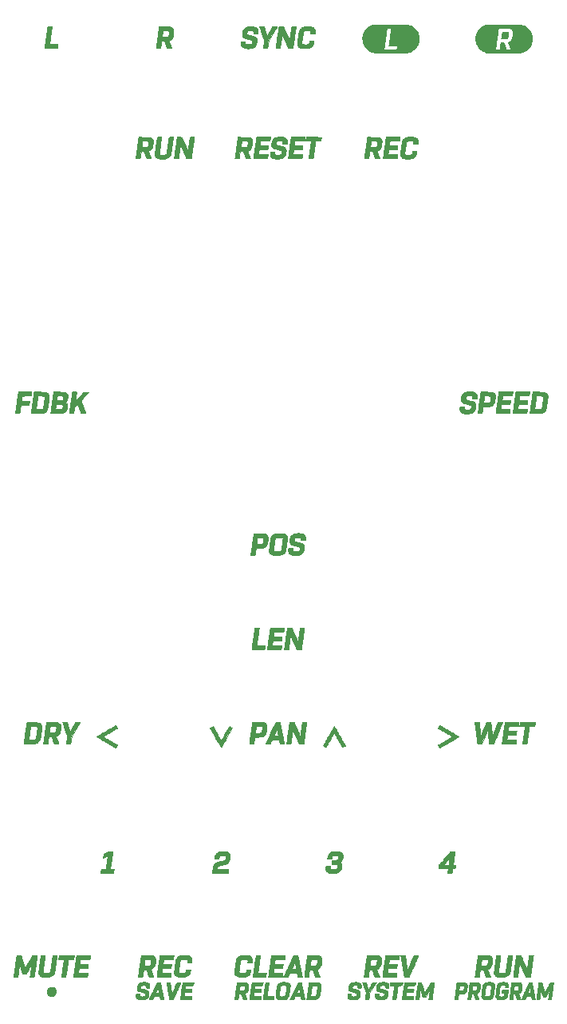
<source format=gto>
G04 #@! TF.GenerationSoftware,KiCad,Pcbnew,(5.1.4)-1*
G04 #@! TF.CreationDate,2020-06-21T13:41:14+09:00*
G04 #@! TF.ProjectId,dooper-panel,646f6f70-6572-42d7-9061-6e656c2e6b69,rev?*
G04 #@! TF.SameCoordinates,Original*
G04 #@! TF.FileFunction,Legend,Top*
G04 #@! TF.FilePolarity,Positive*
%FSLAX46Y46*%
G04 Gerber Fmt 4.6, Leading zero omitted, Abs format (unit mm)*
G04 Created by KiCad (PCBNEW (5.1.4)-1) date 2020-06-21 13:41:14*
%MOMM*%
%LPD*%
G04 APERTURE LIST*
%ADD10C,0.010000*%
G04 APERTURE END LIST*
D10*
G36*
X104352510Y-69845250D02*
G01*
X104427864Y-69845707D01*
X104498378Y-69846855D01*
X104560585Y-69848583D01*
X104611017Y-69850776D01*
X104646206Y-69853322D01*
X104660046Y-69855284D01*
X104706147Y-69874597D01*
X104735926Y-69907392D01*
X104749264Y-69953515D01*
X104750042Y-69970283D01*
X104748357Y-70002029D01*
X104743777Y-70049420D01*
X104737014Y-70107236D01*
X104728780Y-70170258D01*
X104719788Y-70233266D01*
X104710748Y-70291038D01*
X104702375Y-70338356D01*
X104695651Y-70368994D01*
X104673574Y-70423841D01*
X104639752Y-70462861D01*
X104599303Y-70486253D01*
X104582527Y-70492209D01*
X104561911Y-70496944D01*
X104534706Y-70500656D01*
X104498163Y-70503547D01*
X104449533Y-70505815D01*
X104386067Y-70507662D01*
X104305017Y-70509288D01*
X104276240Y-70509772D01*
X104202005Y-70510652D01*
X104135217Y-70510808D01*
X104078647Y-70510286D01*
X104035065Y-70509132D01*
X104007243Y-70507390D01*
X103997932Y-70505224D01*
X103999234Y-70492852D01*
X104003104Y-70462119D01*
X104009194Y-70415642D01*
X104017155Y-70356034D01*
X104026642Y-70285909D01*
X104037304Y-70207882D01*
X104042438Y-70170571D01*
X104087324Y-69844998D01*
X104352510Y-69845250D01*
X104352510Y-69845250D01*
G37*
X104352510Y-69845250D02*
X104427864Y-69845707D01*
X104498378Y-69846855D01*
X104560585Y-69848583D01*
X104611017Y-69850776D01*
X104646206Y-69853322D01*
X104660046Y-69855284D01*
X104706147Y-69874597D01*
X104735926Y-69907392D01*
X104749264Y-69953515D01*
X104750042Y-69970283D01*
X104748357Y-70002029D01*
X104743777Y-70049420D01*
X104737014Y-70107236D01*
X104728780Y-70170258D01*
X104719788Y-70233266D01*
X104710748Y-70291038D01*
X104702375Y-70338356D01*
X104695651Y-70368994D01*
X104673574Y-70423841D01*
X104639752Y-70462861D01*
X104599303Y-70486253D01*
X104582527Y-70492209D01*
X104561911Y-70496944D01*
X104534706Y-70500656D01*
X104498163Y-70503547D01*
X104449533Y-70505815D01*
X104386067Y-70507662D01*
X104305017Y-70509288D01*
X104276240Y-70509772D01*
X104202005Y-70510652D01*
X104135217Y-70510808D01*
X104078647Y-70510286D01*
X104035065Y-70509132D01*
X104007243Y-70507390D01*
X103997932Y-70505224D01*
X103999234Y-70492852D01*
X104003104Y-70462119D01*
X104009194Y-70415642D01*
X104017155Y-70356034D01*
X104026642Y-70285909D01*
X104037304Y-70207882D01*
X104042438Y-70170571D01*
X104087324Y-69844998D01*
X104352510Y-69845250D01*
G36*
X80697231Y-69273586D02*
G01*
X80760829Y-69274634D01*
X80807138Y-69276508D01*
X80838097Y-69279312D01*
X80855645Y-69283151D01*
X80860977Y-69286494D01*
X80866806Y-69297980D01*
X80880377Y-69326741D01*
X80900765Y-69370732D01*
X80927045Y-69427910D01*
X80958289Y-69496228D01*
X80993572Y-69573643D01*
X81031968Y-69658110D01*
X81072551Y-69747585D01*
X81114395Y-69840022D01*
X81156575Y-69933377D01*
X81198163Y-70025606D01*
X81238234Y-70114663D01*
X81275862Y-70198505D01*
X81310122Y-70275086D01*
X81340086Y-70342363D01*
X81364829Y-70398289D01*
X81375248Y-70422030D01*
X81394458Y-70468521D01*
X81417453Y-70528092D01*
X81441573Y-70593649D01*
X81464160Y-70658100D01*
X81467916Y-70669211D01*
X81487410Y-70726958D01*
X81501323Y-70766670D01*
X81510762Y-70790405D01*
X81516832Y-70800220D01*
X81520639Y-70798173D01*
X81523289Y-70786321D01*
X81524818Y-70775088D01*
X81527968Y-70749535D01*
X81533027Y-70707407D01*
X81539464Y-70653166D01*
X81546750Y-70591272D01*
X81552920Y-70538495D01*
X81561745Y-70465253D01*
X81572348Y-70381344D01*
X81584420Y-70288912D01*
X81597652Y-70190101D01*
X81611733Y-70087057D01*
X81626355Y-69981924D01*
X81641206Y-69876846D01*
X81655977Y-69773967D01*
X81670359Y-69675432D01*
X81684041Y-69583386D01*
X81696714Y-69499972D01*
X81708068Y-69427336D01*
X81717793Y-69367622D01*
X81725580Y-69322974D01*
X81731119Y-69295537D01*
X81733639Y-69287509D01*
X81742545Y-69282432D01*
X81761277Y-69278635D01*
X81792214Y-69275970D01*
X81837734Y-69274288D01*
X81900217Y-69273439D01*
X81961217Y-69273259D01*
X82176970Y-69273259D01*
X82176970Y-69306083D01*
X82175514Y-69322070D01*
X82171308Y-69357294D01*
X82164591Y-69410031D01*
X82155605Y-69478554D01*
X82144591Y-69561140D01*
X82131789Y-69656062D01*
X82117440Y-69761595D01*
X82101784Y-69876013D01*
X82085063Y-69997592D01*
X82067517Y-70124606D01*
X82049387Y-70255330D01*
X82030913Y-70388037D01*
X82012337Y-70521004D01*
X81993899Y-70652504D01*
X81975840Y-70780813D01*
X81958400Y-70904204D01*
X81941820Y-71020953D01*
X81926342Y-71129334D01*
X81912205Y-71227621D01*
X81899651Y-71314091D01*
X81888920Y-71387016D01*
X81880253Y-71444672D01*
X81873891Y-71485333D01*
X81870074Y-71507275D01*
X81869469Y-71509920D01*
X81858487Y-71549624D01*
X81621985Y-71549624D01*
X81539157Y-71549298D01*
X81475557Y-71548250D01*
X81429246Y-71546375D01*
X81398285Y-71543571D01*
X81380735Y-71539732D01*
X81375404Y-71536390D01*
X81368533Y-71523525D01*
X81353948Y-71493406D01*
X81332591Y-71448104D01*
X81305403Y-71389692D01*
X81273325Y-71320241D01*
X81237298Y-71241824D01*
X81198264Y-71156511D01*
X81157162Y-71066376D01*
X81114935Y-70973489D01*
X81072524Y-70879923D01*
X81030869Y-70787750D01*
X80990911Y-70699041D01*
X80953593Y-70615869D01*
X80919854Y-70540305D01*
X80890636Y-70474421D01*
X80866881Y-70420289D01*
X80849528Y-70379981D01*
X80842786Y-70363797D01*
X80818855Y-70303121D01*
X80793752Y-70236329D01*
X80770998Y-70172938D01*
X80758511Y-70136161D01*
X80739217Y-70079247D01*
X80724863Y-70041930D01*
X80714875Y-70023360D01*
X80708680Y-70022691D01*
X80705704Y-70039072D01*
X80705225Y-70057282D01*
X80703962Y-70083661D01*
X80700500Y-70126360D01*
X80695281Y-70180689D01*
X80688746Y-70241957D01*
X80683869Y-70284389D01*
X80678290Y-70329699D01*
X80670565Y-70389769D01*
X80661007Y-70462354D01*
X80649927Y-70545211D01*
X80637637Y-70636099D01*
X80624451Y-70732772D01*
X80610680Y-70832989D01*
X80596636Y-70934507D01*
X80582633Y-71035082D01*
X80568981Y-71132471D01*
X80555994Y-71224430D01*
X80543983Y-71308718D01*
X80533261Y-71383091D01*
X80524140Y-71445306D01*
X80516933Y-71493119D01*
X80511951Y-71524288D01*
X80509582Y-71536390D01*
X80502482Y-71541079D01*
X80483685Y-71544615D01*
X80451161Y-71547116D01*
X80402880Y-71548700D01*
X80336811Y-71549486D01*
X80282096Y-71549624D01*
X80059421Y-71549624D01*
X80059421Y-71516801D01*
X80060876Y-71500814D01*
X80065083Y-71465590D01*
X80071799Y-71412853D01*
X80080785Y-71344329D01*
X80091799Y-71261744D01*
X80104601Y-71166822D01*
X80118951Y-71061289D01*
X80134606Y-70946870D01*
X80151327Y-70825291D01*
X80168873Y-70698278D01*
X80187004Y-70567554D01*
X80205477Y-70434846D01*
X80224053Y-70301880D01*
X80242491Y-70170380D01*
X80260551Y-70042071D01*
X80277991Y-69918680D01*
X80294570Y-69801931D01*
X80310049Y-69693550D01*
X80324185Y-69595263D01*
X80336740Y-69508793D01*
X80347470Y-69435868D01*
X80356137Y-69378212D01*
X80362500Y-69337551D01*
X80366317Y-69315609D01*
X80366921Y-69312963D01*
X80377903Y-69273259D01*
X80614406Y-69273259D01*
X80697231Y-69273586D01*
X80697231Y-69273586D01*
G37*
X80697231Y-69273586D02*
X80760829Y-69274634D01*
X80807138Y-69276508D01*
X80838097Y-69279312D01*
X80855645Y-69283151D01*
X80860977Y-69286494D01*
X80866806Y-69297980D01*
X80880377Y-69326741D01*
X80900765Y-69370732D01*
X80927045Y-69427910D01*
X80958289Y-69496228D01*
X80993572Y-69573643D01*
X81031968Y-69658110D01*
X81072551Y-69747585D01*
X81114395Y-69840022D01*
X81156575Y-69933377D01*
X81198163Y-70025606D01*
X81238234Y-70114663D01*
X81275862Y-70198505D01*
X81310122Y-70275086D01*
X81340086Y-70342363D01*
X81364829Y-70398289D01*
X81375248Y-70422030D01*
X81394458Y-70468521D01*
X81417453Y-70528092D01*
X81441573Y-70593649D01*
X81464160Y-70658100D01*
X81467916Y-70669211D01*
X81487410Y-70726958D01*
X81501323Y-70766670D01*
X81510762Y-70790405D01*
X81516832Y-70800220D01*
X81520639Y-70798173D01*
X81523289Y-70786321D01*
X81524818Y-70775088D01*
X81527968Y-70749535D01*
X81533027Y-70707407D01*
X81539464Y-70653166D01*
X81546750Y-70591272D01*
X81552920Y-70538495D01*
X81561745Y-70465253D01*
X81572348Y-70381344D01*
X81584420Y-70288912D01*
X81597652Y-70190101D01*
X81611733Y-70087057D01*
X81626355Y-69981924D01*
X81641206Y-69876846D01*
X81655977Y-69773967D01*
X81670359Y-69675432D01*
X81684041Y-69583386D01*
X81696714Y-69499972D01*
X81708068Y-69427336D01*
X81717793Y-69367622D01*
X81725580Y-69322974D01*
X81731119Y-69295537D01*
X81733639Y-69287509D01*
X81742545Y-69282432D01*
X81761277Y-69278635D01*
X81792214Y-69275970D01*
X81837734Y-69274288D01*
X81900217Y-69273439D01*
X81961217Y-69273259D01*
X82176970Y-69273259D01*
X82176970Y-69306083D01*
X82175514Y-69322070D01*
X82171308Y-69357294D01*
X82164591Y-69410031D01*
X82155605Y-69478554D01*
X82144591Y-69561140D01*
X82131789Y-69656062D01*
X82117440Y-69761595D01*
X82101784Y-69876013D01*
X82085063Y-69997592D01*
X82067517Y-70124606D01*
X82049387Y-70255330D01*
X82030913Y-70388037D01*
X82012337Y-70521004D01*
X81993899Y-70652504D01*
X81975840Y-70780813D01*
X81958400Y-70904204D01*
X81941820Y-71020953D01*
X81926342Y-71129334D01*
X81912205Y-71227621D01*
X81899651Y-71314091D01*
X81888920Y-71387016D01*
X81880253Y-71444672D01*
X81873891Y-71485333D01*
X81870074Y-71507275D01*
X81869469Y-71509920D01*
X81858487Y-71549624D01*
X81621985Y-71549624D01*
X81539157Y-71549298D01*
X81475557Y-71548250D01*
X81429246Y-71546375D01*
X81398285Y-71543571D01*
X81380735Y-71539732D01*
X81375404Y-71536390D01*
X81368533Y-71523525D01*
X81353948Y-71493406D01*
X81332591Y-71448104D01*
X81305403Y-71389692D01*
X81273325Y-71320241D01*
X81237298Y-71241824D01*
X81198264Y-71156511D01*
X81157162Y-71066376D01*
X81114935Y-70973489D01*
X81072524Y-70879923D01*
X81030869Y-70787750D01*
X80990911Y-70699041D01*
X80953593Y-70615869D01*
X80919854Y-70540305D01*
X80890636Y-70474421D01*
X80866881Y-70420289D01*
X80849528Y-70379981D01*
X80842786Y-70363797D01*
X80818855Y-70303121D01*
X80793752Y-70236329D01*
X80770998Y-70172938D01*
X80758511Y-70136161D01*
X80739217Y-70079247D01*
X80724863Y-70041930D01*
X80714875Y-70023360D01*
X80708680Y-70022691D01*
X80705704Y-70039072D01*
X80705225Y-70057282D01*
X80703962Y-70083661D01*
X80700500Y-70126360D01*
X80695281Y-70180689D01*
X80688746Y-70241957D01*
X80683869Y-70284389D01*
X80678290Y-70329699D01*
X80670565Y-70389769D01*
X80661007Y-70462354D01*
X80649927Y-70545211D01*
X80637637Y-70636099D01*
X80624451Y-70732772D01*
X80610680Y-70832989D01*
X80596636Y-70934507D01*
X80582633Y-71035082D01*
X80568981Y-71132471D01*
X80555994Y-71224430D01*
X80543983Y-71308718D01*
X80533261Y-71383091D01*
X80524140Y-71445306D01*
X80516933Y-71493119D01*
X80511951Y-71524288D01*
X80509582Y-71536390D01*
X80502482Y-71541079D01*
X80483685Y-71544615D01*
X80451161Y-71547116D01*
X80402880Y-71548700D01*
X80336811Y-71549486D01*
X80282096Y-71549624D01*
X80059421Y-71549624D01*
X80059421Y-71516801D01*
X80060876Y-71500814D01*
X80065083Y-71465590D01*
X80071799Y-71412853D01*
X80080785Y-71344329D01*
X80091799Y-71261744D01*
X80104601Y-71166822D01*
X80118951Y-71061289D01*
X80134606Y-70946870D01*
X80151327Y-70825291D01*
X80168873Y-70698278D01*
X80187004Y-70567554D01*
X80205477Y-70434846D01*
X80224053Y-70301880D01*
X80242491Y-70170380D01*
X80260551Y-70042071D01*
X80277991Y-69918680D01*
X80294570Y-69801931D01*
X80310049Y-69693550D01*
X80324185Y-69595263D01*
X80336740Y-69508793D01*
X80347470Y-69435868D01*
X80356137Y-69378212D01*
X80362500Y-69337551D01*
X80366317Y-69315609D01*
X80366921Y-69312963D01*
X80377903Y-69273259D01*
X80614406Y-69273259D01*
X80697231Y-69273586D01*
G36*
X80011616Y-69273342D02*
G01*
X80070594Y-69273732D01*
X80113491Y-69274637D01*
X80142852Y-69276269D01*
X80161224Y-69278837D01*
X80171154Y-69282552D01*
X80175189Y-69287624D01*
X80175886Y-69293219D01*
X80170354Y-69305130D01*
X80154330Y-69333516D01*
X80128674Y-69376976D01*
X80094247Y-69434108D01*
X80051907Y-69503512D01*
X80002514Y-69583785D01*
X79946929Y-69673528D01*
X79886010Y-69771338D01*
X79820618Y-69875814D01*
X79751612Y-69985556D01*
X79732520Y-70015832D01*
X79289154Y-70718487D01*
X79233715Y-71115527D01*
X79220982Y-71205396D01*
X79208765Y-71289115D01*
X79197446Y-71364256D01*
X79187405Y-71428392D01*
X79179024Y-71479095D01*
X79172684Y-71513939D01*
X79168765Y-71530494D01*
X79168497Y-71531096D01*
X79163441Y-71537387D01*
X79153975Y-71542081D01*
X79137306Y-71545408D01*
X79110639Y-71547596D01*
X79071181Y-71548876D01*
X79016138Y-71549475D01*
X78942716Y-71549624D01*
X78942666Y-71549624D01*
X78877166Y-71549183D01*
X78819077Y-71547952D01*
X78771651Y-71546069D01*
X78738139Y-71543672D01*
X78721793Y-71540898D01*
X78720797Y-71540212D01*
X78720957Y-71527967D01*
X78723911Y-71497102D01*
X78729364Y-71449949D01*
X78737023Y-71388839D01*
X78746595Y-71316101D01*
X78757785Y-71234066D01*
X78770299Y-71145065D01*
X78772830Y-71127366D01*
X78830680Y-70723932D01*
X78581112Y-70014229D01*
X78539947Y-69896713D01*
X78501069Y-69784837D01*
X78465024Y-69680231D01*
X78432361Y-69584528D01*
X78403625Y-69499357D01*
X78379366Y-69426350D01*
X78360130Y-69367139D01*
X78346464Y-69323354D01*
X78338916Y-69296626D01*
X78337623Y-69288682D01*
X78342318Y-69283377D01*
X78353477Y-69279482D01*
X78373683Y-69276850D01*
X78405522Y-69275337D01*
X78451577Y-69274798D01*
X78514432Y-69275088D01*
X78568944Y-69275695D01*
X78794185Y-69278553D01*
X78892467Y-69575010D01*
X78932242Y-69696085D01*
X78965508Y-69800013D01*
X78993031Y-69889537D01*
X79015577Y-69967396D01*
X79033911Y-70036332D01*
X79048801Y-70099085D01*
X79061010Y-70158396D01*
X79070555Y-70212403D01*
X79089072Y-70325238D01*
X79104987Y-70288932D01*
X79153275Y-70185481D01*
X79214013Y-70067102D01*
X79287420Y-69933395D01*
X79373715Y-69783962D01*
X79460851Y-69638537D01*
X79507211Y-69562491D01*
X79550630Y-69491657D01*
X79589761Y-69428204D01*
X79623256Y-69374301D01*
X79649767Y-69332118D01*
X79667947Y-69303824D01*
X79676271Y-69291788D01*
X79683194Y-69285787D01*
X79694143Y-69281228D01*
X79711816Y-69277917D01*
X79738910Y-69275660D01*
X79778122Y-69274263D01*
X79832150Y-69273533D01*
X79903691Y-69273274D01*
X79934009Y-69273259D01*
X80011616Y-69273342D01*
X80011616Y-69273342D01*
G37*
X80011616Y-69273342D02*
X80070594Y-69273732D01*
X80113491Y-69274637D01*
X80142852Y-69276269D01*
X80161224Y-69278837D01*
X80171154Y-69282552D01*
X80175189Y-69287624D01*
X80175886Y-69293219D01*
X80170354Y-69305130D01*
X80154330Y-69333516D01*
X80128674Y-69376976D01*
X80094247Y-69434108D01*
X80051907Y-69503512D01*
X80002514Y-69583785D01*
X79946929Y-69673528D01*
X79886010Y-69771338D01*
X79820618Y-69875814D01*
X79751612Y-69985556D01*
X79732520Y-70015832D01*
X79289154Y-70718487D01*
X79233715Y-71115527D01*
X79220982Y-71205396D01*
X79208765Y-71289115D01*
X79197446Y-71364256D01*
X79187405Y-71428392D01*
X79179024Y-71479095D01*
X79172684Y-71513939D01*
X79168765Y-71530494D01*
X79168497Y-71531096D01*
X79163441Y-71537387D01*
X79153975Y-71542081D01*
X79137306Y-71545408D01*
X79110639Y-71547596D01*
X79071181Y-71548876D01*
X79016138Y-71549475D01*
X78942716Y-71549624D01*
X78942666Y-71549624D01*
X78877166Y-71549183D01*
X78819077Y-71547952D01*
X78771651Y-71546069D01*
X78738139Y-71543672D01*
X78721793Y-71540898D01*
X78720797Y-71540212D01*
X78720957Y-71527967D01*
X78723911Y-71497102D01*
X78729364Y-71449949D01*
X78737023Y-71388839D01*
X78746595Y-71316101D01*
X78757785Y-71234066D01*
X78770299Y-71145065D01*
X78772830Y-71127366D01*
X78830680Y-70723932D01*
X78581112Y-70014229D01*
X78539947Y-69896713D01*
X78501069Y-69784837D01*
X78465024Y-69680231D01*
X78432361Y-69584528D01*
X78403625Y-69499357D01*
X78379366Y-69426350D01*
X78360130Y-69367139D01*
X78346464Y-69323354D01*
X78338916Y-69296626D01*
X78337623Y-69288682D01*
X78342318Y-69283377D01*
X78353477Y-69279482D01*
X78373683Y-69276850D01*
X78405522Y-69275337D01*
X78451577Y-69274798D01*
X78514432Y-69275088D01*
X78568944Y-69275695D01*
X78794185Y-69278553D01*
X78892467Y-69575010D01*
X78932242Y-69696085D01*
X78965508Y-69800013D01*
X78993031Y-69889537D01*
X79015577Y-69967396D01*
X79033911Y-70036332D01*
X79048801Y-70099085D01*
X79061010Y-70158396D01*
X79070555Y-70212403D01*
X79089072Y-70325238D01*
X79104987Y-70288932D01*
X79153275Y-70185481D01*
X79214013Y-70067102D01*
X79287420Y-69933395D01*
X79373715Y-69783962D01*
X79460851Y-69638537D01*
X79507211Y-69562491D01*
X79550630Y-69491657D01*
X79589761Y-69428204D01*
X79623256Y-69374301D01*
X79649767Y-69332118D01*
X79667947Y-69303824D01*
X79676271Y-69291788D01*
X79683194Y-69285787D01*
X79694143Y-69281228D01*
X79711816Y-69277917D01*
X79738910Y-69275660D01*
X79778122Y-69274263D01*
X79832150Y-69273533D01*
X79903691Y-69273274D01*
X79934009Y-69273259D01*
X80011616Y-69273342D01*
G36*
X68242377Y-69276000D02*
G01*
X68371671Y-69276912D01*
X68481716Y-69277842D01*
X68574437Y-69278964D01*
X68651761Y-69280454D01*
X68715612Y-69282484D01*
X68767917Y-69285228D01*
X68810601Y-69288862D01*
X68845590Y-69293559D01*
X68874810Y-69299494D01*
X68900185Y-69306840D01*
X68923643Y-69315772D01*
X68947108Y-69326463D01*
X68972507Y-69339089D01*
X68979597Y-69342676D01*
X69049977Y-69389735D01*
X69109508Y-69452689D01*
X69155375Y-69527842D01*
X69184764Y-69611497D01*
X69185000Y-69612515D01*
X69192091Y-69663108D01*
X69194708Y-69730485D01*
X69193156Y-69810800D01*
X69187742Y-69900209D01*
X69178772Y-69994866D01*
X69166551Y-70090926D01*
X69151386Y-70184543D01*
X69133581Y-70271874D01*
X69132007Y-70278667D01*
X69095531Y-70394560D01*
X69043928Y-70496841D01*
X68977959Y-70584636D01*
X68898382Y-70657073D01*
X68805956Y-70713276D01*
X68726948Y-70744802D01*
X68699800Y-70756406D01*
X68690724Y-70769159D01*
X68691480Y-70775203D01*
X68696555Y-70788748D01*
X68708698Y-70819570D01*
X68726975Y-70865344D01*
X68750449Y-70923742D01*
X68778187Y-70992439D01*
X68809253Y-71069108D01*
X68841031Y-71147290D01*
X68874177Y-71229491D01*
X68904476Y-71306120D01*
X68931045Y-71374824D01*
X68952999Y-71433253D01*
X68969453Y-71479057D01*
X68979525Y-71509883D01*
X68982375Y-71523155D01*
X68980603Y-71529933D01*
X68975760Y-71535087D01*
X68965264Y-71538837D01*
X68946533Y-71541407D01*
X68916985Y-71543019D01*
X68874039Y-71543895D01*
X68815113Y-71544258D01*
X68737625Y-71544331D01*
X68493728Y-71544331D01*
X68374083Y-71210817D01*
X68344716Y-71129020D01*
X68316927Y-71051745D01*
X68291707Y-70981734D01*
X68270044Y-70921730D01*
X68252930Y-70874478D01*
X68241355Y-70842719D01*
X68237398Y-70832027D01*
X68220359Y-70786752D01*
X68065424Y-70789676D01*
X67910490Y-70792601D01*
X67859501Y-71157328D01*
X67847233Y-71243186D01*
X67835371Y-71322636D01*
X67824329Y-71393173D01*
X67814520Y-71452292D01*
X67806357Y-71497490D01*
X67800253Y-71526260D01*
X67797072Y-71535840D01*
X67787649Y-71540806D01*
X67767254Y-71544522D01*
X67733665Y-71547121D01*
X67684658Y-71548740D01*
X67618011Y-71549511D01*
X67569879Y-71549624D01*
X67354127Y-71549624D01*
X67353883Y-71515214D01*
X67355288Y-71498436D01*
X67359440Y-71462597D01*
X67366099Y-71409404D01*
X67375026Y-71340563D01*
X67385984Y-71257781D01*
X67398734Y-71162764D01*
X67413036Y-71057219D01*
X67428652Y-70942854D01*
X67445344Y-70821373D01*
X67462872Y-70694485D01*
X67480998Y-70563895D01*
X67499483Y-70431310D01*
X67508936Y-70363797D01*
X67966534Y-70363797D01*
X68231547Y-70363797D01*
X68311589Y-70363328D01*
X68385727Y-70362001D01*
X68450576Y-70359938D01*
X68502756Y-70357262D01*
X68538883Y-70354094D01*
X68550101Y-70352315D01*
X68585885Y-70342157D01*
X68615347Y-70327047D01*
X68639506Y-70304753D01*
X68659381Y-70273042D01*
X68675994Y-70229681D01*
X68690362Y-70172441D01*
X68703505Y-70099087D01*
X68716444Y-70007388D01*
X68719845Y-69980708D01*
X68727922Y-69914710D01*
X68733187Y-69866029D01*
X68735745Y-69831008D01*
X68735702Y-69805989D01*
X68733164Y-69787316D01*
X68728236Y-69771333D01*
X68726062Y-69765925D01*
X68716599Y-69746302D01*
X68704811Y-69730542D01*
X68688388Y-69718172D01*
X68665017Y-69708719D01*
X68632389Y-69701712D01*
X68588192Y-69696678D01*
X68530115Y-69693145D01*
X68455846Y-69690640D01*
X68363074Y-69688691D01*
X68346728Y-69688406D01*
X68271781Y-69687330D01*
X68204279Y-69686765D01*
X68146961Y-69686700D01*
X68102566Y-69687127D01*
X68073835Y-69688034D01*
X68063507Y-69689412D01*
X68063506Y-69689428D01*
X68062071Y-69702223D01*
X68058066Y-69732801D01*
X68051939Y-69777986D01*
X68044137Y-69834602D01*
X68035109Y-69899473D01*
X68025303Y-69969423D01*
X68015167Y-70041276D01*
X68005149Y-70111856D01*
X67995697Y-70177987D01*
X67987259Y-70236492D01*
X67980284Y-70284196D01*
X67975218Y-70317923D01*
X67972511Y-70334496D01*
X67972474Y-70334681D01*
X67966534Y-70363797D01*
X67508936Y-70363797D01*
X67518089Y-70298437D01*
X67536577Y-70166982D01*
X67554708Y-70038652D01*
X67572243Y-69915154D01*
X67588944Y-69798194D01*
X67604572Y-69689479D01*
X67618889Y-69590715D01*
X67631655Y-69503609D01*
X67642633Y-69429868D01*
X67651582Y-69371198D01*
X67658266Y-69329305D01*
X67662444Y-69305897D01*
X67663464Y-69301792D01*
X67674812Y-69272092D01*
X68242377Y-69276000D01*
X68242377Y-69276000D01*
G37*
X68242377Y-69276000D02*
X68371671Y-69276912D01*
X68481716Y-69277842D01*
X68574437Y-69278964D01*
X68651761Y-69280454D01*
X68715612Y-69282484D01*
X68767917Y-69285228D01*
X68810601Y-69288862D01*
X68845590Y-69293559D01*
X68874810Y-69299494D01*
X68900185Y-69306840D01*
X68923643Y-69315772D01*
X68947108Y-69326463D01*
X68972507Y-69339089D01*
X68979597Y-69342676D01*
X69049977Y-69389735D01*
X69109508Y-69452689D01*
X69155375Y-69527842D01*
X69184764Y-69611497D01*
X69185000Y-69612515D01*
X69192091Y-69663108D01*
X69194708Y-69730485D01*
X69193156Y-69810800D01*
X69187742Y-69900209D01*
X69178772Y-69994866D01*
X69166551Y-70090926D01*
X69151386Y-70184543D01*
X69133581Y-70271874D01*
X69132007Y-70278667D01*
X69095531Y-70394560D01*
X69043928Y-70496841D01*
X68977959Y-70584636D01*
X68898382Y-70657073D01*
X68805956Y-70713276D01*
X68726948Y-70744802D01*
X68699800Y-70756406D01*
X68690724Y-70769159D01*
X68691480Y-70775203D01*
X68696555Y-70788748D01*
X68708698Y-70819570D01*
X68726975Y-70865344D01*
X68750449Y-70923742D01*
X68778187Y-70992439D01*
X68809253Y-71069108D01*
X68841031Y-71147290D01*
X68874177Y-71229491D01*
X68904476Y-71306120D01*
X68931045Y-71374824D01*
X68952999Y-71433253D01*
X68969453Y-71479057D01*
X68979525Y-71509883D01*
X68982375Y-71523155D01*
X68980603Y-71529933D01*
X68975760Y-71535087D01*
X68965264Y-71538837D01*
X68946533Y-71541407D01*
X68916985Y-71543019D01*
X68874039Y-71543895D01*
X68815113Y-71544258D01*
X68737625Y-71544331D01*
X68493728Y-71544331D01*
X68374083Y-71210817D01*
X68344716Y-71129020D01*
X68316927Y-71051745D01*
X68291707Y-70981734D01*
X68270044Y-70921730D01*
X68252930Y-70874478D01*
X68241355Y-70842719D01*
X68237398Y-70832027D01*
X68220359Y-70786752D01*
X68065424Y-70789676D01*
X67910490Y-70792601D01*
X67859501Y-71157328D01*
X67847233Y-71243186D01*
X67835371Y-71322636D01*
X67824329Y-71393173D01*
X67814520Y-71452292D01*
X67806357Y-71497490D01*
X67800253Y-71526260D01*
X67797072Y-71535840D01*
X67787649Y-71540806D01*
X67767254Y-71544522D01*
X67733665Y-71547121D01*
X67684658Y-71548740D01*
X67618011Y-71549511D01*
X67569879Y-71549624D01*
X67354127Y-71549624D01*
X67353883Y-71515214D01*
X67355288Y-71498436D01*
X67359440Y-71462597D01*
X67366099Y-71409404D01*
X67375026Y-71340563D01*
X67385984Y-71257781D01*
X67398734Y-71162764D01*
X67413036Y-71057219D01*
X67428652Y-70942854D01*
X67445344Y-70821373D01*
X67462872Y-70694485D01*
X67480998Y-70563895D01*
X67499483Y-70431310D01*
X67508936Y-70363797D01*
X67966534Y-70363797D01*
X68231547Y-70363797D01*
X68311589Y-70363328D01*
X68385727Y-70362001D01*
X68450576Y-70359938D01*
X68502756Y-70357262D01*
X68538883Y-70354094D01*
X68550101Y-70352315D01*
X68585885Y-70342157D01*
X68615347Y-70327047D01*
X68639506Y-70304753D01*
X68659381Y-70273042D01*
X68675994Y-70229681D01*
X68690362Y-70172441D01*
X68703505Y-70099087D01*
X68716444Y-70007388D01*
X68719845Y-69980708D01*
X68727922Y-69914710D01*
X68733187Y-69866029D01*
X68735745Y-69831008D01*
X68735702Y-69805989D01*
X68733164Y-69787316D01*
X68728236Y-69771333D01*
X68726062Y-69765925D01*
X68716599Y-69746302D01*
X68704811Y-69730542D01*
X68688388Y-69718172D01*
X68665017Y-69708719D01*
X68632389Y-69701712D01*
X68588192Y-69696678D01*
X68530115Y-69693145D01*
X68455846Y-69690640D01*
X68363074Y-69688691D01*
X68346728Y-69688406D01*
X68271781Y-69687330D01*
X68204279Y-69686765D01*
X68146961Y-69686700D01*
X68102566Y-69687127D01*
X68073835Y-69688034D01*
X68063507Y-69689412D01*
X68063506Y-69689428D01*
X68062071Y-69702223D01*
X68058066Y-69732801D01*
X68051939Y-69777986D01*
X68044137Y-69834602D01*
X68035109Y-69899473D01*
X68025303Y-69969423D01*
X68015167Y-70041276D01*
X68005149Y-70111856D01*
X67995697Y-70177987D01*
X67987259Y-70236492D01*
X67980284Y-70284196D01*
X67975218Y-70317923D01*
X67972511Y-70334496D01*
X67972474Y-70334681D01*
X67966534Y-70363797D01*
X67508936Y-70363797D01*
X67518089Y-70298437D01*
X67536577Y-70166982D01*
X67554708Y-70038652D01*
X67572243Y-69915154D01*
X67588944Y-69798194D01*
X67604572Y-69689479D01*
X67618889Y-69590715D01*
X67631655Y-69503609D01*
X67642633Y-69429868D01*
X67651582Y-69371198D01*
X67658266Y-69329305D01*
X67662444Y-69305897D01*
X67663464Y-69301792D01*
X67674812Y-69272092D01*
X68242377Y-69276000D01*
G36*
X56279138Y-69297082D02*
G01*
X56277669Y-69310967D01*
X56273467Y-69344253D01*
X56266747Y-69395371D01*
X56257723Y-69462751D01*
X56246608Y-69544824D01*
X56233617Y-69640021D01*
X56218963Y-69746774D01*
X56202860Y-69863513D01*
X56185523Y-69988669D01*
X56167165Y-70120674D01*
X56153185Y-70220863D01*
X56134309Y-70356440D01*
X56116402Y-70486001D01*
X56099669Y-70608014D01*
X56084312Y-70720945D01*
X56070537Y-70823261D01*
X56058548Y-70913431D01*
X56048548Y-70989921D01*
X56040742Y-71051198D01*
X56035334Y-71095729D01*
X56032529Y-71121983D01*
X56032258Y-71128762D01*
X56043543Y-71130477D01*
X56073752Y-71132066D01*
X56120637Y-71133486D01*
X56181948Y-71134697D01*
X56255434Y-71135659D01*
X56338845Y-71136329D01*
X56429933Y-71136669D01*
X56469925Y-71136702D01*
X56563602Y-71136918D01*
X56650581Y-71137533D01*
X56728605Y-71138502D01*
X56795420Y-71139777D01*
X56848770Y-71141311D01*
X56886399Y-71143058D01*
X56906051Y-71144970D01*
X56908400Y-71145808D01*
X56908837Y-71158803D01*
X56906527Y-71188564D01*
X56902028Y-71230941D01*
X56895898Y-71281786D01*
X56888693Y-71336947D01*
X56880972Y-71392274D01*
X56873291Y-71443619D01*
X56866208Y-71486831D01*
X56860281Y-71517761D01*
X56856652Y-71531096D01*
X56854044Y-71534866D01*
X56848614Y-71538088D01*
X56838815Y-71540807D01*
X56823094Y-71543063D01*
X56799903Y-71544900D01*
X56767691Y-71546361D01*
X56724908Y-71547488D01*
X56670003Y-71548323D01*
X56601427Y-71548910D01*
X56517628Y-71549291D01*
X56417058Y-71549509D01*
X56298165Y-71549605D01*
X56182923Y-71549624D01*
X55517028Y-71549624D01*
X55516784Y-71515214D01*
X55518189Y-71498520D01*
X55522338Y-71462761D01*
X55528993Y-71409645D01*
X55537915Y-71340876D01*
X55548865Y-71258162D01*
X55561606Y-71163209D01*
X55575898Y-71057724D01*
X55591504Y-70943413D01*
X55608183Y-70821982D01*
X55625699Y-70695138D01*
X55643812Y-70564587D01*
X55662283Y-70432036D01*
X55680875Y-70299190D01*
X55699349Y-70167757D01*
X55717466Y-70039443D01*
X55734987Y-69915955D01*
X55751674Y-69798998D01*
X55767289Y-69690279D01*
X55781593Y-69591504D01*
X55794348Y-69504381D01*
X55805314Y-69430615D01*
X55814254Y-69371913D01*
X55820928Y-69329981D01*
X55825099Y-69306525D01*
X55826124Y-69302376D01*
X55837229Y-69273259D01*
X56279346Y-69273259D01*
X56279138Y-69297082D01*
X56279138Y-69297082D01*
G37*
X56279138Y-69297082D02*
X56277669Y-69310967D01*
X56273467Y-69344253D01*
X56266747Y-69395371D01*
X56257723Y-69462751D01*
X56246608Y-69544824D01*
X56233617Y-69640021D01*
X56218963Y-69746774D01*
X56202860Y-69863513D01*
X56185523Y-69988669D01*
X56167165Y-70120674D01*
X56153185Y-70220863D01*
X56134309Y-70356440D01*
X56116402Y-70486001D01*
X56099669Y-70608014D01*
X56084312Y-70720945D01*
X56070537Y-70823261D01*
X56058548Y-70913431D01*
X56048548Y-70989921D01*
X56040742Y-71051198D01*
X56035334Y-71095729D01*
X56032529Y-71121983D01*
X56032258Y-71128762D01*
X56043543Y-71130477D01*
X56073752Y-71132066D01*
X56120637Y-71133486D01*
X56181948Y-71134697D01*
X56255434Y-71135659D01*
X56338845Y-71136329D01*
X56429933Y-71136669D01*
X56469925Y-71136702D01*
X56563602Y-71136918D01*
X56650581Y-71137533D01*
X56728605Y-71138502D01*
X56795420Y-71139777D01*
X56848770Y-71141311D01*
X56886399Y-71143058D01*
X56906051Y-71144970D01*
X56908400Y-71145808D01*
X56908837Y-71158803D01*
X56906527Y-71188564D01*
X56902028Y-71230941D01*
X56895898Y-71281786D01*
X56888693Y-71336947D01*
X56880972Y-71392274D01*
X56873291Y-71443619D01*
X56866208Y-71486831D01*
X56860281Y-71517761D01*
X56856652Y-71531096D01*
X56854044Y-71534866D01*
X56848614Y-71538088D01*
X56838815Y-71540807D01*
X56823094Y-71543063D01*
X56799903Y-71544900D01*
X56767691Y-71546361D01*
X56724908Y-71547488D01*
X56670003Y-71548323D01*
X56601427Y-71548910D01*
X56517628Y-71549291D01*
X56417058Y-71549509D01*
X56298165Y-71549605D01*
X56182923Y-71549624D01*
X55517028Y-71549624D01*
X55516784Y-71515214D01*
X55518189Y-71498520D01*
X55522338Y-71462761D01*
X55528993Y-71409645D01*
X55537915Y-71340876D01*
X55548865Y-71258162D01*
X55561606Y-71163209D01*
X55575898Y-71057724D01*
X55591504Y-70943413D01*
X55608183Y-70821982D01*
X55625699Y-70695138D01*
X55643812Y-70564587D01*
X55662283Y-70432036D01*
X55680875Y-70299190D01*
X55699349Y-70167757D01*
X55717466Y-70039443D01*
X55734987Y-69915955D01*
X55751674Y-69798998D01*
X55767289Y-69690279D01*
X55781593Y-69591504D01*
X55794348Y-69504381D01*
X55805314Y-69430615D01*
X55814254Y-69371913D01*
X55820928Y-69329981D01*
X55825099Y-69306525D01*
X55826124Y-69302376D01*
X55837229Y-69273259D01*
X56279346Y-69273259D01*
X56279138Y-69297082D01*
G36*
X83520385Y-69246603D02*
G01*
X83617251Y-69253046D01*
X83708980Y-69263043D01*
X83789299Y-69276108D01*
X83825523Y-69284217D01*
X83932677Y-69319384D01*
X84022363Y-69366275D01*
X84094769Y-69425178D01*
X84150088Y-69496380D01*
X84188509Y-69580167D01*
X84210223Y-69676827D01*
X84215419Y-69786647D01*
X84210129Y-69864299D01*
X84204020Y-69914203D01*
X84197194Y-69958974D01*
X84190626Y-69992690D01*
X84186734Y-70006461D01*
X84175484Y-70035577D01*
X83730632Y-70035577D01*
X83739795Y-69958816D01*
X83747138Y-69878565D01*
X83747241Y-69815845D01*
X83739400Y-69768046D01*
X83722913Y-69732557D01*
X83697077Y-69706769D01*
X83667602Y-69690680D01*
X83634965Y-69681844D01*
X83585597Y-69674784D01*
X83523873Y-69669585D01*
X83454168Y-69666329D01*
X83380857Y-69665100D01*
X83308318Y-69665980D01*
X83240924Y-69669053D01*
X83183052Y-69674401D01*
X83144842Y-69680748D01*
X83075142Y-69702957D01*
X83022924Y-69735253D01*
X82986425Y-69778892D01*
X82975090Y-69801535D01*
X82970891Y-69818342D01*
X82964202Y-69853740D01*
X82955372Y-69905338D01*
X82944748Y-69970741D01*
X82932679Y-70047558D01*
X82919514Y-70133396D01*
X82905599Y-70225862D01*
X82891285Y-70322563D01*
X82876919Y-70421106D01*
X82862848Y-70519099D01*
X82849422Y-70614149D01*
X82836989Y-70703863D01*
X82825897Y-70785849D01*
X82816493Y-70857713D01*
X82809127Y-70917063D01*
X82804147Y-70961506D01*
X82801900Y-70988650D01*
X82801807Y-70992168D01*
X82806022Y-71038156D01*
X82820158Y-71075420D01*
X82845856Y-71104706D01*
X82884758Y-71126764D01*
X82938505Y-71142341D01*
X83008736Y-71152184D01*
X83097094Y-71157041D01*
X83165500Y-71157878D01*
X83271019Y-71156089D01*
X83357659Y-71149883D01*
X83427479Y-71138006D01*
X83482538Y-71119202D01*
X83524896Y-71092215D01*
X83556612Y-71055790D01*
X83579745Y-71008670D01*
X83596354Y-70949600D01*
X83606930Y-70888709D01*
X83613773Y-70849870D01*
X83621704Y-70818491D01*
X83629005Y-70801364D01*
X83629008Y-70801360D01*
X83638086Y-70796348D01*
X83657419Y-70792595D01*
X83689319Y-70789958D01*
X83736100Y-70788296D01*
X83800074Y-70787468D01*
X83857946Y-70787307D01*
X84075221Y-70787307D01*
X84068246Y-70870933D01*
X84052559Y-70980296D01*
X84024935Y-71088008D01*
X83989907Y-71180042D01*
X83936161Y-71276466D01*
X83869420Y-71358283D01*
X83788699Y-71426169D01*
X83693010Y-71480802D01*
X83581369Y-71522858D01*
X83452789Y-71553016D01*
X83444724Y-71554426D01*
X83385095Y-71562285D01*
X83310023Y-71568570D01*
X83225192Y-71573111D01*
X83136286Y-71575736D01*
X83048990Y-71576276D01*
X82968990Y-71574562D01*
X82903938Y-71570601D01*
X82772340Y-71552614D01*
X82658742Y-71523737D01*
X82562810Y-71483678D01*
X82484212Y-71432145D01*
X82422614Y-71368846D01*
X82377684Y-71293489D01*
X82349088Y-71205783D01*
X82336494Y-71105436D01*
X82335786Y-71072691D01*
X82337372Y-71042921D01*
X82341894Y-70994721D01*
X82349002Y-70930579D01*
X82358343Y-70852982D01*
X82369566Y-70764420D01*
X82382319Y-70667379D01*
X82396250Y-70564349D01*
X82411009Y-70457817D01*
X82426242Y-70350272D01*
X82441600Y-70244201D01*
X82456729Y-70142093D01*
X82471278Y-70046436D01*
X82484896Y-69959718D01*
X82497231Y-69884427D01*
X82507931Y-69823052D01*
X82516645Y-69778080D01*
X82521924Y-69755677D01*
X82553471Y-69661163D01*
X82592083Y-69581673D01*
X82640987Y-69511406D01*
X82685071Y-69462571D01*
X82748761Y-69406336D01*
X82820176Y-69359689D01*
X82901526Y-69321898D01*
X82995022Y-69292228D01*
X83102875Y-69269945D01*
X83227296Y-69254315D01*
X83336328Y-69246322D01*
X83424653Y-69244200D01*
X83520385Y-69246603D01*
X83520385Y-69246603D01*
G37*
X83520385Y-69246603D02*
X83617251Y-69253046D01*
X83708980Y-69263043D01*
X83789299Y-69276108D01*
X83825523Y-69284217D01*
X83932677Y-69319384D01*
X84022363Y-69366275D01*
X84094769Y-69425178D01*
X84150088Y-69496380D01*
X84188509Y-69580167D01*
X84210223Y-69676827D01*
X84215419Y-69786647D01*
X84210129Y-69864299D01*
X84204020Y-69914203D01*
X84197194Y-69958974D01*
X84190626Y-69992690D01*
X84186734Y-70006461D01*
X84175484Y-70035577D01*
X83730632Y-70035577D01*
X83739795Y-69958816D01*
X83747138Y-69878565D01*
X83747241Y-69815845D01*
X83739400Y-69768046D01*
X83722913Y-69732557D01*
X83697077Y-69706769D01*
X83667602Y-69690680D01*
X83634965Y-69681844D01*
X83585597Y-69674784D01*
X83523873Y-69669585D01*
X83454168Y-69666329D01*
X83380857Y-69665100D01*
X83308318Y-69665980D01*
X83240924Y-69669053D01*
X83183052Y-69674401D01*
X83144842Y-69680748D01*
X83075142Y-69702957D01*
X83022924Y-69735253D01*
X82986425Y-69778892D01*
X82975090Y-69801535D01*
X82970891Y-69818342D01*
X82964202Y-69853740D01*
X82955372Y-69905338D01*
X82944748Y-69970741D01*
X82932679Y-70047558D01*
X82919514Y-70133396D01*
X82905599Y-70225862D01*
X82891285Y-70322563D01*
X82876919Y-70421106D01*
X82862848Y-70519099D01*
X82849422Y-70614149D01*
X82836989Y-70703863D01*
X82825897Y-70785849D01*
X82816493Y-70857713D01*
X82809127Y-70917063D01*
X82804147Y-70961506D01*
X82801900Y-70988650D01*
X82801807Y-70992168D01*
X82806022Y-71038156D01*
X82820158Y-71075420D01*
X82845856Y-71104706D01*
X82884758Y-71126764D01*
X82938505Y-71142341D01*
X83008736Y-71152184D01*
X83097094Y-71157041D01*
X83165500Y-71157878D01*
X83271019Y-71156089D01*
X83357659Y-71149883D01*
X83427479Y-71138006D01*
X83482538Y-71119202D01*
X83524896Y-71092215D01*
X83556612Y-71055790D01*
X83579745Y-71008670D01*
X83596354Y-70949600D01*
X83606930Y-70888709D01*
X83613773Y-70849870D01*
X83621704Y-70818491D01*
X83629005Y-70801364D01*
X83629008Y-70801360D01*
X83638086Y-70796348D01*
X83657419Y-70792595D01*
X83689319Y-70789958D01*
X83736100Y-70788296D01*
X83800074Y-70787468D01*
X83857946Y-70787307D01*
X84075221Y-70787307D01*
X84068246Y-70870933D01*
X84052559Y-70980296D01*
X84024935Y-71088008D01*
X83989907Y-71180042D01*
X83936161Y-71276466D01*
X83869420Y-71358283D01*
X83788699Y-71426169D01*
X83693010Y-71480802D01*
X83581369Y-71522858D01*
X83452789Y-71553016D01*
X83444724Y-71554426D01*
X83385095Y-71562285D01*
X83310023Y-71568570D01*
X83225192Y-71573111D01*
X83136286Y-71575736D01*
X83048990Y-71576276D01*
X82968990Y-71574562D01*
X82903938Y-71570601D01*
X82772340Y-71552614D01*
X82658742Y-71523737D01*
X82562810Y-71483678D01*
X82484212Y-71432145D01*
X82422614Y-71368846D01*
X82377684Y-71293489D01*
X82349088Y-71205783D01*
X82336494Y-71105436D01*
X82335786Y-71072691D01*
X82337372Y-71042921D01*
X82341894Y-70994721D01*
X82349002Y-70930579D01*
X82358343Y-70852982D01*
X82369566Y-70764420D01*
X82382319Y-70667379D01*
X82396250Y-70564349D01*
X82411009Y-70457817D01*
X82426242Y-70350272D01*
X82441600Y-70244201D01*
X82456729Y-70142093D01*
X82471278Y-70046436D01*
X82484896Y-69959718D01*
X82497231Y-69884427D01*
X82507931Y-69823052D01*
X82516645Y-69778080D01*
X82521924Y-69755677D01*
X82553471Y-69661163D01*
X82592083Y-69581673D01*
X82640987Y-69511406D01*
X82685071Y-69462571D01*
X82748761Y-69406336D01*
X82820176Y-69359689D01*
X82901526Y-69321898D01*
X82995022Y-69292228D01*
X83102875Y-69269945D01*
X83227296Y-69254315D01*
X83336328Y-69246322D01*
X83424653Y-69244200D01*
X83520385Y-69246603D01*
G36*
X77501704Y-69245759D02*
G01*
X77620826Y-69254001D01*
X77732413Y-69269899D01*
X77832664Y-69293526D01*
X77917777Y-69324956D01*
X77931675Y-69331690D01*
X78010965Y-69382834D01*
X78074086Y-69447480D01*
X78120761Y-69525136D01*
X78150712Y-69615310D01*
X78163665Y-69717511D01*
X78164214Y-69745093D01*
X78162660Y-69792252D01*
X78158475Y-69843825D01*
X78152375Y-69894657D01*
X78145078Y-69939590D01*
X78137301Y-69973468D01*
X78130057Y-69990794D01*
X78120718Y-69995594D01*
X78100382Y-69998999D01*
X78066817Y-70001112D01*
X78017790Y-70002040D01*
X77951069Y-70001888D01*
X77905987Y-70001381D01*
X77693060Y-69998520D01*
X77696506Y-69895222D01*
X77697068Y-69829012D01*
X77692880Y-69779964D01*
X77682739Y-69744368D01*
X77665442Y-69718509D01*
X77639786Y-69698676D01*
X77631278Y-69693877D01*
X77614959Y-69685803D01*
X77598248Y-69679813D01*
X77577794Y-69675597D01*
X77550243Y-69672847D01*
X77512243Y-69671255D01*
X77460441Y-69670510D01*
X77391484Y-69670304D01*
X77375427Y-69670300D01*
X77284818Y-69671004D01*
X77213918Y-69673170D01*
X77161304Y-69676874D01*
X77125556Y-69682195D01*
X77116667Y-69684483D01*
X77064924Y-69708539D01*
X77024207Y-69746884D01*
X76993777Y-69800838D01*
X76972891Y-69871720D01*
X76960809Y-69960849D01*
X76960705Y-69962155D01*
X76958600Y-70015684D01*
X76963585Y-70053299D01*
X76977660Y-70079640D01*
X77002830Y-70099350D01*
X77024546Y-70110125D01*
X77046307Y-70117629D01*
X77085594Y-70129018D01*
X77139286Y-70143474D01*
X77204262Y-70160180D01*
X77277400Y-70178319D01*
X77355580Y-70197072D01*
X77365095Y-70199312D01*
X77444194Y-70218048D01*
X77519130Y-70236095D01*
X77586675Y-70252652D01*
X77643600Y-70266919D01*
X77686678Y-70278095D01*
X77712681Y-70285381D01*
X77714235Y-70285870D01*
X77808169Y-70324353D01*
X77887554Y-70374271D01*
X77950853Y-70434272D01*
X77996524Y-70503004D01*
X78015741Y-70550784D01*
X78030470Y-70621168D01*
X78036763Y-70707273D01*
X78034569Y-70805374D01*
X78023833Y-70911746D01*
X78021176Y-70930241D01*
X77994987Y-71059733D01*
X77957176Y-71172913D01*
X77906906Y-71270501D01*
X77843342Y-71353218D01*
X77765648Y-71421784D01*
X77672989Y-71476919D01*
X77564528Y-71519344D01*
X77439429Y-71549779D01*
X77296857Y-71568945D01*
X77278250Y-71570544D01*
X77179672Y-71577131D01*
X77092114Y-71579456D01*
X77005853Y-71577511D01*
X76911164Y-71571291D01*
X76898979Y-71570274D01*
X76770408Y-71553601D01*
X76659943Y-71526740D01*
X76566908Y-71489288D01*
X76490631Y-71440844D01*
X76430439Y-71381008D01*
X76385658Y-71309378D01*
X76362691Y-71250628D01*
X76353490Y-71209152D01*
X76347366Y-71156745D01*
X76344178Y-71097492D01*
X76343789Y-71035479D01*
X76346062Y-70974793D01*
X76350858Y-70919518D01*
X76358039Y-70873740D01*
X76367468Y-70841546D01*
X76376964Y-70828027D01*
X76391389Y-70825436D01*
X76423535Y-70823406D01*
X76469951Y-70822032D01*
X76527189Y-70821410D01*
X76591798Y-70821636D01*
X76602522Y-70821757D01*
X76814277Y-70824364D01*
X76810506Y-70931240D01*
X76810027Y-70995506D01*
X76814890Y-71042859D01*
X76826704Y-71077229D01*
X76847079Y-71102548D01*
X76877625Y-71122745D01*
X76891790Y-71129690D01*
X76910348Y-71137571D01*
X76929359Y-71143413D01*
X76952268Y-71147517D01*
X76982520Y-71150184D01*
X77023557Y-71151716D01*
X77078826Y-71152416D01*
X77151770Y-71152584D01*
X77153085Y-71152584D01*
X77238999Y-71152057D01*
X77306851Y-71150113D01*
X77359737Y-71146206D01*
X77400751Y-71139792D01*
X77432989Y-71130325D01*
X77459547Y-71117260D01*
X77483519Y-71100053D01*
X77491917Y-71092909D01*
X77520198Y-71059841D01*
X77541368Y-71015195D01*
X77556325Y-70956166D01*
X77565967Y-70879949D01*
X77567796Y-70855754D01*
X77569496Y-70793135D01*
X77564057Y-70747171D01*
X77550156Y-70714157D01*
X77526469Y-70690387D01*
X77504209Y-70677666D01*
X77484871Y-70670917D01*
X77447816Y-70660199D01*
X77395968Y-70646274D01*
X77332251Y-70629902D01*
X77259587Y-70611847D01*
X77180900Y-70592869D01*
X77156994Y-70587213D01*
X77047176Y-70560983D01*
X76955702Y-70538204D01*
X76880171Y-70518091D01*
X76818179Y-70499860D01*
X76767324Y-70482724D01*
X76725202Y-70465899D01*
X76689412Y-70448600D01*
X76657551Y-70430041D01*
X76639579Y-70418153D01*
X76584393Y-70369126D01*
X76538007Y-70306586D01*
X76505609Y-70237886D01*
X76500372Y-70220863D01*
X76495038Y-70185336D01*
X76493010Y-70133834D01*
X76494028Y-70071251D01*
X76497828Y-70002483D01*
X76504149Y-69932428D01*
X76512729Y-69865980D01*
X76522182Y-69813234D01*
X76555947Y-69696155D01*
X76604579Y-69590616D01*
X76666875Y-69498349D01*
X76741634Y-69421086D01*
X76827654Y-69360559D01*
X76841672Y-69352915D01*
X76926155Y-69316782D01*
X77025916Y-69287859D01*
X77137154Y-69266222D01*
X77256066Y-69251943D01*
X77378850Y-69245097D01*
X77501704Y-69245759D01*
X77501704Y-69245759D01*
G37*
X77501704Y-69245759D02*
X77620826Y-69254001D01*
X77732413Y-69269899D01*
X77832664Y-69293526D01*
X77917777Y-69324956D01*
X77931675Y-69331690D01*
X78010965Y-69382834D01*
X78074086Y-69447480D01*
X78120761Y-69525136D01*
X78150712Y-69615310D01*
X78163665Y-69717511D01*
X78164214Y-69745093D01*
X78162660Y-69792252D01*
X78158475Y-69843825D01*
X78152375Y-69894657D01*
X78145078Y-69939590D01*
X78137301Y-69973468D01*
X78130057Y-69990794D01*
X78120718Y-69995594D01*
X78100382Y-69998999D01*
X78066817Y-70001112D01*
X78017790Y-70002040D01*
X77951069Y-70001888D01*
X77905987Y-70001381D01*
X77693060Y-69998520D01*
X77696506Y-69895222D01*
X77697068Y-69829012D01*
X77692880Y-69779964D01*
X77682739Y-69744368D01*
X77665442Y-69718509D01*
X77639786Y-69698676D01*
X77631278Y-69693877D01*
X77614959Y-69685803D01*
X77598248Y-69679813D01*
X77577794Y-69675597D01*
X77550243Y-69672847D01*
X77512243Y-69671255D01*
X77460441Y-69670510D01*
X77391484Y-69670304D01*
X77375427Y-69670300D01*
X77284818Y-69671004D01*
X77213918Y-69673170D01*
X77161304Y-69676874D01*
X77125556Y-69682195D01*
X77116667Y-69684483D01*
X77064924Y-69708539D01*
X77024207Y-69746884D01*
X76993777Y-69800838D01*
X76972891Y-69871720D01*
X76960809Y-69960849D01*
X76960705Y-69962155D01*
X76958600Y-70015684D01*
X76963585Y-70053299D01*
X76977660Y-70079640D01*
X77002830Y-70099350D01*
X77024546Y-70110125D01*
X77046307Y-70117629D01*
X77085594Y-70129018D01*
X77139286Y-70143474D01*
X77204262Y-70160180D01*
X77277400Y-70178319D01*
X77355580Y-70197072D01*
X77365095Y-70199312D01*
X77444194Y-70218048D01*
X77519130Y-70236095D01*
X77586675Y-70252652D01*
X77643600Y-70266919D01*
X77686678Y-70278095D01*
X77712681Y-70285381D01*
X77714235Y-70285870D01*
X77808169Y-70324353D01*
X77887554Y-70374271D01*
X77950853Y-70434272D01*
X77996524Y-70503004D01*
X78015741Y-70550784D01*
X78030470Y-70621168D01*
X78036763Y-70707273D01*
X78034569Y-70805374D01*
X78023833Y-70911746D01*
X78021176Y-70930241D01*
X77994987Y-71059733D01*
X77957176Y-71172913D01*
X77906906Y-71270501D01*
X77843342Y-71353218D01*
X77765648Y-71421784D01*
X77672989Y-71476919D01*
X77564528Y-71519344D01*
X77439429Y-71549779D01*
X77296857Y-71568945D01*
X77278250Y-71570544D01*
X77179672Y-71577131D01*
X77092114Y-71579456D01*
X77005853Y-71577511D01*
X76911164Y-71571291D01*
X76898979Y-71570274D01*
X76770408Y-71553601D01*
X76659943Y-71526740D01*
X76566908Y-71489288D01*
X76490631Y-71440844D01*
X76430439Y-71381008D01*
X76385658Y-71309378D01*
X76362691Y-71250628D01*
X76353490Y-71209152D01*
X76347366Y-71156745D01*
X76344178Y-71097492D01*
X76343789Y-71035479D01*
X76346062Y-70974793D01*
X76350858Y-70919518D01*
X76358039Y-70873740D01*
X76367468Y-70841546D01*
X76376964Y-70828027D01*
X76391389Y-70825436D01*
X76423535Y-70823406D01*
X76469951Y-70822032D01*
X76527189Y-70821410D01*
X76591798Y-70821636D01*
X76602522Y-70821757D01*
X76814277Y-70824364D01*
X76810506Y-70931240D01*
X76810027Y-70995506D01*
X76814890Y-71042859D01*
X76826704Y-71077229D01*
X76847079Y-71102548D01*
X76877625Y-71122745D01*
X76891790Y-71129690D01*
X76910348Y-71137571D01*
X76929359Y-71143413D01*
X76952268Y-71147517D01*
X76982520Y-71150184D01*
X77023557Y-71151716D01*
X77078826Y-71152416D01*
X77151770Y-71152584D01*
X77153085Y-71152584D01*
X77238999Y-71152057D01*
X77306851Y-71150113D01*
X77359737Y-71146206D01*
X77400751Y-71139792D01*
X77432989Y-71130325D01*
X77459547Y-71117260D01*
X77483519Y-71100053D01*
X77491917Y-71092909D01*
X77520198Y-71059841D01*
X77541368Y-71015195D01*
X77556325Y-70956166D01*
X77565967Y-70879949D01*
X77567796Y-70855754D01*
X77569496Y-70793135D01*
X77564057Y-70747171D01*
X77550156Y-70714157D01*
X77526469Y-70690387D01*
X77504209Y-70677666D01*
X77484871Y-70670917D01*
X77447816Y-70660199D01*
X77395968Y-70646274D01*
X77332251Y-70629902D01*
X77259587Y-70611847D01*
X77180900Y-70592869D01*
X77156994Y-70587213D01*
X77047176Y-70560983D01*
X76955702Y-70538204D01*
X76880171Y-70518091D01*
X76818179Y-70499860D01*
X76767324Y-70482724D01*
X76725202Y-70465899D01*
X76689412Y-70448600D01*
X76657551Y-70430041D01*
X76639579Y-70418153D01*
X76584393Y-70369126D01*
X76538007Y-70306586D01*
X76505609Y-70237886D01*
X76500372Y-70220863D01*
X76495038Y-70185336D01*
X76493010Y-70133834D01*
X76494028Y-70071251D01*
X76497828Y-70002483D01*
X76504149Y-69932428D01*
X76512729Y-69865980D01*
X76522182Y-69813234D01*
X76555947Y-69696155D01*
X76604579Y-69590616D01*
X76666875Y-69498349D01*
X76741634Y-69421086D01*
X76827654Y-69360559D01*
X76841672Y-69352915D01*
X76926155Y-69316782D01*
X77025916Y-69287859D01*
X77137154Y-69266222D01*
X77256066Y-69251943D01*
X77378850Y-69245097D01*
X77501704Y-69245759D01*
G36*
X103787441Y-69042050D02*
G01*
X104012545Y-69042299D01*
X104258360Y-69042715D01*
X104321238Y-69042842D01*
X105983514Y-69046280D01*
X106094685Y-69074034D01*
X106271734Y-69128507D01*
X106437171Y-69200346D01*
X106590285Y-69288952D01*
X106730366Y-69393724D01*
X106856704Y-69514062D01*
X106968587Y-69649366D01*
X107065305Y-69799036D01*
X107145716Y-69961463D01*
X107198714Y-70106526D01*
X107234539Y-70255279D01*
X107253785Y-70411185D01*
X107257043Y-70577706D01*
X107256099Y-70606098D01*
X107238755Y-70782040D01*
X107201636Y-70951925D01*
X107145604Y-71114438D01*
X107071523Y-71268264D01*
X106980255Y-71412085D01*
X106872663Y-71544586D01*
X106749609Y-71664452D01*
X106611957Y-71770365D01*
X106460570Y-71861011D01*
X106419877Y-71881521D01*
X106333981Y-71921242D01*
X106255810Y-71952426D01*
X106176542Y-71978178D01*
X106087353Y-72001601D01*
X106060564Y-72007897D01*
X106047368Y-72010894D01*
X106034336Y-72013615D01*
X106020428Y-72016074D01*
X106004609Y-72018286D01*
X105985841Y-72020265D01*
X105963086Y-72022025D01*
X105935307Y-72023580D01*
X105901467Y-72024946D01*
X105860529Y-72026134D01*
X105811455Y-72027162D01*
X105753208Y-72028041D01*
X105684751Y-72028788D01*
X105605047Y-72029415D01*
X105513057Y-72029938D01*
X105407746Y-72030370D01*
X105288075Y-72030726D01*
X105153007Y-72031021D01*
X105001505Y-72031267D01*
X104832532Y-72031481D01*
X104645050Y-72031675D01*
X104438023Y-72031865D01*
X104310650Y-72031976D01*
X104124608Y-72032113D01*
X103943925Y-72032195D01*
X103769778Y-72032226D01*
X103603339Y-72032206D01*
X103445783Y-72032137D01*
X103298283Y-72032022D01*
X103162014Y-72031861D01*
X103038150Y-72031657D01*
X102927864Y-72031411D01*
X102832332Y-72031126D01*
X102752726Y-72030803D01*
X102690221Y-72030443D01*
X102645991Y-72030049D01*
X102621209Y-72029623D01*
X102616611Y-72029411D01*
X102457699Y-72004505D01*
X102297091Y-71960150D01*
X102138420Y-71897390D01*
X102108399Y-71883282D01*
X101956054Y-71798258D01*
X101815861Y-71696673D01*
X101801252Y-71683248D01*
X103367366Y-71683248D01*
X103373073Y-71688285D01*
X103387423Y-71692074D01*
X103412832Y-71694769D01*
X103451719Y-71696526D01*
X103506501Y-71697500D01*
X103579598Y-71697845D01*
X103595020Y-71697853D01*
X103682626Y-71697291D01*
X103749311Y-71695606D01*
X103795013Y-71692803D01*
X103819665Y-71688884D01*
X103824145Y-71686407D01*
X103826797Y-71674427D01*
X103832004Y-71644415D01*
X103839331Y-71599304D01*
X103848340Y-71542025D01*
X103858593Y-71475510D01*
X103869654Y-71402689D01*
X103881085Y-71326496D01*
X103892451Y-71249861D01*
X103903312Y-71175717D01*
X103913233Y-71106994D01*
X103921777Y-71046624D01*
X103928506Y-70997540D01*
X103932983Y-70962672D01*
X103934771Y-70944953D01*
X103934785Y-70944269D01*
X103944746Y-70941162D01*
X103972127Y-70938556D01*
X104013171Y-70936666D01*
X104064126Y-70935706D01*
X104085661Y-70935630D01*
X104236536Y-70935724D01*
X104367850Y-71303554D01*
X104398033Y-71387691D01*
X104426323Y-71465772D01*
X104451864Y-71535487D01*
X104473797Y-71594530D01*
X104491264Y-71640591D01*
X104503408Y-71671362D01*
X104509372Y-71684535D01*
X104509434Y-71684618D01*
X104518785Y-71689195D01*
X104540125Y-71692687D01*
X104575380Y-71695196D01*
X104626477Y-71696823D01*
X104695342Y-71697669D01*
X104761212Y-71697853D01*
X104839023Y-71697746D01*
X104898263Y-71697291D01*
X104941536Y-71696288D01*
X104971447Y-71694534D01*
X104990599Y-71691829D01*
X105001598Y-71687972D01*
X105007047Y-71682761D01*
X105008789Y-71678733D01*
X105006370Y-71664151D01*
X104996269Y-71631678D01*
X104979080Y-71582914D01*
X104955396Y-71519460D01*
X104925812Y-71442916D01*
X104890920Y-71354883D01*
X104862758Y-71285069D01*
X104710659Y-70910525D01*
X104778272Y-70886899D01*
X104876320Y-70842149D01*
X104961078Y-70781025D01*
X105032621Y-70703441D01*
X105091023Y-70609312D01*
X105136361Y-70498551D01*
X105145380Y-70469231D01*
X105159529Y-70412447D01*
X105173617Y-70341695D01*
X105187046Y-70261639D01*
X105199218Y-70176944D01*
X105209537Y-70092275D01*
X105217404Y-70012295D01*
X105222222Y-69941669D01*
X105223394Y-69885063D01*
X105222627Y-69866173D01*
X105207183Y-69760526D01*
X105176355Y-69669398D01*
X105129988Y-69592596D01*
X105067926Y-69529927D01*
X104990016Y-69481199D01*
X104896102Y-69446217D01*
X104883342Y-69442829D01*
X104863785Y-69438102D01*
X104844035Y-69434128D01*
X104822140Y-69430840D01*
X104796147Y-69428176D01*
X104764104Y-69426069D01*
X104724059Y-69424454D01*
X104674061Y-69423268D01*
X104612156Y-69422446D01*
X104536394Y-69421921D01*
X104444821Y-69421630D01*
X104335487Y-69421508D01*
X104240850Y-69421488D01*
X104117573Y-69421523D01*
X104013782Y-69421665D01*
X103927789Y-69421970D01*
X103857905Y-69422493D01*
X103802441Y-69423289D01*
X103759709Y-69424414D01*
X103728019Y-69425924D01*
X103705683Y-69427873D01*
X103691011Y-69430317D01*
X103682316Y-69433313D01*
X103677908Y-69436914D01*
X103676409Y-69440016D01*
X103673522Y-69455075D01*
X103668081Y-69489162D01*
X103660317Y-69540606D01*
X103650459Y-69607739D01*
X103638738Y-69688888D01*
X103625384Y-69782384D01*
X103610627Y-69886558D01*
X103594697Y-69999737D01*
X103577824Y-70120253D01*
X103560239Y-70246435D01*
X103542171Y-70376613D01*
X103523850Y-70509116D01*
X103505507Y-70642274D01*
X103487372Y-70774418D01*
X103469675Y-70903876D01*
X103452645Y-71028978D01*
X103436514Y-71148054D01*
X103421510Y-71259435D01*
X103407865Y-71361449D01*
X103395808Y-71452426D01*
X103385570Y-71530697D01*
X103377381Y-71594590D01*
X103371470Y-71642436D01*
X103368067Y-71672565D01*
X103367366Y-71683248D01*
X101801252Y-71683248D01*
X101688931Y-71580033D01*
X101576374Y-71449844D01*
X101479302Y-71307615D01*
X101398825Y-71154852D01*
X101336055Y-70993062D01*
X101292102Y-70823752D01*
X101281036Y-70760838D01*
X101273697Y-70693097D01*
X101269805Y-70612232D01*
X101269218Y-70524245D01*
X101271796Y-70435142D01*
X101277399Y-70350925D01*
X101285886Y-70277599D01*
X101293294Y-70236744D01*
X101323266Y-70121351D01*
X101360811Y-70008374D01*
X101403150Y-69905880D01*
X101417322Y-69876487D01*
X101506456Y-69721907D01*
X101611293Y-69580489D01*
X101730465Y-69453212D01*
X101862607Y-69341053D01*
X102006352Y-69244990D01*
X102160334Y-69166000D01*
X102323185Y-69105062D01*
X102493540Y-69063153D01*
X102571199Y-69050904D01*
X102593175Y-69049189D01*
X102631748Y-69047662D01*
X102687290Y-69046320D01*
X102760178Y-69045161D01*
X102850783Y-69044185D01*
X102959480Y-69043389D01*
X103086644Y-69042771D01*
X103232648Y-69042330D01*
X103397866Y-69042064D01*
X103582673Y-69041971D01*
X103787441Y-69042050D01*
X103787441Y-69042050D01*
G37*
X103787441Y-69042050D02*
X104012545Y-69042299D01*
X104258360Y-69042715D01*
X104321238Y-69042842D01*
X105983514Y-69046280D01*
X106094685Y-69074034D01*
X106271734Y-69128507D01*
X106437171Y-69200346D01*
X106590285Y-69288952D01*
X106730366Y-69393724D01*
X106856704Y-69514062D01*
X106968587Y-69649366D01*
X107065305Y-69799036D01*
X107145716Y-69961463D01*
X107198714Y-70106526D01*
X107234539Y-70255279D01*
X107253785Y-70411185D01*
X107257043Y-70577706D01*
X107256099Y-70606098D01*
X107238755Y-70782040D01*
X107201636Y-70951925D01*
X107145604Y-71114438D01*
X107071523Y-71268264D01*
X106980255Y-71412085D01*
X106872663Y-71544586D01*
X106749609Y-71664452D01*
X106611957Y-71770365D01*
X106460570Y-71861011D01*
X106419877Y-71881521D01*
X106333981Y-71921242D01*
X106255810Y-71952426D01*
X106176542Y-71978178D01*
X106087353Y-72001601D01*
X106060564Y-72007897D01*
X106047368Y-72010894D01*
X106034336Y-72013615D01*
X106020428Y-72016074D01*
X106004609Y-72018286D01*
X105985841Y-72020265D01*
X105963086Y-72022025D01*
X105935307Y-72023580D01*
X105901467Y-72024946D01*
X105860529Y-72026134D01*
X105811455Y-72027162D01*
X105753208Y-72028041D01*
X105684751Y-72028788D01*
X105605047Y-72029415D01*
X105513057Y-72029938D01*
X105407746Y-72030370D01*
X105288075Y-72030726D01*
X105153007Y-72031021D01*
X105001505Y-72031267D01*
X104832532Y-72031481D01*
X104645050Y-72031675D01*
X104438023Y-72031865D01*
X104310650Y-72031976D01*
X104124608Y-72032113D01*
X103943925Y-72032195D01*
X103769778Y-72032226D01*
X103603339Y-72032206D01*
X103445783Y-72032137D01*
X103298283Y-72032022D01*
X103162014Y-72031861D01*
X103038150Y-72031657D01*
X102927864Y-72031411D01*
X102832332Y-72031126D01*
X102752726Y-72030803D01*
X102690221Y-72030443D01*
X102645991Y-72030049D01*
X102621209Y-72029623D01*
X102616611Y-72029411D01*
X102457699Y-72004505D01*
X102297091Y-71960150D01*
X102138420Y-71897390D01*
X102108399Y-71883282D01*
X101956054Y-71798258D01*
X101815861Y-71696673D01*
X101801252Y-71683248D01*
X103367366Y-71683248D01*
X103373073Y-71688285D01*
X103387423Y-71692074D01*
X103412832Y-71694769D01*
X103451719Y-71696526D01*
X103506501Y-71697500D01*
X103579598Y-71697845D01*
X103595020Y-71697853D01*
X103682626Y-71697291D01*
X103749311Y-71695606D01*
X103795013Y-71692803D01*
X103819665Y-71688884D01*
X103824145Y-71686407D01*
X103826797Y-71674427D01*
X103832004Y-71644415D01*
X103839331Y-71599304D01*
X103848340Y-71542025D01*
X103858593Y-71475510D01*
X103869654Y-71402689D01*
X103881085Y-71326496D01*
X103892451Y-71249861D01*
X103903312Y-71175717D01*
X103913233Y-71106994D01*
X103921777Y-71046624D01*
X103928506Y-70997540D01*
X103932983Y-70962672D01*
X103934771Y-70944953D01*
X103934785Y-70944269D01*
X103944746Y-70941162D01*
X103972127Y-70938556D01*
X104013171Y-70936666D01*
X104064126Y-70935706D01*
X104085661Y-70935630D01*
X104236536Y-70935724D01*
X104367850Y-71303554D01*
X104398033Y-71387691D01*
X104426323Y-71465772D01*
X104451864Y-71535487D01*
X104473797Y-71594530D01*
X104491264Y-71640591D01*
X104503408Y-71671362D01*
X104509372Y-71684535D01*
X104509434Y-71684618D01*
X104518785Y-71689195D01*
X104540125Y-71692687D01*
X104575380Y-71695196D01*
X104626477Y-71696823D01*
X104695342Y-71697669D01*
X104761212Y-71697853D01*
X104839023Y-71697746D01*
X104898263Y-71697291D01*
X104941536Y-71696288D01*
X104971447Y-71694534D01*
X104990599Y-71691829D01*
X105001598Y-71687972D01*
X105007047Y-71682761D01*
X105008789Y-71678733D01*
X105006370Y-71664151D01*
X104996269Y-71631678D01*
X104979080Y-71582914D01*
X104955396Y-71519460D01*
X104925812Y-71442916D01*
X104890920Y-71354883D01*
X104862758Y-71285069D01*
X104710659Y-70910525D01*
X104778272Y-70886899D01*
X104876320Y-70842149D01*
X104961078Y-70781025D01*
X105032621Y-70703441D01*
X105091023Y-70609312D01*
X105136361Y-70498551D01*
X105145380Y-70469231D01*
X105159529Y-70412447D01*
X105173617Y-70341695D01*
X105187046Y-70261639D01*
X105199218Y-70176944D01*
X105209537Y-70092275D01*
X105217404Y-70012295D01*
X105222222Y-69941669D01*
X105223394Y-69885063D01*
X105222627Y-69866173D01*
X105207183Y-69760526D01*
X105176355Y-69669398D01*
X105129988Y-69592596D01*
X105067926Y-69529927D01*
X104990016Y-69481199D01*
X104896102Y-69446217D01*
X104883342Y-69442829D01*
X104863785Y-69438102D01*
X104844035Y-69434128D01*
X104822140Y-69430840D01*
X104796147Y-69428176D01*
X104764104Y-69426069D01*
X104724059Y-69424454D01*
X104674061Y-69423268D01*
X104612156Y-69422446D01*
X104536394Y-69421921D01*
X104444821Y-69421630D01*
X104335487Y-69421508D01*
X104240850Y-69421488D01*
X104117573Y-69421523D01*
X104013782Y-69421665D01*
X103927789Y-69421970D01*
X103857905Y-69422493D01*
X103802441Y-69423289D01*
X103759709Y-69424414D01*
X103728019Y-69425924D01*
X103705683Y-69427873D01*
X103691011Y-69430317D01*
X103682316Y-69433313D01*
X103677908Y-69436914D01*
X103676409Y-69440016D01*
X103673522Y-69455075D01*
X103668081Y-69489162D01*
X103660317Y-69540606D01*
X103650459Y-69607739D01*
X103638738Y-69688888D01*
X103625384Y-69782384D01*
X103610627Y-69886558D01*
X103594697Y-69999737D01*
X103577824Y-70120253D01*
X103560239Y-70246435D01*
X103542171Y-70376613D01*
X103523850Y-70509116D01*
X103505507Y-70642274D01*
X103487372Y-70774418D01*
X103469675Y-70903876D01*
X103452645Y-71028978D01*
X103436514Y-71148054D01*
X103421510Y-71259435D01*
X103407865Y-71361449D01*
X103395808Y-71452426D01*
X103385570Y-71530697D01*
X103377381Y-71594590D01*
X103371470Y-71642436D01*
X103368067Y-71672565D01*
X103367366Y-71683248D01*
X101801252Y-71683248D01*
X101688931Y-71580033D01*
X101576374Y-71449844D01*
X101479302Y-71307615D01*
X101398825Y-71154852D01*
X101336055Y-70993062D01*
X101292102Y-70823752D01*
X101281036Y-70760838D01*
X101273697Y-70693097D01*
X101269805Y-70612232D01*
X101269218Y-70524245D01*
X101271796Y-70435142D01*
X101277399Y-70350925D01*
X101285886Y-70277599D01*
X101293294Y-70236744D01*
X101323266Y-70121351D01*
X101360811Y-70008374D01*
X101403150Y-69905880D01*
X101417322Y-69876487D01*
X101506456Y-69721907D01*
X101611293Y-69580489D01*
X101730465Y-69453212D01*
X101862607Y-69341053D01*
X102006352Y-69244990D01*
X102160334Y-69166000D01*
X102323185Y-69105062D01*
X102493540Y-69063153D01*
X102571199Y-69050904D01*
X102593175Y-69049189D01*
X102631748Y-69047662D01*
X102687290Y-69046320D01*
X102760178Y-69045161D01*
X102850783Y-69044185D01*
X102959480Y-69043389D01*
X103086644Y-69042771D01*
X103232648Y-69042330D01*
X103397866Y-69042064D01*
X103582673Y-69041971D01*
X103787441Y-69042050D01*
G36*
X94085508Y-69074153D02*
G01*
X94258428Y-69126020D01*
X94421254Y-69195785D01*
X94572928Y-69282355D01*
X94712396Y-69384635D01*
X94838601Y-69501532D01*
X94950488Y-69631951D01*
X95047000Y-69774798D01*
X95127082Y-69928980D01*
X95189678Y-70093401D01*
X95233000Y-70263213D01*
X95239136Y-70308401D01*
X95243620Y-70369673D01*
X95246455Y-70442040D01*
X95247641Y-70520511D01*
X95247179Y-70600097D01*
X95245069Y-70675808D01*
X95241312Y-70742652D01*
X95235909Y-70795641D01*
X95232913Y-70813776D01*
X95212012Y-70900509D01*
X95182649Y-70996170D01*
X95147873Y-71091913D01*
X95110734Y-71178890D01*
X95098174Y-71204765D01*
X95007769Y-71361493D01*
X94902228Y-71503596D01*
X94782179Y-71630592D01*
X94648247Y-71741997D01*
X94501061Y-71837326D01*
X94341246Y-71916097D01*
X94169430Y-71977825D01*
X94058526Y-72007012D01*
X93955836Y-72030516D01*
X92304148Y-72032373D01*
X92117442Y-72032524D01*
X91935694Y-72032556D01*
X91760110Y-72032474D01*
X91591898Y-72032283D01*
X91432264Y-72031989D01*
X91282416Y-72031596D01*
X91143560Y-72031109D01*
X91016904Y-72030534D01*
X90903655Y-72029876D01*
X90805019Y-72029140D01*
X90722204Y-72028330D01*
X90656417Y-72027453D01*
X90608865Y-72026513D01*
X90580755Y-72025515D01*
X90574891Y-72025063D01*
X90405701Y-71994593D01*
X90242044Y-71944475D01*
X90085550Y-71875873D01*
X89937847Y-71789952D01*
X89800566Y-71687874D01*
X89795618Y-71683248D01*
X91530267Y-71683248D01*
X91541764Y-71686400D01*
X91572251Y-71689215D01*
X91619548Y-71691692D01*
X91681472Y-71693832D01*
X91755843Y-71695633D01*
X91840477Y-71697094D01*
X91933194Y-71698217D01*
X92031812Y-71698998D01*
X92134149Y-71699439D01*
X92238023Y-71699538D01*
X92341253Y-71699295D01*
X92441658Y-71698709D01*
X92537054Y-71697779D01*
X92625262Y-71696506D01*
X92704098Y-71694888D01*
X92771382Y-71692924D01*
X92824932Y-71690615D01*
X92862566Y-71687959D01*
X92882102Y-71684956D01*
X92884373Y-71683626D01*
X92888911Y-71664692D01*
X92894797Y-71629968D01*
X92901531Y-71583684D01*
X92908608Y-71530070D01*
X92915527Y-71473355D01*
X92921786Y-71417770D01*
X92926881Y-71367544D01*
X92930310Y-71326907D01*
X92931571Y-71300088D01*
X92930917Y-71291861D01*
X92927738Y-71287510D01*
X92920583Y-71283940D01*
X92907545Y-71281073D01*
X92886716Y-71278833D01*
X92856186Y-71277147D01*
X92814047Y-71275936D01*
X92758391Y-71275126D01*
X92687308Y-71274642D01*
X92598892Y-71274406D01*
X92491232Y-71274343D01*
X92489766Y-71274343D01*
X92377884Y-71274212D01*
X92285609Y-71273788D01*
X92211372Y-71273022D01*
X92153606Y-71271867D01*
X92110741Y-71270276D01*
X92081210Y-71268200D01*
X92063446Y-71265591D01*
X92055879Y-71262402D01*
X92055350Y-71261108D01*
X92056782Y-71248853D01*
X92060935Y-71217167D01*
X92067597Y-71167591D01*
X92076555Y-71101664D01*
X92087599Y-71020929D01*
X92100517Y-70926926D01*
X92115096Y-70821194D01*
X92131127Y-70705275D01*
X92148396Y-70580710D01*
X92166692Y-70449039D01*
X92181487Y-70342776D01*
X92200366Y-70206798D01*
X92218275Y-70076830D01*
X92235012Y-69954400D01*
X92250374Y-69841038D01*
X92264158Y-69738272D01*
X92276161Y-69647631D01*
X92286181Y-69570643D01*
X92294016Y-69508838D01*
X92299461Y-69463744D01*
X92302314Y-69436890D01*
X92302607Y-69429583D01*
X92291005Y-69427193D01*
X92261386Y-69425083D01*
X92216905Y-69423363D01*
X92160721Y-69422144D01*
X92095989Y-69421536D01*
X92071306Y-69421488D01*
X91996150Y-69421617D01*
X91939491Y-69422146D01*
X91898651Y-69423290D01*
X91870952Y-69425262D01*
X91853716Y-69428277D01*
X91844266Y-69432547D01*
X91839924Y-69438288D01*
X91839310Y-69440016D01*
X91836423Y-69455075D01*
X91830982Y-69489162D01*
X91823218Y-69540606D01*
X91813360Y-69607739D01*
X91801639Y-69688888D01*
X91788285Y-69782384D01*
X91773528Y-69886558D01*
X91757598Y-69999737D01*
X91740726Y-70120253D01*
X91723140Y-70246435D01*
X91705072Y-70376613D01*
X91686751Y-70509116D01*
X91668408Y-70642274D01*
X91650273Y-70774418D01*
X91632576Y-70903876D01*
X91615546Y-71028978D01*
X91599415Y-71148054D01*
X91584411Y-71259435D01*
X91570766Y-71361449D01*
X91558710Y-71452426D01*
X91548471Y-71530697D01*
X91540282Y-71594590D01*
X91534371Y-71642436D01*
X91530969Y-71672565D01*
X91530267Y-71683248D01*
X89795618Y-71683248D01*
X89675335Y-71570806D01*
X89563785Y-71439910D01*
X89467544Y-71296352D01*
X89413059Y-71194935D01*
X89358552Y-71073059D01*
X89317917Y-70957326D01*
X89289511Y-70841122D01*
X89271694Y-70717832D01*
X89263201Y-70591434D01*
X89265198Y-70420296D01*
X89285036Y-70258303D01*
X89323365Y-70102232D01*
X89380839Y-69948862D01*
X89402913Y-69900801D01*
X89482709Y-69753394D01*
X89574573Y-69620557D01*
X89681825Y-69497577D01*
X89699488Y-69479646D01*
X89833760Y-69359921D01*
X89978900Y-69258356D01*
X90134703Y-69175067D01*
X90300961Y-69110165D01*
X90446858Y-69070317D01*
X90557170Y-69045623D01*
X93966424Y-69045623D01*
X94085508Y-69074153D01*
X94085508Y-69074153D01*
G37*
X94085508Y-69074153D02*
X94258428Y-69126020D01*
X94421254Y-69195785D01*
X94572928Y-69282355D01*
X94712396Y-69384635D01*
X94838601Y-69501532D01*
X94950488Y-69631951D01*
X95047000Y-69774798D01*
X95127082Y-69928980D01*
X95189678Y-70093401D01*
X95233000Y-70263213D01*
X95239136Y-70308401D01*
X95243620Y-70369673D01*
X95246455Y-70442040D01*
X95247641Y-70520511D01*
X95247179Y-70600097D01*
X95245069Y-70675808D01*
X95241312Y-70742652D01*
X95235909Y-70795641D01*
X95232913Y-70813776D01*
X95212012Y-70900509D01*
X95182649Y-70996170D01*
X95147873Y-71091913D01*
X95110734Y-71178890D01*
X95098174Y-71204765D01*
X95007769Y-71361493D01*
X94902228Y-71503596D01*
X94782179Y-71630592D01*
X94648247Y-71741997D01*
X94501061Y-71837326D01*
X94341246Y-71916097D01*
X94169430Y-71977825D01*
X94058526Y-72007012D01*
X93955836Y-72030516D01*
X92304148Y-72032373D01*
X92117442Y-72032524D01*
X91935694Y-72032556D01*
X91760110Y-72032474D01*
X91591898Y-72032283D01*
X91432264Y-72031989D01*
X91282416Y-72031596D01*
X91143560Y-72031109D01*
X91016904Y-72030534D01*
X90903655Y-72029876D01*
X90805019Y-72029140D01*
X90722204Y-72028330D01*
X90656417Y-72027453D01*
X90608865Y-72026513D01*
X90580755Y-72025515D01*
X90574891Y-72025063D01*
X90405701Y-71994593D01*
X90242044Y-71944475D01*
X90085550Y-71875873D01*
X89937847Y-71789952D01*
X89800566Y-71687874D01*
X89795618Y-71683248D01*
X91530267Y-71683248D01*
X91541764Y-71686400D01*
X91572251Y-71689215D01*
X91619548Y-71691692D01*
X91681472Y-71693832D01*
X91755843Y-71695633D01*
X91840477Y-71697094D01*
X91933194Y-71698217D01*
X92031812Y-71698998D01*
X92134149Y-71699439D01*
X92238023Y-71699538D01*
X92341253Y-71699295D01*
X92441658Y-71698709D01*
X92537054Y-71697779D01*
X92625262Y-71696506D01*
X92704098Y-71694888D01*
X92771382Y-71692924D01*
X92824932Y-71690615D01*
X92862566Y-71687959D01*
X92882102Y-71684956D01*
X92884373Y-71683626D01*
X92888911Y-71664692D01*
X92894797Y-71629968D01*
X92901531Y-71583684D01*
X92908608Y-71530070D01*
X92915527Y-71473355D01*
X92921786Y-71417770D01*
X92926881Y-71367544D01*
X92930310Y-71326907D01*
X92931571Y-71300088D01*
X92930917Y-71291861D01*
X92927738Y-71287510D01*
X92920583Y-71283940D01*
X92907545Y-71281073D01*
X92886716Y-71278833D01*
X92856186Y-71277147D01*
X92814047Y-71275936D01*
X92758391Y-71275126D01*
X92687308Y-71274642D01*
X92598892Y-71274406D01*
X92491232Y-71274343D01*
X92489766Y-71274343D01*
X92377884Y-71274212D01*
X92285609Y-71273788D01*
X92211372Y-71273022D01*
X92153606Y-71271867D01*
X92110741Y-71270276D01*
X92081210Y-71268200D01*
X92063446Y-71265591D01*
X92055879Y-71262402D01*
X92055350Y-71261108D01*
X92056782Y-71248853D01*
X92060935Y-71217167D01*
X92067597Y-71167591D01*
X92076555Y-71101664D01*
X92087599Y-71020929D01*
X92100517Y-70926926D01*
X92115096Y-70821194D01*
X92131127Y-70705275D01*
X92148396Y-70580710D01*
X92166692Y-70449039D01*
X92181487Y-70342776D01*
X92200366Y-70206798D01*
X92218275Y-70076830D01*
X92235012Y-69954400D01*
X92250374Y-69841038D01*
X92264158Y-69738272D01*
X92276161Y-69647631D01*
X92286181Y-69570643D01*
X92294016Y-69508838D01*
X92299461Y-69463744D01*
X92302314Y-69436890D01*
X92302607Y-69429583D01*
X92291005Y-69427193D01*
X92261386Y-69425083D01*
X92216905Y-69423363D01*
X92160721Y-69422144D01*
X92095989Y-69421536D01*
X92071306Y-69421488D01*
X91996150Y-69421617D01*
X91939491Y-69422146D01*
X91898651Y-69423290D01*
X91870952Y-69425262D01*
X91853716Y-69428277D01*
X91844266Y-69432547D01*
X91839924Y-69438288D01*
X91839310Y-69440016D01*
X91836423Y-69455075D01*
X91830982Y-69489162D01*
X91823218Y-69540606D01*
X91813360Y-69607739D01*
X91801639Y-69688888D01*
X91788285Y-69782384D01*
X91773528Y-69886558D01*
X91757598Y-69999737D01*
X91740726Y-70120253D01*
X91723140Y-70246435D01*
X91705072Y-70376613D01*
X91686751Y-70509116D01*
X91668408Y-70642274D01*
X91650273Y-70774418D01*
X91632576Y-70903876D01*
X91615546Y-71028978D01*
X91599415Y-71148054D01*
X91584411Y-71259435D01*
X91570766Y-71361449D01*
X91558710Y-71452426D01*
X91548471Y-71530697D01*
X91540282Y-71594590D01*
X91534371Y-71642436D01*
X91530969Y-71672565D01*
X91530267Y-71683248D01*
X89795618Y-71683248D01*
X89675335Y-71570806D01*
X89563785Y-71439910D01*
X89467544Y-71296352D01*
X89413059Y-71194935D01*
X89358552Y-71073059D01*
X89317917Y-70957326D01*
X89289511Y-70841122D01*
X89271694Y-70717832D01*
X89263201Y-70591434D01*
X89265198Y-70420296D01*
X89285036Y-70258303D01*
X89323365Y-70102232D01*
X89380839Y-69948862D01*
X89402913Y-69900801D01*
X89482709Y-69753394D01*
X89574573Y-69620557D01*
X89681825Y-69497577D01*
X89699488Y-69479646D01*
X89833760Y-69359921D01*
X89978900Y-69258356D01*
X90134703Y-69175067D01*
X90300961Y-69110165D01*
X90446858Y-69070317D01*
X90557170Y-69045623D01*
X93966424Y-69045623D01*
X94085508Y-69074153D01*
G36*
X93219988Y-80995642D02*
G01*
X93218474Y-81021007D01*
X93214350Y-81060340D01*
X93208244Y-81109403D01*
X93200782Y-81163956D01*
X93192593Y-81219762D01*
X93184303Y-81272581D01*
X93176539Y-81318174D01*
X93169929Y-81352304D01*
X93165100Y-81370731D01*
X93164232Y-81372405D01*
X93157100Y-81375625D01*
X93140206Y-81378319D01*
X93112085Y-81380525D01*
X93071276Y-81382281D01*
X93016316Y-81383625D01*
X92945744Y-81384595D01*
X92858096Y-81385228D01*
X92751910Y-81385562D01*
X92652247Y-81385640D01*
X92551451Y-81385720D01*
X92457420Y-81385953D01*
X92372214Y-81386320D01*
X92297891Y-81386805D01*
X92236511Y-81387393D01*
X92190134Y-81388067D01*
X92160819Y-81388810D01*
X92150625Y-81389605D01*
X92149221Y-81400789D01*
X92145290Y-81429849D01*
X92139261Y-81473694D01*
X92131558Y-81529231D01*
X92122607Y-81593368D01*
X92118893Y-81619889D01*
X92109486Y-81688042D01*
X92101184Y-81750227D01*
X92094427Y-81802986D01*
X92089652Y-81842862D01*
X92087299Y-81866395D01*
X92087129Y-81870029D01*
X92087099Y-81893851D01*
X92987057Y-81893851D01*
X92986785Y-81917674D01*
X92985103Y-81939136D01*
X92980778Y-81975495D01*
X92974455Y-82022516D01*
X92966777Y-82075966D01*
X92958391Y-82131609D01*
X92949940Y-82185212D01*
X92942071Y-82232539D01*
X92935427Y-82269358D01*
X92930655Y-82291434D01*
X92929231Y-82295529D01*
X92917705Y-82298672D01*
X92887099Y-82301287D01*
X92837049Y-82303383D01*
X92767189Y-82304969D01*
X92677155Y-82306054D01*
X92566582Y-82306646D01*
X92472927Y-82306773D01*
X92377670Y-82306954D01*
X92289278Y-82307471D01*
X92209929Y-82308285D01*
X92141802Y-82309357D01*
X92087075Y-82310651D01*
X92047928Y-82312126D01*
X92026538Y-82313744D01*
X92023127Y-82314714D01*
X92021568Y-82327017D01*
X92017433Y-82357279D01*
X92011142Y-82402496D01*
X92003112Y-82459663D01*
X91993764Y-82525778D01*
X91987274Y-82571467D01*
X91977514Y-82641714D01*
X91969180Y-82704945D01*
X91962630Y-82758159D01*
X91958223Y-82798355D01*
X91956318Y-82822532D01*
X91956581Y-82828220D01*
X91967798Y-82829824D01*
X91998095Y-82831320D01*
X92045377Y-82832674D01*
X92107549Y-82833854D01*
X92182515Y-82834825D01*
X92268181Y-82835556D01*
X92362452Y-82836012D01*
X92458295Y-82836161D01*
X92955294Y-82836161D01*
X92955294Y-82871030D01*
X92953737Y-82900051D01*
X92949503Y-82942068D01*
X92943245Y-82992748D01*
X92935615Y-83047758D01*
X92927268Y-83102766D01*
X92918857Y-83153439D01*
X92911035Y-83195444D01*
X92904455Y-83224449D01*
X92900312Y-83235663D01*
X92893966Y-83238394D01*
X92878940Y-83240754D01*
X92853967Y-83242765D01*
X92817781Y-83244450D01*
X92769116Y-83245834D01*
X92706705Y-83246938D01*
X92629282Y-83247786D01*
X92535582Y-83248402D01*
X92424338Y-83248807D01*
X92294284Y-83249026D01*
X92165211Y-83249083D01*
X91441246Y-83249083D01*
X91440981Y-83219966D01*
X91442372Y-83203738D01*
X91446499Y-83168422D01*
X91453126Y-83115720D01*
X91462014Y-83047334D01*
X91472926Y-82964965D01*
X91485624Y-82870317D01*
X91499872Y-82765090D01*
X91515432Y-82650987D01*
X91532067Y-82529709D01*
X91549539Y-82402959D01*
X91567611Y-82272438D01*
X91586046Y-82139849D01*
X91604606Y-82006893D01*
X91623053Y-81875273D01*
X91641151Y-81746690D01*
X91658662Y-81622845D01*
X91675349Y-81505442D01*
X91690975Y-81396182D01*
X91705301Y-81296767D01*
X91718091Y-81208899D01*
X91729107Y-81134280D01*
X91738113Y-81074612D01*
X91744869Y-81031596D01*
X91749141Y-81006935D01*
X91750335Y-81001834D01*
X91761448Y-80972717D01*
X93219988Y-80972717D01*
X93219988Y-80995642D01*
X93219988Y-80995642D01*
G37*
X93219988Y-80995642D02*
X93218474Y-81021007D01*
X93214350Y-81060340D01*
X93208244Y-81109403D01*
X93200782Y-81163956D01*
X93192593Y-81219762D01*
X93184303Y-81272581D01*
X93176539Y-81318174D01*
X93169929Y-81352304D01*
X93165100Y-81370731D01*
X93164232Y-81372405D01*
X93157100Y-81375625D01*
X93140206Y-81378319D01*
X93112085Y-81380525D01*
X93071276Y-81382281D01*
X93016316Y-81383625D01*
X92945744Y-81384595D01*
X92858096Y-81385228D01*
X92751910Y-81385562D01*
X92652247Y-81385640D01*
X92551451Y-81385720D01*
X92457420Y-81385953D01*
X92372214Y-81386320D01*
X92297891Y-81386805D01*
X92236511Y-81387393D01*
X92190134Y-81388067D01*
X92160819Y-81388810D01*
X92150625Y-81389605D01*
X92149221Y-81400789D01*
X92145290Y-81429849D01*
X92139261Y-81473694D01*
X92131558Y-81529231D01*
X92122607Y-81593368D01*
X92118893Y-81619889D01*
X92109486Y-81688042D01*
X92101184Y-81750227D01*
X92094427Y-81802986D01*
X92089652Y-81842862D01*
X92087299Y-81866395D01*
X92087129Y-81870029D01*
X92087099Y-81893851D01*
X92987057Y-81893851D01*
X92986785Y-81917674D01*
X92985103Y-81939136D01*
X92980778Y-81975495D01*
X92974455Y-82022516D01*
X92966777Y-82075966D01*
X92958391Y-82131609D01*
X92949940Y-82185212D01*
X92942071Y-82232539D01*
X92935427Y-82269358D01*
X92930655Y-82291434D01*
X92929231Y-82295529D01*
X92917705Y-82298672D01*
X92887099Y-82301287D01*
X92837049Y-82303383D01*
X92767189Y-82304969D01*
X92677155Y-82306054D01*
X92566582Y-82306646D01*
X92472927Y-82306773D01*
X92377670Y-82306954D01*
X92289278Y-82307471D01*
X92209929Y-82308285D01*
X92141802Y-82309357D01*
X92087075Y-82310651D01*
X92047928Y-82312126D01*
X92026538Y-82313744D01*
X92023127Y-82314714D01*
X92021568Y-82327017D01*
X92017433Y-82357279D01*
X92011142Y-82402496D01*
X92003112Y-82459663D01*
X91993764Y-82525778D01*
X91987274Y-82571467D01*
X91977514Y-82641714D01*
X91969180Y-82704945D01*
X91962630Y-82758159D01*
X91958223Y-82798355D01*
X91956318Y-82822532D01*
X91956581Y-82828220D01*
X91967798Y-82829824D01*
X91998095Y-82831320D01*
X92045377Y-82832674D01*
X92107549Y-82833854D01*
X92182515Y-82834825D01*
X92268181Y-82835556D01*
X92362452Y-82836012D01*
X92458295Y-82836161D01*
X92955294Y-82836161D01*
X92955294Y-82871030D01*
X92953737Y-82900051D01*
X92949503Y-82942068D01*
X92943245Y-82992748D01*
X92935615Y-83047758D01*
X92927268Y-83102766D01*
X92918857Y-83153439D01*
X92911035Y-83195444D01*
X92904455Y-83224449D01*
X92900312Y-83235663D01*
X92893966Y-83238394D01*
X92878940Y-83240754D01*
X92853967Y-83242765D01*
X92817781Y-83244450D01*
X92769116Y-83245834D01*
X92706705Y-83246938D01*
X92629282Y-83247786D01*
X92535582Y-83248402D01*
X92424338Y-83248807D01*
X92294284Y-83249026D01*
X92165211Y-83249083D01*
X91441246Y-83249083D01*
X91440981Y-83219966D01*
X91442372Y-83203738D01*
X91446499Y-83168422D01*
X91453126Y-83115720D01*
X91462014Y-83047334D01*
X91472926Y-82964965D01*
X91485624Y-82870317D01*
X91499872Y-82765090D01*
X91515432Y-82650987D01*
X91532067Y-82529709D01*
X91549539Y-82402959D01*
X91567611Y-82272438D01*
X91586046Y-82139849D01*
X91604606Y-82006893D01*
X91623053Y-81875273D01*
X91641151Y-81746690D01*
X91658662Y-81622845D01*
X91675349Y-81505442D01*
X91690975Y-81396182D01*
X91705301Y-81296767D01*
X91718091Y-81208899D01*
X91729107Y-81134280D01*
X91738113Y-81074612D01*
X91744869Y-81031596D01*
X91749141Y-81006935D01*
X91750335Y-81001834D01*
X91761448Y-80972717D01*
X93219988Y-80972717D01*
X93219988Y-80995642D01*
G36*
X90349588Y-80975458D02*
G01*
X90478882Y-80976370D01*
X90588927Y-80977300D01*
X90681649Y-80978423D01*
X90758972Y-80979912D01*
X90822824Y-80981942D01*
X90875128Y-80984686D01*
X90917812Y-80988320D01*
X90952801Y-80993017D01*
X90982021Y-80998952D01*
X91007397Y-81006298D01*
X91030854Y-81015230D01*
X91054320Y-81025922D01*
X91079718Y-81038547D01*
X91086809Y-81042134D01*
X91157189Y-81089193D01*
X91216719Y-81152147D01*
X91262586Y-81227300D01*
X91291976Y-81310955D01*
X91292212Y-81311973D01*
X91299302Y-81362566D01*
X91301919Y-81429943D01*
X91300367Y-81510258D01*
X91294954Y-81599667D01*
X91285983Y-81694324D01*
X91273762Y-81790384D01*
X91258597Y-81884002D01*
X91240793Y-81971332D01*
X91239218Y-81978125D01*
X91202742Y-82094018D01*
X91151139Y-82196299D01*
X91085170Y-82284094D01*
X91005593Y-82356531D01*
X90913167Y-82412734D01*
X90834159Y-82444260D01*
X90807011Y-82455864D01*
X90797935Y-82468617D01*
X90798692Y-82474661D01*
X90803766Y-82488206D01*
X90815909Y-82519028D01*
X90834186Y-82564802D01*
X90857661Y-82623201D01*
X90885399Y-82691897D01*
X90916465Y-82768566D01*
X90948242Y-82846748D01*
X90981388Y-82928950D01*
X91011687Y-83005578D01*
X91038256Y-83074282D01*
X91060210Y-83132711D01*
X91076665Y-83178515D01*
X91086736Y-83209341D01*
X91089587Y-83222613D01*
X91087815Y-83229392D01*
X91082972Y-83234545D01*
X91072475Y-83238295D01*
X91053744Y-83240865D01*
X91024196Y-83242477D01*
X90981250Y-83243354D01*
X90922324Y-83243717D01*
X90844836Y-83243789D01*
X90600940Y-83243789D01*
X90481295Y-82910275D01*
X90451927Y-82828479D01*
X90424138Y-82751203D01*
X90398918Y-82681192D01*
X90377256Y-82621188D01*
X90360142Y-82573936D01*
X90348566Y-82542177D01*
X90344610Y-82531485D01*
X90327570Y-82486210D01*
X90172636Y-82489134D01*
X90017702Y-82492059D01*
X89966712Y-82856786D01*
X89954444Y-82942644D01*
X89942582Y-83022094D01*
X89931540Y-83092631D01*
X89921731Y-83151751D01*
X89913568Y-83196948D01*
X89907465Y-83225718D01*
X89904283Y-83235298D01*
X89894860Y-83240264D01*
X89874466Y-83243980D01*
X89840876Y-83246579D01*
X89791870Y-83248198D01*
X89725223Y-83248970D01*
X89677091Y-83249083D01*
X89461338Y-83249083D01*
X89461094Y-83214672D01*
X89462499Y-83197894D01*
X89466651Y-83162055D01*
X89473310Y-83108862D01*
X89482238Y-83040021D01*
X89493196Y-82957239D01*
X89505945Y-82862222D01*
X89520247Y-82756678D01*
X89535863Y-82642312D01*
X89552555Y-82520831D01*
X89570083Y-82393943D01*
X89588209Y-82263353D01*
X89606694Y-82130768D01*
X89616147Y-82063255D01*
X90073745Y-82063255D01*
X90338759Y-82063255D01*
X90418801Y-82062786D01*
X90492938Y-82061459D01*
X90557788Y-82059396D01*
X90609967Y-82056720D01*
X90646094Y-82053552D01*
X90657312Y-82051773D01*
X90693096Y-82041616D01*
X90722558Y-82026506D01*
X90746717Y-82004211D01*
X90766593Y-81972500D01*
X90783205Y-81929140D01*
X90797573Y-81871899D01*
X90810717Y-81798545D01*
X90823655Y-81706846D01*
X90827056Y-81680166D01*
X90835134Y-81614168D01*
X90840398Y-81565487D01*
X90842956Y-81530466D01*
X90842913Y-81505447D01*
X90840375Y-81486774D01*
X90835448Y-81470791D01*
X90833274Y-81465383D01*
X90823810Y-81445760D01*
X90812022Y-81430000D01*
X90795599Y-81417630D01*
X90772229Y-81408177D01*
X90739601Y-81401170D01*
X90695403Y-81396136D01*
X90637326Y-81392603D01*
X90563057Y-81390098D01*
X90470286Y-81388149D01*
X90453939Y-81387864D01*
X90378993Y-81386788D01*
X90311490Y-81386223D01*
X90254172Y-81386159D01*
X90209777Y-81386585D01*
X90181046Y-81387492D01*
X90170718Y-81388870D01*
X90170717Y-81388887D01*
X90169283Y-81401681D01*
X90165278Y-81432259D01*
X90159150Y-81477444D01*
X90151348Y-81534060D01*
X90142321Y-81598931D01*
X90132515Y-81668881D01*
X90122379Y-81740734D01*
X90112360Y-81811314D01*
X90102908Y-81877445D01*
X90094471Y-81935950D01*
X90087495Y-81983654D01*
X90082430Y-82017381D01*
X90079723Y-82033955D01*
X90079686Y-82034139D01*
X90073745Y-82063255D01*
X89616147Y-82063255D01*
X89625300Y-81997895D01*
X89643788Y-81866440D01*
X89661919Y-81738111D01*
X89679454Y-81614612D01*
X89696156Y-81497652D01*
X89711784Y-81388937D01*
X89726100Y-81290173D01*
X89738867Y-81203067D01*
X89749844Y-81129326D01*
X89758794Y-81070656D01*
X89765477Y-81028763D01*
X89769655Y-81005355D01*
X89770676Y-81001250D01*
X89782023Y-80971550D01*
X90349588Y-80975458D01*
X90349588Y-80975458D01*
G37*
X90349588Y-80975458D02*
X90478882Y-80976370D01*
X90588927Y-80977300D01*
X90681649Y-80978423D01*
X90758972Y-80979912D01*
X90822824Y-80981942D01*
X90875128Y-80984686D01*
X90917812Y-80988320D01*
X90952801Y-80993017D01*
X90982021Y-80998952D01*
X91007397Y-81006298D01*
X91030854Y-81015230D01*
X91054320Y-81025922D01*
X91079718Y-81038547D01*
X91086809Y-81042134D01*
X91157189Y-81089193D01*
X91216719Y-81152147D01*
X91262586Y-81227300D01*
X91291976Y-81310955D01*
X91292212Y-81311973D01*
X91299302Y-81362566D01*
X91301919Y-81429943D01*
X91300367Y-81510258D01*
X91294954Y-81599667D01*
X91285983Y-81694324D01*
X91273762Y-81790384D01*
X91258597Y-81884002D01*
X91240793Y-81971332D01*
X91239218Y-81978125D01*
X91202742Y-82094018D01*
X91151139Y-82196299D01*
X91085170Y-82284094D01*
X91005593Y-82356531D01*
X90913167Y-82412734D01*
X90834159Y-82444260D01*
X90807011Y-82455864D01*
X90797935Y-82468617D01*
X90798692Y-82474661D01*
X90803766Y-82488206D01*
X90815909Y-82519028D01*
X90834186Y-82564802D01*
X90857661Y-82623201D01*
X90885399Y-82691897D01*
X90916465Y-82768566D01*
X90948242Y-82846748D01*
X90981388Y-82928950D01*
X91011687Y-83005578D01*
X91038256Y-83074282D01*
X91060210Y-83132711D01*
X91076665Y-83178515D01*
X91086736Y-83209341D01*
X91089587Y-83222613D01*
X91087815Y-83229392D01*
X91082972Y-83234545D01*
X91072475Y-83238295D01*
X91053744Y-83240865D01*
X91024196Y-83242477D01*
X90981250Y-83243354D01*
X90922324Y-83243717D01*
X90844836Y-83243789D01*
X90600940Y-83243789D01*
X90481295Y-82910275D01*
X90451927Y-82828479D01*
X90424138Y-82751203D01*
X90398918Y-82681192D01*
X90377256Y-82621188D01*
X90360142Y-82573936D01*
X90348566Y-82542177D01*
X90344610Y-82531485D01*
X90327570Y-82486210D01*
X90172636Y-82489134D01*
X90017702Y-82492059D01*
X89966712Y-82856786D01*
X89954444Y-82942644D01*
X89942582Y-83022094D01*
X89931540Y-83092631D01*
X89921731Y-83151751D01*
X89913568Y-83196948D01*
X89907465Y-83225718D01*
X89904283Y-83235298D01*
X89894860Y-83240264D01*
X89874466Y-83243980D01*
X89840876Y-83246579D01*
X89791870Y-83248198D01*
X89725223Y-83248970D01*
X89677091Y-83249083D01*
X89461338Y-83249083D01*
X89461094Y-83214672D01*
X89462499Y-83197894D01*
X89466651Y-83162055D01*
X89473310Y-83108862D01*
X89482238Y-83040021D01*
X89493196Y-82957239D01*
X89505945Y-82862222D01*
X89520247Y-82756678D01*
X89535863Y-82642312D01*
X89552555Y-82520831D01*
X89570083Y-82393943D01*
X89588209Y-82263353D01*
X89606694Y-82130768D01*
X89616147Y-82063255D01*
X90073745Y-82063255D01*
X90338759Y-82063255D01*
X90418801Y-82062786D01*
X90492938Y-82061459D01*
X90557788Y-82059396D01*
X90609967Y-82056720D01*
X90646094Y-82053552D01*
X90657312Y-82051773D01*
X90693096Y-82041616D01*
X90722558Y-82026506D01*
X90746717Y-82004211D01*
X90766593Y-81972500D01*
X90783205Y-81929140D01*
X90797573Y-81871899D01*
X90810717Y-81798545D01*
X90823655Y-81706846D01*
X90827056Y-81680166D01*
X90835134Y-81614168D01*
X90840398Y-81565487D01*
X90842956Y-81530466D01*
X90842913Y-81505447D01*
X90840375Y-81486774D01*
X90835448Y-81470791D01*
X90833274Y-81465383D01*
X90823810Y-81445760D01*
X90812022Y-81430000D01*
X90795599Y-81417630D01*
X90772229Y-81408177D01*
X90739601Y-81401170D01*
X90695403Y-81396136D01*
X90637326Y-81392603D01*
X90563057Y-81390098D01*
X90470286Y-81388149D01*
X90453939Y-81387864D01*
X90378993Y-81386788D01*
X90311490Y-81386223D01*
X90254172Y-81386159D01*
X90209777Y-81386585D01*
X90181046Y-81387492D01*
X90170718Y-81388870D01*
X90170717Y-81388887D01*
X90169283Y-81401681D01*
X90165278Y-81432259D01*
X90159150Y-81477444D01*
X90151348Y-81534060D01*
X90142321Y-81598931D01*
X90132515Y-81668881D01*
X90122379Y-81740734D01*
X90112360Y-81811314D01*
X90102908Y-81877445D01*
X90094471Y-81935950D01*
X90087495Y-81983654D01*
X90082430Y-82017381D01*
X90079723Y-82033955D01*
X90079686Y-82034139D01*
X90073745Y-82063255D01*
X89616147Y-82063255D01*
X89625300Y-81997895D01*
X89643788Y-81866440D01*
X89661919Y-81738111D01*
X89679454Y-81614612D01*
X89696156Y-81497652D01*
X89711784Y-81388937D01*
X89726100Y-81290173D01*
X89738867Y-81203067D01*
X89749844Y-81129326D01*
X89758794Y-81070656D01*
X89765477Y-81028763D01*
X89769655Y-81005355D01*
X89770676Y-81001250D01*
X89782023Y-80971550D01*
X90349588Y-80975458D01*
G36*
X84224078Y-80972843D02*
G01*
X84351882Y-80973208D01*
X84469226Y-80973797D01*
X84574718Y-80974592D01*
X84666966Y-80975577D01*
X84744579Y-80976735D01*
X84806163Y-80978049D01*
X84850326Y-80979503D01*
X84875678Y-80981080D01*
X84881482Y-80982243D01*
X84882015Y-80995364D01*
X84879837Y-81025279D01*
X84875493Y-81067857D01*
X84869526Y-81118971D01*
X84862480Y-81174489D01*
X84854898Y-81230281D01*
X84847324Y-81282219D01*
X84840302Y-81326171D01*
X84834375Y-81358008D01*
X84830086Y-81373600D01*
X84829938Y-81373857D01*
X84818757Y-81377878D01*
X84790180Y-81381023D01*
X84743366Y-81383328D01*
X84677476Y-81384827D01*
X84591669Y-81385554D01*
X84542706Y-81385640D01*
X84468204Y-81385818D01*
X84401165Y-81386322D01*
X84344344Y-81387103D01*
X84300499Y-81388112D01*
X84272386Y-81389300D01*
X84262755Y-81390583D01*
X84261274Y-81405247D01*
X84257007Y-81438819D01*
X84250222Y-81489440D01*
X84241188Y-81555256D01*
X84230171Y-81634410D01*
X84217440Y-81725045D01*
X84203262Y-81825305D01*
X84187905Y-81933333D01*
X84171637Y-82047273D01*
X84154725Y-82165269D01*
X84137437Y-82285464D01*
X84120041Y-82406001D01*
X84102804Y-82525024D01*
X84085995Y-82640676D01*
X84069880Y-82751102D01*
X84054727Y-82854445D01*
X84040805Y-82948848D01*
X84028381Y-83032454D01*
X84017722Y-83103408D01*
X84009096Y-83159853D01*
X84002771Y-83199932D01*
X83999015Y-83221790D01*
X83998204Y-83225260D01*
X83994195Y-83233269D01*
X83988151Y-83239246D01*
X83977240Y-83243488D01*
X83958629Y-83246292D01*
X83929486Y-83247957D01*
X83886978Y-83248778D01*
X83828273Y-83249055D01*
X83771277Y-83249083D01*
X83705691Y-83248651D01*
X83647522Y-83247446D01*
X83600013Y-83245602D01*
X83566409Y-83243255D01*
X83549955Y-83240538D01*
X83548917Y-83239845D01*
X83549504Y-83228201D01*
X83552882Y-83197131D01*
X83558846Y-83148172D01*
X83567191Y-83082860D01*
X83577712Y-83002732D01*
X83590204Y-82909323D01*
X83604461Y-82804171D01*
X83620279Y-82688812D01*
X83637453Y-82564783D01*
X83655777Y-82433620D01*
X83670051Y-82332200D01*
X83689200Y-82196299D01*
X83707471Y-82066089D01*
X83724648Y-81943142D01*
X83740516Y-81829029D01*
X83754858Y-81725320D01*
X83767459Y-81633585D01*
X83778102Y-81555395D01*
X83786572Y-81492321D01*
X83792652Y-81445932D01*
X83796127Y-81417801D01*
X83796895Y-81409716D01*
X83796895Y-81385640D01*
X83516319Y-81385640D01*
X83431962Y-81385568D01*
X83366417Y-81385245D01*
X83317321Y-81384505D01*
X83282313Y-81383184D01*
X83259028Y-81381117D01*
X83245105Y-81378140D01*
X83238181Y-81374088D01*
X83235892Y-81368797D01*
X83235744Y-81366100D01*
X83237260Y-81342536D01*
X83241378Y-81304066D01*
X83247452Y-81255201D01*
X83254835Y-81200451D01*
X83262882Y-81144326D01*
X83270946Y-81091339D01*
X83278382Y-81045997D01*
X83284543Y-81012813D01*
X83288677Y-80996540D01*
X83298817Y-80972717D01*
X84087206Y-80972717D01*
X84224078Y-80972843D01*
X84224078Y-80972843D01*
G37*
X84224078Y-80972843D02*
X84351882Y-80973208D01*
X84469226Y-80973797D01*
X84574718Y-80974592D01*
X84666966Y-80975577D01*
X84744579Y-80976735D01*
X84806163Y-80978049D01*
X84850326Y-80979503D01*
X84875678Y-80981080D01*
X84881482Y-80982243D01*
X84882015Y-80995364D01*
X84879837Y-81025279D01*
X84875493Y-81067857D01*
X84869526Y-81118971D01*
X84862480Y-81174489D01*
X84854898Y-81230281D01*
X84847324Y-81282219D01*
X84840302Y-81326171D01*
X84834375Y-81358008D01*
X84830086Y-81373600D01*
X84829938Y-81373857D01*
X84818757Y-81377878D01*
X84790180Y-81381023D01*
X84743366Y-81383328D01*
X84677476Y-81384827D01*
X84591669Y-81385554D01*
X84542706Y-81385640D01*
X84468204Y-81385818D01*
X84401165Y-81386322D01*
X84344344Y-81387103D01*
X84300499Y-81388112D01*
X84272386Y-81389300D01*
X84262755Y-81390583D01*
X84261274Y-81405247D01*
X84257007Y-81438819D01*
X84250222Y-81489440D01*
X84241188Y-81555256D01*
X84230171Y-81634410D01*
X84217440Y-81725045D01*
X84203262Y-81825305D01*
X84187905Y-81933333D01*
X84171637Y-82047273D01*
X84154725Y-82165269D01*
X84137437Y-82285464D01*
X84120041Y-82406001D01*
X84102804Y-82525024D01*
X84085995Y-82640676D01*
X84069880Y-82751102D01*
X84054727Y-82854445D01*
X84040805Y-82948848D01*
X84028381Y-83032454D01*
X84017722Y-83103408D01*
X84009096Y-83159853D01*
X84002771Y-83199932D01*
X83999015Y-83221790D01*
X83998204Y-83225260D01*
X83994195Y-83233269D01*
X83988151Y-83239246D01*
X83977240Y-83243488D01*
X83958629Y-83246292D01*
X83929486Y-83247957D01*
X83886978Y-83248778D01*
X83828273Y-83249055D01*
X83771277Y-83249083D01*
X83705691Y-83248651D01*
X83647522Y-83247446D01*
X83600013Y-83245602D01*
X83566409Y-83243255D01*
X83549955Y-83240538D01*
X83548917Y-83239845D01*
X83549504Y-83228201D01*
X83552882Y-83197131D01*
X83558846Y-83148172D01*
X83567191Y-83082860D01*
X83577712Y-83002732D01*
X83590204Y-82909323D01*
X83604461Y-82804171D01*
X83620279Y-82688812D01*
X83637453Y-82564783D01*
X83655777Y-82433620D01*
X83670051Y-82332200D01*
X83689200Y-82196299D01*
X83707471Y-82066089D01*
X83724648Y-81943142D01*
X83740516Y-81829029D01*
X83754858Y-81725320D01*
X83767459Y-81633585D01*
X83778102Y-81555395D01*
X83786572Y-81492321D01*
X83792652Y-81445932D01*
X83796127Y-81417801D01*
X83796895Y-81409716D01*
X83796895Y-81385640D01*
X83516319Y-81385640D01*
X83431962Y-81385568D01*
X83366417Y-81385245D01*
X83317321Y-81384505D01*
X83282313Y-81383184D01*
X83259028Y-81381117D01*
X83245105Y-81378140D01*
X83238181Y-81374088D01*
X83235892Y-81368797D01*
X83235744Y-81366100D01*
X83237260Y-81342536D01*
X83241378Y-81304066D01*
X83247452Y-81255201D01*
X83254835Y-81200451D01*
X83262882Y-81144326D01*
X83270946Y-81091339D01*
X83278382Y-81045997D01*
X83284543Y-81012813D01*
X83288677Y-80996540D01*
X83298817Y-80972717D01*
X84087206Y-80972717D01*
X84224078Y-80972843D01*
G36*
X83140454Y-80995642D02*
G01*
X83138941Y-81021007D01*
X83134817Y-81060340D01*
X83128711Y-81109403D01*
X83121249Y-81163956D01*
X83113060Y-81219762D01*
X83104769Y-81272581D01*
X83097006Y-81318174D01*
X83090396Y-81352304D01*
X83085567Y-81370731D01*
X83084698Y-81372405D01*
X83077567Y-81375625D01*
X83060673Y-81378319D01*
X83032552Y-81380525D01*
X82991743Y-81382281D01*
X82936783Y-81383625D01*
X82866211Y-81384595D01*
X82778563Y-81385228D01*
X82672377Y-81385562D01*
X82572714Y-81385640D01*
X82471918Y-81385720D01*
X82377887Y-81385953D01*
X82292681Y-81386320D01*
X82218358Y-81386805D01*
X82156978Y-81387393D01*
X82110601Y-81388067D01*
X82081286Y-81388810D01*
X82071092Y-81389605D01*
X82069687Y-81400789D01*
X82065757Y-81429849D01*
X82059728Y-81473694D01*
X82052025Y-81529231D01*
X82043074Y-81593368D01*
X82039360Y-81619889D01*
X82029953Y-81688042D01*
X82021651Y-81750227D01*
X82014893Y-81802986D01*
X82010119Y-81842862D01*
X82007766Y-81866395D01*
X82007596Y-81870029D01*
X82007566Y-81893851D01*
X82907524Y-81893851D01*
X82907251Y-81917674D01*
X82905570Y-81939136D01*
X82901245Y-81975495D01*
X82894922Y-82022516D01*
X82887244Y-82075966D01*
X82878857Y-82131609D01*
X82870407Y-82185212D01*
X82862537Y-82232539D01*
X82855894Y-82269358D01*
X82851121Y-82291434D01*
X82849698Y-82295529D01*
X82838172Y-82298672D01*
X82807566Y-82301287D01*
X82757516Y-82303383D01*
X82687656Y-82304969D01*
X82597622Y-82306054D01*
X82487049Y-82306646D01*
X82393394Y-82306773D01*
X82298137Y-82306954D01*
X82209745Y-82307471D01*
X82130396Y-82308285D01*
X82062269Y-82309357D01*
X82007542Y-82310651D01*
X81968394Y-82312126D01*
X81947005Y-82313744D01*
X81943594Y-82314714D01*
X81942035Y-82327017D01*
X81937900Y-82357279D01*
X81931608Y-82402496D01*
X81923579Y-82459663D01*
X81914231Y-82525778D01*
X81907741Y-82571467D01*
X81897981Y-82641714D01*
X81889646Y-82704945D01*
X81883097Y-82758159D01*
X81878690Y-82798355D01*
X81876785Y-82822532D01*
X81877048Y-82828220D01*
X81888265Y-82829824D01*
X81918562Y-82831320D01*
X81965844Y-82832674D01*
X82028015Y-82833854D01*
X82102982Y-82834825D01*
X82188648Y-82835556D01*
X82282919Y-82836012D01*
X82378762Y-82836161D01*
X82875761Y-82836161D01*
X82875761Y-82871030D01*
X82874204Y-82900051D01*
X82869970Y-82942068D01*
X82863712Y-82992748D01*
X82856082Y-83047758D01*
X82847735Y-83102766D01*
X82839324Y-83153439D01*
X82831502Y-83195444D01*
X82824922Y-83224449D01*
X82820779Y-83235663D01*
X82814433Y-83238394D01*
X82799407Y-83240754D01*
X82774434Y-83242765D01*
X82738248Y-83244450D01*
X82689582Y-83245834D01*
X82627172Y-83246938D01*
X82549749Y-83247786D01*
X82456049Y-83248402D01*
X82344805Y-83248807D01*
X82214751Y-83249026D01*
X82085677Y-83249083D01*
X81361713Y-83249083D01*
X81361447Y-83219966D01*
X81362839Y-83203738D01*
X81366966Y-83168422D01*
X81373593Y-83115720D01*
X81382480Y-83047334D01*
X81393392Y-82964965D01*
X81406091Y-82870317D01*
X81420339Y-82765090D01*
X81435899Y-82650987D01*
X81452534Y-82529709D01*
X81470006Y-82402959D01*
X81488078Y-82272438D01*
X81506513Y-82139849D01*
X81525072Y-82006893D01*
X81543520Y-81875273D01*
X81561618Y-81746690D01*
X81579129Y-81622845D01*
X81595816Y-81505442D01*
X81611442Y-81396182D01*
X81625768Y-81296767D01*
X81638558Y-81208899D01*
X81649574Y-81134280D01*
X81658580Y-81074612D01*
X81665336Y-81031596D01*
X81669607Y-81006935D01*
X81670802Y-81001834D01*
X81681915Y-80972717D01*
X83140454Y-80972717D01*
X83140454Y-80995642D01*
X83140454Y-80995642D01*
G37*
X83140454Y-80995642D02*
X83138941Y-81021007D01*
X83134817Y-81060340D01*
X83128711Y-81109403D01*
X83121249Y-81163956D01*
X83113060Y-81219762D01*
X83104769Y-81272581D01*
X83097006Y-81318174D01*
X83090396Y-81352304D01*
X83085567Y-81370731D01*
X83084698Y-81372405D01*
X83077567Y-81375625D01*
X83060673Y-81378319D01*
X83032552Y-81380525D01*
X82991743Y-81382281D01*
X82936783Y-81383625D01*
X82866211Y-81384595D01*
X82778563Y-81385228D01*
X82672377Y-81385562D01*
X82572714Y-81385640D01*
X82471918Y-81385720D01*
X82377887Y-81385953D01*
X82292681Y-81386320D01*
X82218358Y-81386805D01*
X82156978Y-81387393D01*
X82110601Y-81388067D01*
X82081286Y-81388810D01*
X82071092Y-81389605D01*
X82069687Y-81400789D01*
X82065757Y-81429849D01*
X82059728Y-81473694D01*
X82052025Y-81529231D01*
X82043074Y-81593368D01*
X82039360Y-81619889D01*
X82029953Y-81688042D01*
X82021651Y-81750227D01*
X82014893Y-81802986D01*
X82010119Y-81842862D01*
X82007766Y-81866395D01*
X82007596Y-81870029D01*
X82007566Y-81893851D01*
X82907524Y-81893851D01*
X82907251Y-81917674D01*
X82905570Y-81939136D01*
X82901245Y-81975495D01*
X82894922Y-82022516D01*
X82887244Y-82075966D01*
X82878857Y-82131609D01*
X82870407Y-82185212D01*
X82862537Y-82232539D01*
X82855894Y-82269358D01*
X82851121Y-82291434D01*
X82849698Y-82295529D01*
X82838172Y-82298672D01*
X82807566Y-82301287D01*
X82757516Y-82303383D01*
X82687656Y-82304969D01*
X82597622Y-82306054D01*
X82487049Y-82306646D01*
X82393394Y-82306773D01*
X82298137Y-82306954D01*
X82209745Y-82307471D01*
X82130396Y-82308285D01*
X82062269Y-82309357D01*
X82007542Y-82310651D01*
X81968394Y-82312126D01*
X81947005Y-82313744D01*
X81943594Y-82314714D01*
X81942035Y-82327017D01*
X81937900Y-82357279D01*
X81931608Y-82402496D01*
X81923579Y-82459663D01*
X81914231Y-82525778D01*
X81907741Y-82571467D01*
X81897981Y-82641714D01*
X81889646Y-82704945D01*
X81883097Y-82758159D01*
X81878690Y-82798355D01*
X81876785Y-82822532D01*
X81877048Y-82828220D01*
X81888265Y-82829824D01*
X81918562Y-82831320D01*
X81965844Y-82832674D01*
X82028015Y-82833854D01*
X82102982Y-82834825D01*
X82188648Y-82835556D01*
X82282919Y-82836012D01*
X82378762Y-82836161D01*
X82875761Y-82836161D01*
X82875761Y-82871030D01*
X82874204Y-82900051D01*
X82869970Y-82942068D01*
X82863712Y-82992748D01*
X82856082Y-83047758D01*
X82847735Y-83102766D01*
X82839324Y-83153439D01*
X82831502Y-83195444D01*
X82824922Y-83224449D01*
X82820779Y-83235663D01*
X82814433Y-83238394D01*
X82799407Y-83240754D01*
X82774434Y-83242765D01*
X82738248Y-83244450D01*
X82689582Y-83245834D01*
X82627172Y-83246938D01*
X82549749Y-83247786D01*
X82456049Y-83248402D01*
X82344805Y-83248807D01*
X82214751Y-83249026D01*
X82085677Y-83249083D01*
X81361713Y-83249083D01*
X81361447Y-83219966D01*
X81362839Y-83203738D01*
X81366966Y-83168422D01*
X81373593Y-83115720D01*
X81382480Y-83047334D01*
X81393392Y-82964965D01*
X81406091Y-82870317D01*
X81420339Y-82765090D01*
X81435899Y-82650987D01*
X81452534Y-82529709D01*
X81470006Y-82402959D01*
X81488078Y-82272438D01*
X81506513Y-82139849D01*
X81525072Y-82006893D01*
X81543520Y-81875273D01*
X81561618Y-81746690D01*
X81579129Y-81622845D01*
X81595816Y-81505442D01*
X81611442Y-81396182D01*
X81625768Y-81296767D01*
X81638558Y-81208899D01*
X81649574Y-81134280D01*
X81658580Y-81074612D01*
X81665336Y-81031596D01*
X81669607Y-81006935D01*
X81670802Y-81001834D01*
X81681915Y-80972717D01*
X83140454Y-80972717D01*
X83140454Y-80995642D01*
G36*
X79466507Y-80995642D02*
G01*
X79464993Y-81021007D01*
X79460869Y-81060340D01*
X79454763Y-81109403D01*
X79447302Y-81163956D01*
X79439112Y-81219762D01*
X79430822Y-81272581D01*
X79423058Y-81318174D01*
X79416448Y-81352304D01*
X79411620Y-81370731D01*
X79410751Y-81372405D01*
X79403620Y-81375625D01*
X79386725Y-81378319D01*
X79358604Y-81380525D01*
X79317795Y-81382281D01*
X79262836Y-81383625D01*
X79192263Y-81384595D01*
X79104615Y-81385228D01*
X78998429Y-81385562D01*
X78898766Y-81385640D01*
X78797970Y-81385720D01*
X78703940Y-81385953D01*
X78618733Y-81386320D01*
X78544410Y-81386805D01*
X78483031Y-81387393D01*
X78436654Y-81388067D01*
X78407339Y-81388810D01*
X78397145Y-81389605D01*
X78395740Y-81400789D01*
X78391810Y-81429849D01*
X78385780Y-81473694D01*
X78378077Y-81529231D01*
X78369127Y-81593368D01*
X78365412Y-81619889D01*
X78356005Y-81688042D01*
X78347704Y-81750227D01*
X78340946Y-81802986D01*
X78336171Y-81842862D01*
X78333819Y-81866395D01*
X78333649Y-81870029D01*
X78333618Y-81893851D01*
X79233577Y-81893851D01*
X79233304Y-81917674D01*
X79231623Y-81939136D01*
X79227298Y-81975495D01*
X79220974Y-82022516D01*
X79213296Y-82075966D01*
X79204910Y-82131609D01*
X79196459Y-82185212D01*
X79188590Y-82232539D01*
X79181946Y-82269358D01*
X79177174Y-82291434D01*
X79175750Y-82295529D01*
X79164224Y-82298672D01*
X79133619Y-82301287D01*
X79083568Y-82303383D01*
X79013709Y-82304969D01*
X78923675Y-82306054D01*
X78813101Y-82306646D01*
X78719446Y-82306773D01*
X78624190Y-82306954D01*
X78535798Y-82307471D01*
X78456449Y-82308285D01*
X78388321Y-82309357D01*
X78333595Y-82310651D01*
X78294447Y-82312126D01*
X78273057Y-82313744D01*
X78269646Y-82314714D01*
X78268088Y-82327017D01*
X78263953Y-82357279D01*
X78257661Y-82402496D01*
X78249631Y-82459663D01*
X78240284Y-82525778D01*
X78233793Y-82571467D01*
X78224033Y-82641714D01*
X78215699Y-82704945D01*
X78209149Y-82758159D01*
X78204742Y-82798355D01*
X78202837Y-82822532D01*
X78203101Y-82828220D01*
X78214317Y-82829824D01*
X78244614Y-82831320D01*
X78291896Y-82832674D01*
X78354068Y-82833854D01*
X78429034Y-82834825D01*
X78514701Y-82835556D01*
X78608971Y-82836012D01*
X78704814Y-82836161D01*
X79201813Y-82836161D01*
X79201813Y-82871030D01*
X79200257Y-82900051D01*
X79196023Y-82942068D01*
X79189764Y-82992748D01*
X79182135Y-83047758D01*
X79173788Y-83102766D01*
X79165377Y-83153439D01*
X79157554Y-83195444D01*
X79150974Y-83224449D01*
X79146831Y-83235663D01*
X79140486Y-83238394D01*
X79125459Y-83240754D01*
X79100486Y-83242765D01*
X79064300Y-83244450D01*
X79015635Y-83245834D01*
X78953224Y-83246938D01*
X78875802Y-83247786D01*
X78782102Y-83248402D01*
X78670858Y-83248807D01*
X78540803Y-83249026D01*
X78411730Y-83249083D01*
X77687766Y-83249083D01*
X77687500Y-83219966D01*
X77688891Y-83203738D01*
X77693019Y-83168422D01*
X77699645Y-83115720D01*
X77708533Y-83047334D01*
X77719445Y-82964965D01*
X77732144Y-82870317D01*
X77746392Y-82765090D01*
X77761952Y-82650987D01*
X77778587Y-82529709D01*
X77796059Y-82402959D01*
X77814131Y-82272438D01*
X77832565Y-82139849D01*
X77851125Y-82006893D01*
X77869573Y-81875273D01*
X77887671Y-81746690D01*
X77905182Y-81622845D01*
X77921869Y-81505442D01*
X77937494Y-81396182D01*
X77951820Y-81296767D01*
X77964610Y-81208899D01*
X77975627Y-81134280D01*
X77984632Y-81074612D01*
X77991389Y-81031596D01*
X77995660Y-81006935D01*
X77996855Y-81001834D01*
X78007967Y-80972717D01*
X79466507Y-80972717D01*
X79466507Y-80995642D01*
X79466507Y-80995642D01*
G37*
X79466507Y-80995642D02*
X79464993Y-81021007D01*
X79460869Y-81060340D01*
X79454763Y-81109403D01*
X79447302Y-81163956D01*
X79439112Y-81219762D01*
X79430822Y-81272581D01*
X79423058Y-81318174D01*
X79416448Y-81352304D01*
X79411620Y-81370731D01*
X79410751Y-81372405D01*
X79403620Y-81375625D01*
X79386725Y-81378319D01*
X79358604Y-81380525D01*
X79317795Y-81382281D01*
X79262836Y-81383625D01*
X79192263Y-81384595D01*
X79104615Y-81385228D01*
X78998429Y-81385562D01*
X78898766Y-81385640D01*
X78797970Y-81385720D01*
X78703940Y-81385953D01*
X78618733Y-81386320D01*
X78544410Y-81386805D01*
X78483031Y-81387393D01*
X78436654Y-81388067D01*
X78407339Y-81388810D01*
X78397145Y-81389605D01*
X78395740Y-81400789D01*
X78391810Y-81429849D01*
X78385780Y-81473694D01*
X78378077Y-81529231D01*
X78369127Y-81593368D01*
X78365412Y-81619889D01*
X78356005Y-81688042D01*
X78347704Y-81750227D01*
X78340946Y-81802986D01*
X78336171Y-81842862D01*
X78333819Y-81866395D01*
X78333649Y-81870029D01*
X78333618Y-81893851D01*
X79233577Y-81893851D01*
X79233304Y-81917674D01*
X79231623Y-81939136D01*
X79227298Y-81975495D01*
X79220974Y-82022516D01*
X79213296Y-82075966D01*
X79204910Y-82131609D01*
X79196459Y-82185212D01*
X79188590Y-82232539D01*
X79181946Y-82269358D01*
X79177174Y-82291434D01*
X79175750Y-82295529D01*
X79164224Y-82298672D01*
X79133619Y-82301287D01*
X79083568Y-82303383D01*
X79013709Y-82304969D01*
X78923675Y-82306054D01*
X78813101Y-82306646D01*
X78719446Y-82306773D01*
X78624190Y-82306954D01*
X78535798Y-82307471D01*
X78456449Y-82308285D01*
X78388321Y-82309357D01*
X78333595Y-82310651D01*
X78294447Y-82312126D01*
X78273057Y-82313744D01*
X78269646Y-82314714D01*
X78268088Y-82327017D01*
X78263953Y-82357279D01*
X78257661Y-82402496D01*
X78249631Y-82459663D01*
X78240284Y-82525778D01*
X78233793Y-82571467D01*
X78224033Y-82641714D01*
X78215699Y-82704945D01*
X78209149Y-82758159D01*
X78204742Y-82798355D01*
X78202837Y-82822532D01*
X78203101Y-82828220D01*
X78214317Y-82829824D01*
X78244614Y-82831320D01*
X78291896Y-82832674D01*
X78354068Y-82833854D01*
X78429034Y-82834825D01*
X78514701Y-82835556D01*
X78608971Y-82836012D01*
X78704814Y-82836161D01*
X79201813Y-82836161D01*
X79201813Y-82871030D01*
X79200257Y-82900051D01*
X79196023Y-82942068D01*
X79189764Y-82992748D01*
X79182135Y-83047758D01*
X79173788Y-83102766D01*
X79165377Y-83153439D01*
X79157554Y-83195444D01*
X79150974Y-83224449D01*
X79146831Y-83235663D01*
X79140486Y-83238394D01*
X79125459Y-83240754D01*
X79100486Y-83242765D01*
X79064300Y-83244450D01*
X79015635Y-83245834D01*
X78953224Y-83246938D01*
X78875802Y-83247786D01*
X78782102Y-83248402D01*
X78670858Y-83248807D01*
X78540803Y-83249026D01*
X78411730Y-83249083D01*
X77687766Y-83249083D01*
X77687500Y-83219966D01*
X77688891Y-83203738D01*
X77693019Y-83168422D01*
X77699645Y-83115720D01*
X77708533Y-83047334D01*
X77719445Y-82964965D01*
X77732144Y-82870317D01*
X77746392Y-82765090D01*
X77761952Y-82650987D01*
X77778587Y-82529709D01*
X77796059Y-82402959D01*
X77814131Y-82272438D01*
X77832565Y-82139849D01*
X77851125Y-82006893D01*
X77869573Y-81875273D01*
X77887671Y-81746690D01*
X77905182Y-81622845D01*
X77921869Y-81505442D01*
X77937494Y-81396182D01*
X77951820Y-81296767D01*
X77964610Y-81208899D01*
X77975627Y-81134280D01*
X77984632Y-81074612D01*
X77991389Y-81031596D01*
X77995660Y-81006935D01*
X77996855Y-81001834D01*
X78007967Y-80972717D01*
X79466507Y-80972717D01*
X79466507Y-80995642D01*
G36*
X76606695Y-80975458D02*
G01*
X76735989Y-80976370D01*
X76846034Y-80977300D01*
X76938756Y-80978423D01*
X77016079Y-80979912D01*
X77079931Y-80981942D01*
X77132236Y-80984686D01*
X77174920Y-80988320D01*
X77209909Y-80993017D01*
X77239128Y-80998952D01*
X77264504Y-81006298D01*
X77287961Y-81015230D01*
X77311427Y-81025922D01*
X77336825Y-81038547D01*
X77343916Y-81042134D01*
X77414296Y-81089193D01*
X77473826Y-81152147D01*
X77519693Y-81227300D01*
X77549083Y-81310955D01*
X77549319Y-81311973D01*
X77556410Y-81362566D01*
X77559026Y-81429943D01*
X77557475Y-81510258D01*
X77552061Y-81599667D01*
X77543090Y-81694324D01*
X77530870Y-81790384D01*
X77515704Y-81884002D01*
X77497900Y-81971332D01*
X77496325Y-81978125D01*
X77459849Y-82094018D01*
X77408247Y-82196299D01*
X77342277Y-82284094D01*
X77262700Y-82356531D01*
X77170274Y-82412734D01*
X77091266Y-82444260D01*
X77064118Y-82455864D01*
X77055042Y-82468617D01*
X77055799Y-82474661D01*
X77060873Y-82488206D01*
X77073016Y-82519028D01*
X77091293Y-82564802D01*
X77114768Y-82623201D01*
X77142506Y-82691897D01*
X77173572Y-82768566D01*
X77205349Y-82846748D01*
X77238495Y-82928950D01*
X77268795Y-83005578D01*
X77295363Y-83074282D01*
X77317317Y-83132711D01*
X77333772Y-83178515D01*
X77343843Y-83209341D01*
X77346694Y-83222613D01*
X77344922Y-83229392D01*
X77340079Y-83234545D01*
X77329582Y-83238295D01*
X77310851Y-83240865D01*
X77281303Y-83242477D01*
X77238357Y-83243354D01*
X77179431Y-83243717D01*
X77101943Y-83243789D01*
X76858047Y-83243789D01*
X76738402Y-82910275D01*
X76709034Y-82828479D01*
X76681246Y-82751203D01*
X76656025Y-82681192D01*
X76634363Y-82621188D01*
X76617249Y-82573936D01*
X76605673Y-82542177D01*
X76601717Y-82531485D01*
X76584677Y-82486210D01*
X76429743Y-82489134D01*
X76274809Y-82492059D01*
X76223820Y-82856786D01*
X76211551Y-82942644D01*
X76199689Y-83022094D01*
X76188647Y-83092631D01*
X76178838Y-83151751D01*
X76170675Y-83196948D01*
X76164572Y-83225718D01*
X76161390Y-83235298D01*
X76151967Y-83240264D01*
X76131573Y-83243980D01*
X76097984Y-83246579D01*
X76048977Y-83248198D01*
X75982330Y-83248970D01*
X75934198Y-83249083D01*
X75718445Y-83249083D01*
X75718201Y-83214672D01*
X75719607Y-83197894D01*
X75723758Y-83162055D01*
X75730417Y-83108862D01*
X75739345Y-83040021D01*
X75750303Y-82957239D01*
X75763052Y-82862222D01*
X75777354Y-82756678D01*
X75792970Y-82642312D01*
X75809662Y-82520831D01*
X75827190Y-82393943D01*
X75845316Y-82263353D01*
X75863802Y-82130768D01*
X75873255Y-82063255D01*
X76330852Y-82063255D01*
X76595866Y-82063255D01*
X76675908Y-82062786D01*
X76750045Y-82061459D01*
X76814895Y-82059396D01*
X76867074Y-82056720D01*
X76903201Y-82053552D01*
X76914419Y-82051773D01*
X76950203Y-82041616D01*
X76979665Y-82026506D01*
X77003824Y-82004211D01*
X77023700Y-81972500D01*
X77040312Y-81929140D01*
X77054680Y-81871899D01*
X77067824Y-81798545D01*
X77080763Y-81706846D01*
X77084164Y-81680166D01*
X77092241Y-81614168D01*
X77097506Y-81565487D01*
X77100063Y-81530466D01*
X77100020Y-81505447D01*
X77097482Y-81486774D01*
X77092555Y-81470791D01*
X77090381Y-81465383D01*
X77080917Y-81445760D01*
X77069130Y-81430000D01*
X77052706Y-81417630D01*
X77029336Y-81408177D01*
X76996708Y-81401170D01*
X76952511Y-81396136D01*
X76894433Y-81392603D01*
X76820164Y-81390098D01*
X76727393Y-81388149D01*
X76711046Y-81387864D01*
X76636100Y-81386788D01*
X76568598Y-81386223D01*
X76511279Y-81386159D01*
X76466885Y-81386585D01*
X76438153Y-81387492D01*
X76427825Y-81388870D01*
X76427824Y-81388887D01*
X76426390Y-81401681D01*
X76422385Y-81432259D01*
X76416257Y-81477444D01*
X76408456Y-81534060D01*
X76399428Y-81598931D01*
X76389622Y-81668881D01*
X76379486Y-81740734D01*
X76369468Y-81811314D01*
X76360016Y-81877445D01*
X76351578Y-81935950D01*
X76344602Y-81983654D01*
X76339537Y-82017381D01*
X76336830Y-82033955D01*
X76336793Y-82034139D01*
X76330852Y-82063255D01*
X75873255Y-82063255D01*
X75882407Y-81997895D01*
X75900895Y-81866440D01*
X75919026Y-81738111D01*
X75936561Y-81614612D01*
X75953263Y-81497652D01*
X75968891Y-81388937D01*
X75983208Y-81290173D01*
X75995974Y-81203067D01*
X76006951Y-81129326D01*
X76015901Y-81070656D01*
X76022584Y-81028763D01*
X76026762Y-81005355D01*
X76027783Y-81001250D01*
X76039130Y-80971550D01*
X76606695Y-80975458D01*
X76606695Y-80975458D01*
G37*
X76606695Y-80975458D02*
X76735989Y-80976370D01*
X76846034Y-80977300D01*
X76938756Y-80978423D01*
X77016079Y-80979912D01*
X77079931Y-80981942D01*
X77132236Y-80984686D01*
X77174920Y-80988320D01*
X77209909Y-80993017D01*
X77239128Y-80998952D01*
X77264504Y-81006298D01*
X77287961Y-81015230D01*
X77311427Y-81025922D01*
X77336825Y-81038547D01*
X77343916Y-81042134D01*
X77414296Y-81089193D01*
X77473826Y-81152147D01*
X77519693Y-81227300D01*
X77549083Y-81310955D01*
X77549319Y-81311973D01*
X77556410Y-81362566D01*
X77559026Y-81429943D01*
X77557475Y-81510258D01*
X77552061Y-81599667D01*
X77543090Y-81694324D01*
X77530870Y-81790384D01*
X77515704Y-81884002D01*
X77497900Y-81971332D01*
X77496325Y-81978125D01*
X77459849Y-82094018D01*
X77408247Y-82196299D01*
X77342277Y-82284094D01*
X77262700Y-82356531D01*
X77170274Y-82412734D01*
X77091266Y-82444260D01*
X77064118Y-82455864D01*
X77055042Y-82468617D01*
X77055799Y-82474661D01*
X77060873Y-82488206D01*
X77073016Y-82519028D01*
X77091293Y-82564802D01*
X77114768Y-82623201D01*
X77142506Y-82691897D01*
X77173572Y-82768566D01*
X77205349Y-82846748D01*
X77238495Y-82928950D01*
X77268795Y-83005578D01*
X77295363Y-83074282D01*
X77317317Y-83132711D01*
X77333772Y-83178515D01*
X77343843Y-83209341D01*
X77346694Y-83222613D01*
X77344922Y-83229392D01*
X77340079Y-83234545D01*
X77329582Y-83238295D01*
X77310851Y-83240865D01*
X77281303Y-83242477D01*
X77238357Y-83243354D01*
X77179431Y-83243717D01*
X77101943Y-83243789D01*
X76858047Y-83243789D01*
X76738402Y-82910275D01*
X76709034Y-82828479D01*
X76681246Y-82751203D01*
X76656025Y-82681192D01*
X76634363Y-82621188D01*
X76617249Y-82573936D01*
X76605673Y-82542177D01*
X76601717Y-82531485D01*
X76584677Y-82486210D01*
X76429743Y-82489134D01*
X76274809Y-82492059D01*
X76223820Y-82856786D01*
X76211551Y-82942644D01*
X76199689Y-83022094D01*
X76188647Y-83092631D01*
X76178838Y-83151751D01*
X76170675Y-83196948D01*
X76164572Y-83225718D01*
X76161390Y-83235298D01*
X76151967Y-83240264D01*
X76131573Y-83243980D01*
X76097984Y-83246579D01*
X76048977Y-83248198D01*
X75982330Y-83248970D01*
X75934198Y-83249083D01*
X75718445Y-83249083D01*
X75718201Y-83214672D01*
X75719607Y-83197894D01*
X75723758Y-83162055D01*
X75730417Y-83108862D01*
X75739345Y-83040021D01*
X75750303Y-82957239D01*
X75763052Y-82862222D01*
X75777354Y-82756678D01*
X75792970Y-82642312D01*
X75809662Y-82520831D01*
X75827190Y-82393943D01*
X75845316Y-82263353D01*
X75863802Y-82130768D01*
X75873255Y-82063255D01*
X76330852Y-82063255D01*
X76595866Y-82063255D01*
X76675908Y-82062786D01*
X76750045Y-82061459D01*
X76814895Y-82059396D01*
X76867074Y-82056720D01*
X76903201Y-82053552D01*
X76914419Y-82051773D01*
X76950203Y-82041616D01*
X76979665Y-82026506D01*
X77003824Y-82004211D01*
X77023700Y-81972500D01*
X77040312Y-81929140D01*
X77054680Y-81871899D01*
X77067824Y-81798545D01*
X77080763Y-81706846D01*
X77084164Y-81680166D01*
X77092241Y-81614168D01*
X77097506Y-81565487D01*
X77100063Y-81530466D01*
X77100020Y-81505447D01*
X77097482Y-81486774D01*
X77092555Y-81470791D01*
X77090381Y-81465383D01*
X77080917Y-81445760D01*
X77069130Y-81430000D01*
X77052706Y-81417630D01*
X77029336Y-81408177D01*
X76996708Y-81401170D01*
X76952511Y-81396136D01*
X76894433Y-81392603D01*
X76820164Y-81390098D01*
X76727393Y-81388149D01*
X76711046Y-81387864D01*
X76636100Y-81386788D01*
X76568598Y-81386223D01*
X76511279Y-81386159D01*
X76466885Y-81386585D01*
X76438153Y-81387492D01*
X76427825Y-81388870D01*
X76427824Y-81388887D01*
X76426390Y-81401681D01*
X76422385Y-81432259D01*
X76416257Y-81477444D01*
X76408456Y-81534060D01*
X76399428Y-81598931D01*
X76389622Y-81668881D01*
X76379486Y-81740734D01*
X76369468Y-81811314D01*
X76360016Y-81877445D01*
X76351578Y-81935950D01*
X76344602Y-81983654D01*
X76339537Y-82017381D01*
X76336830Y-82033955D01*
X76336793Y-82034139D01*
X76330852Y-82063255D01*
X75873255Y-82063255D01*
X75882407Y-81997895D01*
X75900895Y-81866440D01*
X75919026Y-81738111D01*
X75936561Y-81614612D01*
X75953263Y-81497652D01*
X75968891Y-81388937D01*
X75983208Y-81290173D01*
X75995974Y-81203067D01*
X76006951Y-81129326D01*
X76015901Y-81070656D01*
X76022584Y-81028763D01*
X76026762Y-81005355D01*
X76027783Y-81001250D01*
X76039130Y-80971550D01*
X76606695Y-80975458D01*
G36*
X69897731Y-80973044D02*
G01*
X69961329Y-80974092D01*
X70007638Y-80975966D01*
X70038597Y-80978770D01*
X70056146Y-80982609D01*
X70061477Y-80985952D01*
X70067306Y-80997438D01*
X70080877Y-81026199D01*
X70101266Y-81070190D01*
X70127545Y-81127368D01*
X70158789Y-81195686D01*
X70194072Y-81273101D01*
X70232468Y-81357568D01*
X70273051Y-81447043D01*
X70314896Y-81539480D01*
X70357075Y-81632835D01*
X70398663Y-81725064D01*
X70438734Y-81814122D01*
X70476362Y-81897963D01*
X70510622Y-81974545D01*
X70540586Y-82041821D01*
X70565330Y-82097748D01*
X70575748Y-82121488D01*
X70594958Y-82167980D01*
X70617953Y-82227550D01*
X70642073Y-82293107D01*
X70664660Y-82357558D01*
X70668416Y-82368669D01*
X70687910Y-82426416D01*
X70701823Y-82466128D01*
X70711262Y-82489863D01*
X70717332Y-82499678D01*
X70721139Y-82497631D01*
X70723789Y-82485779D01*
X70725318Y-82474546D01*
X70728468Y-82448993D01*
X70733527Y-82406865D01*
X70739964Y-82352624D01*
X70747250Y-82290730D01*
X70753421Y-82237953D01*
X70762245Y-82164711D01*
X70772848Y-82080802D01*
X70784921Y-81988370D01*
X70798152Y-81889559D01*
X70812234Y-81786515D01*
X70826855Y-81681382D01*
X70841706Y-81576304D01*
X70856477Y-81473425D01*
X70870859Y-81374890D01*
X70884541Y-81282844D01*
X70897214Y-81199430D01*
X70908568Y-81126794D01*
X70918294Y-81067080D01*
X70926080Y-81022433D01*
X70931619Y-80994996D01*
X70934139Y-80986967D01*
X70943045Y-80981890D01*
X70961777Y-80978093D01*
X70992714Y-80975428D01*
X71038234Y-80973746D01*
X71100717Y-80972897D01*
X71161718Y-80972717D01*
X71377470Y-80972717D01*
X71377470Y-81005541D01*
X71376014Y-81021528D01*
X71371808Y-81056752D01*
X71365091Y-81109489D01*
X71356106Y-81178013D01*
X71345091Y-81260598D01*
X71332289Y-81355520D01*
X71317940Y-81461053D01*
X71302285Y-81575472D01*
X71285563Y-81697050D01*
X71268017Y-81824064D01*
X71249887Y-81954788D01*
X71231414Y-82087496D01*
X71212837Y-82220462D01*
X71194399Y-82351962D01*
X71176340Y-82480271D01*
X71158900Y-82603662D01*
X71142321Y-82720411D01*
X71126842Y-82828792D01*
X71112705Y-82927079D01*
X71100151Y-83013549D01*
X71089420Y-83086474D01*
X71080753Y-83144130D01*
X71074391Y-83184791D01*
X71070574Y-83206733D01*
X71069969Y-83209379D01*
X71058988Y-83249083D01*
X70822485Y-83249083D01*
X70739657Y-83248756D01*
X70676057Y-83247708D01*
X70629746Y-83245833D01*
X70598785Y-83243029D01*
X70581235Y-83239190D01*
X70575904Y-83235848D01*
X70569033Y-83222983D01*
X70554448Y-83192864D01*
X70533091Y-83147562D01*
X70505903Y-83089150D01*
X70473825Y-83019699D01*
X70437799Y-82941282D01*
X70398764Y-82855969D01*
X70357663Y-82765834D01*
X70315436Y-82672947D01*
X70273024Y-82579381D01*
X70231369Y-82487208D01*
X70191412Y-82398499D01*
X70154093Y-82315327D01*
X70120354Y-82239763D01*
X70091137Y-82173879D01*
X70067381Y-82119747D01*
X70050028Y-82079439D01*
X70043286Y-82063255D01*
X70019356Y-82002579D01*
X69994252Y-81935787D01*
X69971498Y-81872396D01*
X69959011Y-81835619D01*
X69939717Y-81778705D01*
X69925363Y-81741388D01*
X69915375Y-81722819D01*
X69909180Y-81722149D01*
X69906205Y-81738530D01*
X69905725Y-81756740D01*
X69904462Y-81783119D01*
X69901000Y-81825819D01*
X69895781Y-81880147D01*
X69889246Y-81941415D01*
X69884369Y-81983847D01*
X69878790Y-82029157D01*
X69871066Y-82089227D01*
X69861507Y-82161812D01*
X69850427Y-82244669D01*
X69838137Y-82335557D01*
X69824951Y-82432230D01*
X69811180Y-82532448D01*
X69797137Y-82633965D01*
X69783133Y-82734540D01*
X69769481Y-82831929D01*
X69756494Y-82923889D01*
X69744483Y-83008176D01*
X69733761Y-83082549D01*
X69724641Y-83144764D01*
X69717433Y-83192577D01*
X69712451Y-83223746D01*
X69710082Y-83235848D01*
X69702982Y-83240537D01*
X69684185Y-83244073D01*
X69651662Y-83246574D01*
X69603380Y-83248158D01*
X69537311Y-83248944D01*
X69482596Y-83249083D01*
X69259921Y-83249083D01*
X69259921Y-83216259D01*
X69261377Y-83200272D01*
X69265583Y-83165048D01*
X69272299Y-83112311D01*
X69281285Y-83043787D01*
X69292299Y-82961202D01*
X69305102Y-82866280D01*
X69319451Y-82760747D01*
X69335106Y-82646328D01*
X69351828Y-82524750D01*
X69369374Y-82397736D01*
X69387504Y-82267012D01*
X69405977Y-82134305D01*
X69424554Y-82001338D01*
X69442992Y-81869838D01*
X69461051Y-81741529D01*
X69478491Y-81618138D01*
X69495070Y-81501389D01*
X69510549Y-81393008D01*
X69524686Y-81294721D01*
X69537240Y-81208251D01*
X69547971Y-81135326D01*
X69556638Y-81077670D01*
X69563000Y-81037009D01*
X69566817Y-81015067D01*
X69567422Y-81012421D01*
X69578403Y-80972717D01*
X69814906Y-80972717D01*
X69897731Y-80973044D01*
X69897731Y-80973044D01*
G37*
X69897731Y-80973044D02*
X69961329Y-80974092D01*
X70007638Y-80975966D01*
X70038597Y-80978770D01*
X70056146Y-80982609D01*
X70061477Y-80985952D01*
X70067306Y-80997438D01*
X70080877Y-81026199D01*
X70101266Y-81070190D01*
X70127545Y-81127368D01*
X70158789Y-81195686D01*
X70194072Y-81273101D01*
X70232468Y-81357568D01*
X70273051Y-81447043D01*
X70314896Y-81539480D01*
X70357075Y-81632835D01*
X70398663Y-81725064D01*
X70438734Y-81814122D01*
X70476362Y-81897963D01*
X70510622Y-81974545D01*
X70540586Y-82041821D01*
X70565330Y-82097748D01*
X70575748Y-82121488D01*
X70594958Y-82167980D01*
X70617953Y-82227550D01*
X70642073Y-82293107D01*
X70664660Y-82357558D01*
X70668416Y-82368669D01*
X70687910Y-82426416D01*
X70701823Y-82466128D01*
X70711262Y-82489863D01*
X70717332Y-82499678D01*
X70721139Y-82497631D01*
X70723789Y-82485779D01*
X70725318Y-82474546D01*
X70728468Y-82448993D01*
X70733527Y-82406865D01*
X70739964Y-82352624D01*
X70747250Y-82290730D01*
X70753421Y-82237953D01*
X70762245Y-82164711D01*
X70772848Y-82080802D01*
X70784921Y-81988370D01*
X70798152Y-81889559D01*
X70812234Y-81786515D01*
X70826855Y-81681382D01*
X70841706Y-81576304D01*
X70856477Y-81473425D01*
X70870859Y-81374890D01*
X70884541Y-81282844D01*
X70897214Y-81199430D01*
X70908568Y-81126794D01*
X70918294Y-81067080D01*
X70926080Y-81022433D01*
X70931619Y-80994996D01*
X70934139Y-80986967D01*
X70943045Y-80981890D01*
X70961777Y-80978093D01*
X70992714Y-80975428D01*
X71038234Y-80973746D01*
X71100717Y-80972897D01*
X71161718Y-80972717D01*
X71377470Y-80972717D01*
X71377470Y-81005541D01*
X71376014Y-81021528D01*
X71371808Y-81056752D01*
X71365091Y-81109489D01*
X71356106Y-81178013D01*
X71345091Y-81260598D01*
X71332289Y-81355520D01*
X71317940Y-81461053D01*
X71302285Y-81575472D01*
X71285563Y-81697050D01*
X71268017Y-81824064D01*
X71249887Y-81954788D01*
X71231414Y-82087496D01*
X71212837Y-82220462D01*
X71194399Y-82351962D01*
X71176340Y-82480271D01*
X71158900Y-82603662D01*
X71142321Y-82720411D01*
X71126842Y-82828792D01*
X71112705Y-82927079D01*
X71100151Y-83013549D01*
X71089420Y-83086474D01*
X71080753Y-83144130D01*
X71074391Y-83184791D01*
X71070574Y-83206733D01*
X71069969Y-83209379D01*
X71058988Y-83249083D01*
X70822485Y-83249083D01*
X70739657Y-83248756D01*
X70676057Y-83247708D01*
X70629746Y-83245833D01*
X70598785Y-83243029D01*
X70581235Y-83239190D01*
X70575904Y-83235848D01*
X70569033Y-83222983D01*
X70554448Y-83192864D01*
X70533091Y-83147562D01*
X70505903Y-83089150D01*
X70473825Y-83019699D01*
X70437799Y-82941282D01*
X70398764Y-82855969D01*
X70357663Y-82765834D01*
X70315436Y-82672947D01*
X70273024Y-82579381D01*
X70231369Y-82487208D01*
X70191412Y-82398499D01*
X70154093Y-82315327D01*
X70120354Y-82239763D01*
X70091137Y-82173879D01*
X70067381Y-82119747D01*
X70050028Y-82079439D01*
X70043286Y-82063255D01*
X70019356Y-82002579D01*
X69994252Y-81935787D01*
X69971498Y-81872396D01*
X69959011Y-81835619D01*
X69939717Y-81778705D01*
X69925363Y-81741388D01*
X69915375Y-81722819D01*
X69909180Y-81722149D01*
X69906205Y-81738530D01*
X69905725Y-81756740D01*
X69904462Y-81783119D01*
X69901000Y-81825819D01*
X69895781Y-81880147D01*
X69889246Y-81941415D01*
X69884369Y-81983847D01*
X69878790Y-82029157D01*
X69871066Y-82089227D01*
X69861507Y-82161812D01*
X69850427Y-82244669D01*
X69838137Y-82335557D01*
X69824951Y-82432230D01*
X69811180Y-82532448D01*
X69797137Y-82633965D01*
X69783133Y-82734540D01*
X69769481Y-82831929D01*
X69756494Y-82923889D01*
X69744483Y-83008176D01*
X69733761Y-83082549D01*
X69724641Y-83144764D01*
X69717433Y-83192577D01*
X69712451Y-83223746D01*
X69710082Y-83235848D01*
X69702982Y-83240537D01*
X69684185Y-83244073D01*
X69651662Y-83246574D01*
X69603380Y-83248158D01*
X69537311Y-83248944D01*
X69482596Y-83249083D01*
X69259921Y-83249083D01*
X69259921Y-83216259D01*
X69261377Y-83200272D01*
X69265583Y-83165048D01*
X69272299Y-83112311D01*
X69281285Y-83043787D01*
X69292299Y-82961202D01*
X69305102Y-82866280D01*
X69319451Y-82760747D01*
X69335106Y-82646328D01*
X69351828Y-82524750D01*
X69369374Y-82397736D01*
X69387504Y-82267012D01*
X69405977Y-82134305D01*
X69424554Y-82001338D01*
X69442992Y-81869838D01*
X69461051Y-81741529D01*
X69478491Y-81618138D01*
X69495070Y-81501389D01*
X69510549Y-81393008D01*
X69524686Y-81294721D01*
X69537240Y-81208251D01*
X69547971Y-81135326D01*
X69556638Y-81077670D01*
X69563000Y-81037009D01*
X69566817Y-81015067D01*
X69567422Y-81012421D01*
X69578403Y-80972717D01*
X69814906Y-80972717D01*
X69897731Y-80973044D01*
G36*
X66071889Y-80975458D02*
G01*
X66201183Y-80976370D01*
X66311228Y-80977300D01*
X66403950Y-80978423D01*
X66481273Y-80979912D01*
X66545125Y-80981942D01*
X66597429Y-80984686D01*
X66640113Y-80988320D01*
X66675102Y-80993017D01*
X66704322Y-80998952D01*
X66729698Y-81006298D01*
X66753155Y-81015230D01*
X66776621Y-81025922D01*
X66802019Y-81038547D01*
X66809110Y-81042134D01*
X66879490Y-81089193D01*
X66939020Y-81152147D01*
X66984887Y-81227300D01*
X67014277Y-81310955D01*
X67014513Y-81311973D01*
X67021603Y-81362566D01*
X67024220Y-81429943D01*
X67022668Y-81510258D01*
X67017255Y-81599667D01*
X67008284Y-81694324D01*
X66996063Y-81790384D01*
X66980898Y-81884002D01*
X66963094Y-81971332D01*
X66961519Y-81978125D01*
X66925043Y-82094018D01*
X66873440Y-82196299D01*
X66807471Y-82284094D01*
X66727894Y-82356531D01*
X66635468Y-82412734D01*
X66556460Y-82444260D01*
X66529312Y-82455864D01*
X66520236Y-82468617D01*
X66520993Y-82474661D01*
X66526067Y-82488206D01*
X66538210Y-82519028D01*
X66556487Y-82564802D01*
X66579962Y-82623201D01*
X66607700Y-82691897D01*
X66638766Y-82768566D01*
X66670543Y-82846748D01*
X66703689Y-82928950D01*
X66733988Y-83005578D01*
X66760557Y-83074282D01*
X66782511Y-83132711D01*
X66798966Y-83178515D01*
X66809037Y-83209341D01*
X66811888Y-83222613D01*
X66810116Y-83229392D01*
X66805273Y-83234545D01*
X66794776Y-83238295D01*
X66776045Y-83240865D01*
X66746497Y-83242477D01*
X66703551Y-83243354D01*
X66644625Y-83243717D01*
X66567137Y-83243789D01*
X66323241Y-83243789D01*
X66203596Y-82910275D01*
X66174228Y-82828479D01*
X66146439Y-82751203D01*
X66121219Y-82681192D01*
X66099557Y-82621188D01*
X66082443Y-82573936D01*
X66070867Y-82542177D01*
X66066911Y-82531485D01*
X66049871Y-82486210D01*
X65894937Y-82489134D01*
X65740003Y-82492059D01*
X65689013Y-82856786D01*
X65676745Y-82942644D01*
X65664883Y-83022094D01*
X65653841Y-83092631D01*
X65644032Y-83151751D01*
X65635869Y-83196948D01*
X65629766Y-83225718D01*
X65626584Y-83235298D01*
X65617161Y-83240264D01*
X65596767Y-83243980D01*
X65563177Y-83246579D01*
X65514171Y-83248198D01*
X65447523Y-83248970D01*
X65399392Y-83249083D01*
X65183639Y-83249083D01*
X65183395Y-83214672D01*
X65184800Y-83197894D01*
X65188952Y-83162055D01*
X65195611Y-83108862D01*
X65204539Y-83040021D01*
X65215497Y-82957239D01*
X65228246Y-82862222D01*
X65242548Y-82756678D01*
X65258164Y-82642312D01*
X65274856Y-82520831D01*
X65292384Y-82393943D01*
X65310510Y-82263353D01*
X65328995Y-82130768D01*
X65338448Y-82063255D01*
X65796046Y-82063255D01*
X66061060Y-82063255D01*
X66141102Y-82062786D01*
X66215239Y-82061459D01*
X66280089Y-82059396D01*
X66332268Y-82056720D01*
X66368395Y-82053552D01*
X66379613Y-82051773D01*
X66415397Y-82041616D01*
X66444859Y-82026506D01*
X66469018Y-82004211D01*
X66488894Y-81972500D01*
X66505506Y-81929140D01*
X66519874Y-81871899D01*
X66533018Y-81798545D01*
X66545956Y-81706846D01*
X66549357Y-81680166D01*
X66557435Y-81614168D01*
X66562699Y-81565487D01*
X66565257Y-81530466D01*
X66565214Y-81505447D01*
X66562676Y-81486774D01*
X66557749Y-81470791D01*
X66555575Y-81465383D01*
X66546111Y-81445760D01*
X66534323Y-81430000D01*
X66517900Y-81417630D01*
X66494530Y-81408177D01*
X66461902Y-81401170D01*
X66417704Y-81396136D01*
X66359627Y-81392603D01*
X66285358Y-81390098D01*
X66192587Y-81388149D01*
X66176240Y-81387864D01*
X66101294Y-81386788D01*
X66033791Y-81386223D01*
X65976473Y-81386159D01*
X65932078Y-81386585D01*
X65903347Y-81387492D01*
X65893019Y-81388870D01*
X65893018Y-81388887D01*
X65891583Y-81401681D01*
X65887578Y-81432259D01*
X65881451Y-81477444D01*
X65873649Y-81534060D01*
X65864622Y-81598931D01*
X65854816Y-81668881D01*
X65844679Y-81740734D01*
X65834661Y-81811314D01*
X65825209Y-81877445D01*
X65816772Y-81935950D01*
X65809796Y-81983654D01*
X65804731Y-82017381D01*
X65802024Y-82033955D01*
X65801987Y-82034139D01*
X65796046Y-82063255D01*
X65338448Y-82063255D01*
X65347601Y-81997895D01*
X65366089Y-81866440D01*
X65384220Y-81738111D01*
X65401755Y-81614612D01*
X65418456Y-81497652D01*
X65434085Y-81388937D01*
X65448401Y-81290173D01*
X65461168Y-81203067D01*
X65472145Y-81129326D01*
X65481095Y-81070656D01*
X65487778Y-81028763D01*
X65491956Y-81005355D01*
X65492977Y-81001250D01*
X65504324Y-80971550D01*
X66071889Y-80975458D01*
X66071889Y-80975458D01*
G37*
X66071889Y-80975458D02*
X66201183Y-80976370D01*
X66311228Y-80977300D01*
X66403950Y-80978423D01*
X66481273Y-80979912D01*
X66545125Y-80981942D01*
X66597429Y-80984686D01*
X66640113Y-80988320D01*
X66675102Y-80993017D01*
X66704322Y-80998952D01*
X66729698Y-81006298D01*
X66753155Y-81015230D01*
X66776621Y-81025922D01*
X66802019Y-81038547D01*
X66809110Y-81042134D01*
X66879490Y-81089193D01*
X66939020Y-81152147D01*
X66984887Y-81227300D01*
X67014277Y-81310955D01*
X67014513Y-81311973D01*
X67021603Y-81362566D01*
X67024220Y-81429943D01*
X67022668Y-81510258D01*
X67017255Y-81599667D01*
X67008284Y-81694324D01*
X66996063Y-81790384D01*
X66980898Y-81884002D01*
X66963094Y-81971332D01*
X66961519Y-81978125D01*
X66925043Y-82094018D01*
X66873440Y-82196299D01*
X66807471Y-82284094D01*
X66727894Y-82356531D01*
X66635468Y-82412734D01*
X66556460Y-82444260D01*
X66529312Y-82455864D01*
X66520236Y-82468617D01*
X66520993Y-82474661D01*
X66526067Y-82488206D01*
X66538210Y-82519028D01*
X66556487Y-82564802D01*
X66579962Y-82623201D01*
X66607700Y-82691897D01*
X66638766Y-82768566D01*
X66670543Y-82846748D01*
X66703689Y-82928950D01*
X66733988Y-83005578D01*
X66760557Y-83074282D01*
X66782511Y-83132711D01*
X66798966Y-83178515D01*
X66809037Y-83209341D01*
X66811888Y-83222613D01*
X66810116Y-83229392D01*
X66805273Y-83234545D01*
X66794776Y-83238295D01*
X66776045Y-83240865D01*
X66746497Y-83242477D01*
X66703551Y-83243354D01*
X66644625Y-83243717D01*
X66567137Y-83243789D01*
X66323241Y-83243789D01*
X66203596Y-82910275D01*
X66174228Y-82828479D01*
X66146439Y-82751203D01*
X66121219Y-82681192D01*
X66099557Y-82621188D01*
X66082443Y-82573936D01*
X66070867Y-82542177D01*
X66066911Y-82531485D01*
X66049871Y-82486210D01*
X65894937Y-82489134D01*
X65740003Y-82492059D01*
X65689013Y-82856786D01*
X65676745Y-82942644D01*
X65664883Y-83022094D01*
X65653841Y-83092631D01*
X65644032Y-83151751D01*
X65635869Y-83196948D01*
X65629766Y-83225718D01*
X65626584Y-83235298D01*
X65617161Y-83240264D01*
X65596767Y-83243980D01*
X65563177Y-83246579D01*
X65514171Y-83248198D01*
X65447523Y-83248970D01*
X65399392Y-83249083D01*
X65183639Y-83249083D01*
X65183395Y-83214672D01*
X65184800Y-83197894D01*
X65188952Y-83162055D01*
X65195611Y-83108862D01*
X65204539Y-83040021D01*
X65215497Y-82957239D01*
X65228246Y-82862222D01*
X65242548Y-82756678D01*
X65258164Y-82642312D01*
X65274856Y-82520831D01*
X65292384Y-82393943D01*
X65310510Y-82263353D01*
X65328995Y-82130768D01*
X65338448Y-82063255D01*
X65796046Y-82063255D01*
X66061060Y-82063255D01*
X66141102Y-82062786D01*
X66215239Y-82061459D01*
X66280089Y-82059396D01*
X66332268Y-82056720D01*
X66368395Y-82053552D01*
X66379613Y-82051773D01*
X66415397Y-82041616D01*
X66444859Y-82026506D01*
X66469018Y-82004211D01*
X66488894Y-81972500D01*
X66505506Y-81929140D01*
X66519874Y-81871899D01*
X66533018Y-81798545D01*
X66545956Y-81706846D01*
X66549357Y-81680166D01*
X66557435Y-81614168D01*
X66562699Y-81565487D01*
X66565257Y-81530466D01*
X66565214Y-81505447D01*
X66562676Y-81486774D01*
X66557749Y-81470791D01*
X66555575Y-81465383D01*
X66546111Y-81445760D01*
X66534323Y-81430000D01*
X66517900Y-81417630D01*
X66494530Y-81408177D01*
X66461902Y-81401170D01*
X66417704Y-81396136D01*
X66359627Y-81392603D01*
X66285358Y-81390098D01*
X66192587Y-81388149D01*
X66176240Y-81387864D01*
X66101294Y-81386788D01*
X66033791Y-81386223D01*
X65976473Y-81386159D01*
X65932078Y-81386585D01*
X65903347Y-81387492D01*
X65893019Y-81388870D01*
X65893018Y-81388887D01*
X65891583Y-81401681D01*
X65887578Y-81432259D01*
X65881451Y-81477444D01*
X65873649Y-81534060D01*
X65864622Y-81598931D01*
X65854816Y-81668881D01*
X65844679Y-81740734D01*
X65834661Y-81811314D01*
X65825209Y-81877445D01*
X65816772Y-81935950D01*
X65809796Y-81983654D01*
X65804731Y-82017381D01*
X65802024Y-82033955D01*
X65801987Y-82034139D01*
X65796046Y-82063255D01*
X65338448Y-82063255D01*
X65347601Y-81997895D01*
X65366089Y-81866440D01*
X65384220Y-81738111D01*
X65401755Y-81614612D01*
X65418456Y-81497652D01*
X65434085Y-81388937D01*
X65448401Y-81290173D01*
X65461168Y-81203067D01*
X65472145Y-81129326D01*
X65481095Y-81070656D01*
X65487778Y-81028763D01*
X65491956Y-81005355D01*
X65492977Y-81001250D01*
X65504324Y-80971550D01*
X66071889Y-80975458D01*
G36*
X94457526Y-80946061D02*
G01*
X94554392Y-80952504D01*
X94646120Y-80962501D01*
X94726439Y-80975566D01*
X94762664Y-80983675D01*
X94869818Y-81018842D01*
X94959503Y-81065733D01*
X95031910Y-81124636D01*
X95087229Y-81195838D01*
X95125650Y-81279625D01*
X95147363Y-81376285D01*
X95152560Y-81486106D01*
X95147270Y-81563757D01*
X95141161Y-81613661D01*
X95134335Y-81658433D01*
X95127766Y-81692148D01*
X95123874Y-81705919D01*
X95112625Y-81735035D01*
X94667773Y-81735035D01*
X94676935Y-81658274D01*
X94684278Y-81578023D01*
X94684381Y-81515303D01*
X94676540Y-81467504D01*
X94660053Y-81432015D01*
X94634217Y-81406227D01*
X94604742Y-81390138D01*
X94572106Y-81381302D01*
X94522738Y-81374243D01*
X94461013Y-81369043D01*
X94391308Y-81365788D01*
X94317998Y-81364558D01*
X94245458Y-81365438D01*
X94178065Y-81368511D01*
X94120193Y-81373859D01*
X94081983Y-81380207D01*
X94012283Y-81402415D01*
X93960065Y-81434711D01*
X93923565Y-81478350D01*
X93912231Y-81500993D01*
X93908032Y-81517800D01*
X93901343Y-81553198D01*
X93892512Y-81604796D01*
X93881888Y-81670199D01*
X93869820Y-81747016D01*
X93856654Y-81832854D01*
X93842740Y-81925320D01*
X93828426Y-82022021D01*
X93814059Y-82120564D01*
X93799989Y-82218557D01*
X93786563Y-82313607D01*
X93774129Y-82403321D01*
X93763037Y-82485307D01*
X93753634Y-82557171D01*
X93746268Y-82616521D01*
X93741287Y-82660964D01*
X93739041Y-82688108D01*
X93738948Y-82691626D01*
X93743162Y-82737614D01*
X93757298Y-82774878D01*
X93782997Y-82804165D01*
X93821899Y-82826222D01*
X93875645Y-82841799D01*
X93945877Y-82851642D01*
X94034235Y-82856499D01*
X94102641Y-82857336D01*
X94208160Y-82855547D01*
X94294800Y-82849341D01*
X94364619Y-82837464D01*
X94419679Y-82818660D01*
X94462037Y-82791673D01*
X94493752Y-82755248D01*
X94516885Y-82708128D01*
X94533494Y-82649059D01*
X94544071Y-82588167D01*
X94550914Y-82549328D01*
X94558844Y-82517949D01*
X94566146Y-82500822D01*
X94566149Y-82500818D01*
X94575227Y-82495806D01*
X94594559Y-82492053D01*
X94626460Y-82489416D01*
X94673241Y-82487755D01*
X94737214Y-82486926D01*
X94795086Y-82486765D01*
X95012361Y-82486765D01*
X95005387Y-82570391D01*
X94989699Y-82679754D01*
X94962076Y-82787466D01*
X94927047Y-82879500D01*
X94873302Y-82975924D01*
X94806561Y-83057741D01*
X94725839Y-83125627D01*
X94630150Y-83180260D01*
X94518509Y-83222317D01*
X94389929Y-83252474D01*
X94381864Y-83253884D01*
X94322236Y-83261744D01*
X94247164Y-83268029D01*
X94162332Y-83272569D01*
X94073426Y-83275194D01*
X93986131Y-83275734D01*
X93906131Y-83274020D01*
X93841078Y-83270059D01*
X93709481Y-83252073D01*
X93595883Y-83223196D01*
X93499951Y-83183136D01*
X93421353Y-83131603D01*
X93359755Y-83068304D01*
X93314824Y-82992947D01*
X93286228Y-82905241D01*
X93273634Y-82804894D01*
X93272926Y-82772149D01*
X93274512Y-82742379D01*
X93279034Y-82694179D01*
X93286142Y-82630037D01*
X93295483Y-82552441D01*
X93306706Y-82463878D01*
X93319459Y-82366838D01*
X93333391Y-82263807D01*
X93348149Y-82157275D01*
X93363383Y-82049730D01*
X93378740Y-81943659D01*
X93393869Y-81841551D01*
X93408419Y-81745894D01*
X93422037Y-81659176D01*
X93434372Y-81583886D01*
X93445072Y-81522510D01*
X93453786Y-81477538D01*
X93459064Y-81455135D01*
X93490612Y-81360621D01*
X93529223Y-81281131D01*
X93578127Y-81210864D01*
X93622212Y-81162029D01*
X93685902Y-81105794D01*
X93757316Y-81059147D01*
X93838667Y-81021356D01*
X93932163Y-80991686D01*
X94040016Y-80969403D01*
X94164436Y-80953774D01*
X94273468Y-80945780D01*
X94361794Y-80943658D01*
X94457526Y-80946061D01*
X94457526Y-80946061D01*
G37*
X94457526Y-80946061D02*
X94554392Y-80952504D01*
X94646120Y-80962501D01*
X94726439Y-80975566D01*
X94762664Y-80983675D01*
X94869818Y-81018842D01*
X94959503Y-81065733D01*
X95031910Y-81124636D01*
X95087229Y-81195838D01*
X95125650Y-81279625D01*
X95147363Y-81376285D01*
X95152560Y-81486106D01*
X95147270Y-81563757D01*
X95141161Y-81613661D01*
X95134335Y-81658433D01*
X95127766Y-81692148D01*
X95123874Y-81705919D01*
X95112625Y-81735035D01*
X94667773Y-81735035D01*
X94676935Y-81658274D01*
X94684278Y-81578023D01*
X94684381Y-81515303D01*
X94676540Y-81467504D01*
X94660053Y-81432015D01*
X94634217Y-81406227D01*
X94604742Y-81390138D01*
X94572106Y-81381302D01*
X94522738Y-81374243D01*
X94461013Y-81369043D01*
X94391308Y-81365788D01*
X94317998Y-81364558D01*
X94245458Y-81365438D01*
X94178065Y-81368511D01*
X94120193Y-81373859D01*
X94081983Y-81380207D01*
X94012283Y-81402415D01*
X93960065Y-81434711D01*
X93923565Y-81478350D01*
X93912231Y-81500993D01*
X93908032Y-81517800D01*
X93901343Y-81553198D01*
X93892512Y-81604796D01*
X93881888Y-81670199D01*
X93869820Y-81747016D01*
X93856654Y-81832854D01*
X93842740Y-81925320D01*
X93828426Y-82022021D01*
X93814059Y-82120564D01*
X93799989Y-82218557D01*
X93786563Y-82313607D01*
X93774129Y-82403321D01*
X93763037Y-82485307D01*
X93753634Y-82557171D01*
X93746268Y-82616521D01*
X93741287Y-82660964D01*
X93739041Y-82688108D01*
X93738948Y-82691626D01*
X93743162Y-82737614D01*
X93757298Y-82774878D01*
X93782997Y-82804165D01*
X93821899Y-82826222D01*
X93875645Y-82841799D01*
X93945877Y-82851642D01*
X94034235Y-82856499D01*
X94102641Y-82857336D01*
X94208160Y-82855547D01*
X94294800Y-82849341D01*
X94364619Y-82837464D01*
X94419679Y-82818660D01*
X94462037Y-82791673D01*
X94493752Y-82755248D01*
X94516885Y-82708128D01*
X94533494Y-82649059D01*
X94544071Y-82588167D01*
X94550914Y-82549328D01*
X94558844Y-82517949D01*
X94566146Y-82500822D01*
X94566149Y-82500818D01*
X94575227Y-82495806D01*
X94594559Y-82492053D01*
X94626460Y-82489416D01*
X94673241Y-82487755D01*
X94737214Y-82486926D01*
X94795086Y-82486765D01*
X95012361Y-82486765D01*
X95005387Y-82570391D01*
X94989699Y-82679754D01*
X94962076Y-82787466D01*
X94927047Y-82879500D01*
X94873302Y-82975924D01*
X94806561Y-83057741D01*
X94725839Y-83125627D01*
X94630150Y-83180260D01*
X94518509Y-83222317D01*
X94389929Y-83252474D01*
X94381864Y-83253884D01*
X94322236Y-83261744D01*
X94247164Y-83268029D01*
X94162332Y-83272569D01*
X94073426Y-83275194D01*
X93986131Y-83275734D01*
X93906131Y-83274020D01*
X93841078Y-83270059D01*
X93709481Y-83252073D01*
X93595883Y-83223196D01*
X93499951Y-83183136D01*
X93421353Y-83131603D01*
X93359755Y-83068304D01*
X93314824Y-82992947D01*
X93286228Y-82905241D01*
X93273634Y-82804894D01*
X93272926Y-82772149D01*
X93274512Y-82742379D01*
X93279034Y-82694179D01*
X93286142Y-82630037D01*
X93295483Y-82552441D01*
X93306706Y-82463878D01*
X93319459Y-82366838D01*
X93333391Y-82263807D01*
X93348149Y-82157275D01*
X93363383Y-82049730D01*
X93378740Y-81943659D01*
X93393869Y-81841551D01*
X93408419Y-81745894D01*
X93422037Y-81659176D01*
X93434372Y-81583886D01*
X93445072Y-81522510D01*
X93453786Y-81477538D01*
X93459064Y-81455135D01*
X93490612Y-81360621D01*
X93529223Y-81281131D01*
X93578127Y-81210864D01*
X93622212Y-81162029D01*
X93685902Y-81105794D01*
X93757316Y-81059147D01*
X93838667Y-81021356D01*
X93932163Y-80991686D01*
X94040016Y-80969403D01*
X94164436Y-80953774D01*
X94273468Y-80945780D01*
X94361794Y-80943658D01*
X94457526Y-80946061D01*
G36*
X80603913Y-80945217D02*
G01*
X80723035Y-80953459D01*
X80834623Y-80969357D01*
X80934874Y-80992984D01*
X81019986Y-81024414D01*
X81033884Y-81031148D01*
X81113175Y-81082292D01*
X81176295Y-81146938D01*
X81222970Y-81224594D01*
X81252922Y-81314768D01*
X81265874Y-81416969D01*
X81266424Y-81444551D01*
X81264869Y-81491710D01*
X81260684Y-81543284D01*
X81254584Y-81594115D01*
X81247288Y-81639048D01*
X81239510Y-81672926D01*
X81232266Y-81690252D01*
X81222927Y-81695053D01*
X81202591Y-81698457D01*
X81169026Y-81700570D01*
X81119999Y-81701498D01*
X81053278Y-81701346D01*
X81008196Y-81700839D01*
X80795269Y-81697978D01*
X80798715Y-81594681D01*
X80799277Y-81528470D01*
X80795089Y-81479422D01*
X80784948Y-81443826D01*
X80767651Y-81417968D01*
X80741996Y-81398135D01*
X80733488Y-81393335D01*
X80717168Y-81385261D01*
X80700457Y-81379271D01*
X80680003Y-81375055D01*
X80652452Y-81372306D01*
X80614452Y-81370713D01*
X80562650Y-81369968D01*
X80493693Y-81369762D01*
X80477637Y-81369758D01*
X80387028Y-81370462D01*
X80316127Y-81372628D01*
X80263513Y-81376332D01*
X80227765Y-81381653D01*
X80218876Y-81383941D01*
X80167133Y-81407997D01*
X80126416Y-81446342D01*
X80095986Y-81500296D01*
X80075100Y-81571178D01*
X80063018Y-81660307D01*
X80062914Y-81661613D01*
X80060810Y-81715142D01*
X80065794Y-81752757D01*
X80079870Y-81779098D01*
X80105039Y-81798808D01*
X80126755Y-81809583D01*
X80148517Y-81817087D01*
X80187804Y-81828476D01*
X80241496Y-81842932D01*
X80306471Y-81859638D01*
X80379610Y-81877777D01*
X80457790Y-81896530D01*
X80467305Y-81898770D01*
X80546403Y-81917506D01*
X80621339Y-81935553D01*
X80688884Y-81952110D01*
X80745809Y-81966377D01*
X80788888Y-81977553D01*
X80814890Y-81984839D01*
X80816444Y-81985328D01*
X80910378Y-82023811D01*
X80989763Y-82073729D01*
X81053062Y-82133730D01*
X81098734Y-82202462D01*
X81117951Y-82250242D01*
X81132679Y-82320626D01*
X81138973Y-82406731D01*
X81136778Y-82504832D01*
X81126042Y-82611204D01*
X81123385Y-82629700D01*
X81097196Y-82759191D01*
X81059385Y-82872371D01*
X81009115Y-82969959D01*
X80945552Y-83052676D01*
X80867858Y-83121242D01*
X80775198Y-83176377D01*
X80666737Y-83218802D01*
X80541638Y-83249237D01*
X80399066Y-83268403D01*
X80380459Y-83270003D01*
X80281882Y-83276589D01*
X80194324Y-83278914D01*
X80108062Y-83276969D01*
X80013373Y-83270749D01*
X80001188Y-83269732D01*
X79872618Y-83253059D01*
X79762152Y-83226198D01*
X79669117Y-83188746D01*
X79592840Y-83140302D01*
X79532648Y-83080466D01*
X79487868Y-83008836D01*
X79464900Y-82950086D01*
X79455700Y-82908610D01*
X79449575Y-82856203D01*
X79446387Y-82796950D01*
X79445999Y-82734937D01*
X79448271Y-82674251D01*
X79453067Y-82618976D01*
X79460249Y-82573198D01*
X79469677Y-82541004D01*
X79479174Y-82527485D01*
X79493598Y-82524894D01*
X79525744Y-82522864D01*
X79572160Y-82521490D01*
X79629398Y-82520868D01*
X79694008Y-82521094D01*
X79704731Y-82521215D01*
X79916486Y-82523822D01*
X79912715Y-82630698D01*
X79912236Y-82694964D01*
X79917099Y-82742317D01*
X79928913Y-82776688D01*
X79949288Y-82802006D01*
X79979834Y-82822203D01*
X79993999Y-82829148D01*
X80012557Y-82837029D01*
X80031569Y-82842871D01*
X80054478Y-82846975D01*
X80084729Y-82849642D01*
X80125766Y-82851174D01*
X80181035Y-82851874D01*
X80253979Y-82852042D01*
X80255294Y-82852042D01*
X80341208Y-82851515D01*
X80409061Y-82849571D01*
X80461946Y-82845664D01*
X80502960Y-82839250D01*
X80535198Y-82829783D01*
X80561756Y-82816719D01*
X80585728Y-82799511D01*
X80594127Y-82792368D01*
X80622407Y-82759299D01*
X80643577Y-82714653D01*
X80658534Y-82655624D01*
X80668176Y-82579407D01*
X80670005Y-82555212D01*
X80671705Y-82492593D01*
X80666267Y-82446630D01*
X80652365Y-82413616D01*
X80628678Y-82389845D01*
X80606418Y-82377124D01*
X80587080Y-82370375D01*
X80550026Y-82359657D01*
X80498178Y-82345732D01*
X80434460Y-82329361D01*
X80361796Y-82311305D01*
X80283109Y-82292327D01*
X80259203Y-82286671D01*
X80149385Y-82260441D01*
X80057912Y-82237662D01*
X79982380Y-82217549D01*
X79920388Y-82199318D01*
X79869533Y-82182182D01*
X79827412Y-82165357D01*
X79791622Y-82148058D01*
X79759760Y-82129499D01*
X79741788Y-82117611D01*
X79686602Y-82068584D01*
X79640216Y-82006044D01*
X79607819Y-81937344D01*
X79602582Y-81920321D01*
X79597247Y-81884795D01*
X79595220Y-81833292D01*
X79596237Y-81770709D01*
X79600037Y-81701941D01*
X79606358Y-81631886D01*
X79614938Y-81565438D01*
X79624391Y-81512692D01*
X79658156Y-81395613D01*
X79706788Y-81290074D01*
X79769084Y-81197807D01*
X79843843Y-81120544D01*
X79929863Y-81060017D01*
X79943881Y-81052373D01*
X80028364Y-81016240D01*
X80128126Y-80987317D01*
X80239363Y-80965680D01*
X80358275Y-80951401D01*
X80481059Y-80944556D01*
X80603913Y-80945217D01*
X80603913Y-80945217D01*
G37*
X80603913Y-80945217D02*
X80723035Y-80953459D01*
X80834623Y-80969357D01*
X80934874Y-80992984D01*
X81019986Y-81024414D01*
X81033884Y-81031148D01*
X81113175Y-81082292D01*
X81176295Y-81146938D01*
X81222970Y-81224594D01*
X81252922Y-81314768D01*
X81265874Y-81416969D01*
X81266424Y-81444551D01*
X81264869Y-81491710D01*
X81260684Y-81543284D01*
X81254584Y-81594115D01*
X81247288Y-81639048D01*
X81239510Y-81672926D01*
X81232266Y-81690252D01*
X81222927Y-81695053D01*
X81202591Y-81698457D01*
X81169026Y-81700570D01*
X81119999Y-81701498D01*
X81053278Y-81701346D01*
X81008196Y-81700839D01*
X80795269Y-81697978D01*
X80798715Y-81594681D01*
X80799277Y-81528470D01*
X80795089Y-81479422D01*
X80784948Y-81443826D01*
X80767651Y-81417968D01*
X80741996Y-81398135D01*
X80733488Y-81393335D01*
X80717168Y-81385261D01*
X80700457Y-81379271D01*
X80680003Y-81375055D01*
X80652452Y-81372306D01*
X80614452Y-81370713D01*
X80562650Y-81369968D01*
X80493693Y-81369762D01*
X80477637Y-81369758D01*
X80387028Y-81370462D01*
X80316127Y-81372628D01*
X80263513Y-81376332D01*
X80227765Y-81381653D01*
X80218876Y-81383941D01*
X80167133Y-81407997D01*
X80126416Y-81446342D01*
X80095986Y-81500296D01*
X80075100Y-81571178D01*
X80063018Y-81660307D01*
X80062914Y-81661613D01*
X80060810Y-81715142D01*
X80065794Y-81752757D01*
X80079870Y-81779098D01*
X80105039Y-81798808D01*
X80126755Y-81809583D01*
X80148517Y-81817087D01*
X80187804Y-81828476D01*
X80241496Y-81842932D01*
X80306471Y-81859638D01*
X80379610Y-81877777D01*
X80457790Y-81896530D01*
X80467305Y-81898770D01*
X80546403Y-81917506D01*
X80621339Y-81935553D01*
X80688884Y-81952110D01*
X80745809Y-81966377D01*
X80788888Y-81977553D01*
X80814890Y-81984839D01*
X80816444Y-81985328D01*
X80910378Y-82023811D01*
X80989763Y-82073729D01*
X81053062Y-82133730D01*
X81098734Y-82202462D01*
X81117951Y-82250242D01*
X81132679Y-82320626D01*
X81138973Y-82406731D01*
X81136778Y-82504832D01*
X81126042Y-82611204D01*
X81123385Y-82629700D01*
X81097196Y-82759191D01*
X81059385Y-82872371D01*
X81009115Y-82969959D01*
X80945552Y-83052676D01*
X80867858Y-83121242D01*
X80775198Y-83176377D01*
X80666737Y-83218802D01*
X80541638Y-83249237D01*
X80399066Y-83268403D01*
X80380459Y-83270003D01*
X80281882Y-83276589D01*
X80194324Y-83278914D01*
X80108062Y-83276969D01*
X80013373Y-83270749D01*
X80001188Y-83269732D01*
X79872618Y-83253059D01*
X79762152Y-83226198D01*
X79669117Y-83188746D01*
X79592840Y-83140302D01*
X79532648Y-83080466D01*
X79487868Y-83008836D01*
X79464900Y-82950086D01*
X79455700Y-82908610D01*
X79449575Y-82856203D01*
X79446387Y-82796950D01*
X79445999Y-82734937D01*
X79448271Y-82674251D01*
X79453067Y-82618976D01*
X79460249Y-82573198D01*
X79469677Y-82541004D01*
X79479174Y-82527485D01*
X79493598Y-82524894D01*
X79525744Y-82522864D01*
X79572160Y-82521490D01*
X79629398Y-82520868D01*
X79694008Y-82521094D01*
X79704731Y-82521215D01*
X79916486Y-82523822D01*
X79912715Y-82630698D01*
X79912236Y-82694964D01*
X79917099Y-82742317D01*
X79928913Y-82776688D01*
X79949288Y-82802006D01*
X79979834Y-82822203D01*
X79993999Y-82829148D01*
X80012557Y-82837029D01*
X80031569Y-82842871D01*
X80054478Y-82846975D01*
X80084729Y-82849642D01*
X80125766Y-82851174D01*
X80181035Y-82851874D01*
X80253979Y-82852042D01*
X80255294Y-82852042D01*
X80341208Y-82851515D01*
X80409061Y-82849571D01*
X80461946Y-82845664D01*
X80502960Y-82839250D01*
X80535198Y-82829783D01*
X80561756Y-82816719D01*
X80585728Y-82799511D01*
X80594127Y-82792368D01*
X80622407Y-82759299D01*
X80643577Y-82714653D01*
X80658534Y-82655624D01*
X80668176Y-82579407D01*
X80670005Y-82555212D01*
X80671705Y-82492593D01*
X80666267Y-82446630D01*
X80652365Y-82413616D01*
X80628678Y-82389845D01*
X80606418Y-82377124D01*
X80587080Y-82370375D01*
X80550026Y-82359657D01*
X80498178Y-82345732D01*
X80434460Y-82329361D01*
X80361796Y-82311305D01*
X80283109Y-82292327D01*
X80259203Y-82286671D01*
X80149385Y-82260441D01*
X80057912Y-82237662D01*
X79982380Y-82217549D01*
X79920388Y-82199318D01*
X79869533Y-82182182D01*
X79827412Y-82165357D01*
X79791622Y-82148058D01*
X79759760Y-82129499D01*
X79741788Y-82117611D01*
X79686602Y-82068584D01*
X79640216Y-82006044D01*
X79607819Y-81937344D01*
X79602582Y-81920321D01*
X79597247Y-81884795D01*
X79595220Y-81833292D01*
X79596237Y-81770709D01*
X79600037Y-81701941D01*
X79606358Y-81631886D01*
X79614938Y-81565438D01*
X79624391Y-81512692D01*
X79658156Y-81395613D01*
X79706788Y-81290074D01*
X79769084Y-81197807D01*
X79843843Y-81120544D01*
X79929863Y-81060017D01*
X79943881Y-81052373D01*
X80028364Y-81016240D01*
X80128126Y-80987317D01*
X80239363Y-80965680D01*
X80358275Y-80951401D01*
X80481059Y-80944556D01*
X80603913Y-80945217D01*
G36*
X67904690Y-81005552D02*
G01*
X67903253Y-81021012D01*
X67899090Y-81055784D01*
X67892424Y-81108209D01*
X67883476Y-81176631D01*
X67872470Y-81259390D01*
X67859627Y-81354830D01*
X67845169Y-81461292D01*
X67829320Y-81577118D01*
X67812300Y-81700652D01*
X67794333Y-81830234D01*
X67788500Y-81872132D01*
X67765441Y-82038364D01*
X67745403Y-82184520D01*
X67728277Y-82311468D01*
X67713958Y-82420075D01*
X67702337Y-82511208D01*
X67693308Y-82585735D01*
X67686763Y-82644522D01*
X67682594Y-82688438D01*
X67680696Y-82718349D01*
X67680960Y-82735124D01*
X67681460Y-82737780D01*
X67693203Y-82771789D01*
X67708342Y-82798301D01*
X67729513Y-82818312D01*
X67759352Y-82832817D01*
X67800497Y-82842811D01*
X67855582Y-82849288D01*
X67927246Y-82853245D01*
X67992343Y-82855131D01*
X68104621Y-82855691D01*
X68197915Y-82851422D01*
X68273991Y-82841732D01*
X68334612Y-82826032D01*
X68381543Y-82803729D01*
X68416548Y-82774233D01*
X68441391Y-82736951D01*
X68455479Y-82699942D01*
X68458676Y-82683560D01*
X68464531Y-82647880D01*
X68472798Y-82594579D01*
X68483232Y-82525333D01*
X68495585Y-82441821D01*
X68509613Y-82345719D01*
X68525069Y-82238704D01*
X68541708Y-82122453D01*
X68559284Y-81998644D01*
X68577550Y-81868953D01*
X68582837Y-81831235D01*
X68601204Y-81700891D01*
X68618970Y-81576482D01*
X68635889Y-81459623D01*
X68651716Y-81351929D01*
X68666207Y-81255014D01*
X68679118Y-81170492D01*
X68690203Y-81099977D01*
X68699219Y-81045086D01*
X68705919Y-81007431D01*
X68710060Y-80988628D01*
X68710800Y-80986862D01*
X68719811Y-80981811D01*
X68738890Y-80978033D01*
X68770382Y-80975383D01*
X68816636Y-80973715D01*
X68879999Y-80972882D01*
X68938291Y-80972717D01*
X69154043Y-80972717D01*
X69154043Y-81005989D01*
X69152552Y-81024149D01*
X69148264Y-81061296D01*
X69141458Y-81115468D01*
X69132410Y-81184703D01*
X69121400Y-81267036D01*
X69108706Y-81360505D01*
X69094605Y-81463146D01*
X69079376Y-81572997D01*
X69063298Y-81688095D01*
X69046647Y-81806477D01*
X69029702Y-81926178D01*
X69012742Y-82045238D01*
X68996044Y-82161691D01*
X68979887Y-82273576D01*
X68964549Y-82378930D01*
X68950307Y-82475788D01*
X68937441Y-82562189D01*
X68926227Y-82636169D01*
X68916945Y-82695764D01*
X68909872Y-82739013D01*
X68905286Y-82763952D01*
X68904498Y-82767340D01*
X68865817Y-82877145D01*
X68810822Y-82975216D01*
X68740779Y-83059960D01*
X68656954Y-83129787D01*
X68581304Y-83173606D01*
X68482845Y-83212479D01*
X68367765Y-83242744D01*
X68238939Y-83264056D01*
X68099241Y-83276068D01*
X67951550Y-83278433D01*
X67798739Y-83270805D01*
X67784365Y-83269575D01*
X67668660Y-83254646D01*
X67568287Y-83231230D01*
X67478713Y-83198173D01*
X67450191Y-83184673D01*
X67379609Y-83143006D01*
X67325018Y-83094881D01*
X67281267Y-83035040D01*
X67255602Y-82986090D01*
X67240601Y-82951815D01*
X67230672Y-82921413D01*
X67224525Y-82888340D01*
X67220869Y-82846047D01*
X67218809Y-82799498D01*
X67218273Y-82776329D01*
X67218425Y-82751734D01*
X67219446Y-82724169D01*
X67221519Y-82692090D01*
X67224828Y-82653954D01*
X67229554Y-82608217D01*
X67235882Y-82553334D01*
X67243992Y-82487763D01*
X67254069Y-82409958D01*
X67266295Y-82318377D01*
X67280853Y-82211476D01*
X67297925Y-82087710D01*
X67317694Y-81945536D01*
X67332174Y-81841826D01*
X67350630Y-81710641D01*
X67368483Y-81585384D01*
X67385492Y-81467660D01*
X67401413Y-81359074D01*
X67416004Y-81261228D01*
X67429022Y-81175727D01*
X67440225Y-81104175D01*
X67449371Y-81048176D01*
X67456216Y-81009333D01*
X67460519Y-80989251D01*
X67461443Y-80986866D01*
X67470450Y-80981814D01*
X67489516Y-80978036D01*
X67520988Y-80975385D01*
X67567215Y-80973716D01*
X67630545Y-80972882D01*
X67688937Y-80972717D01*
X67904690Y-80972717D01*
X67904690Y-81005552D01*
X67904690Y-81005552D01*
G37*
X67904690Y-81005552D02*
X67903253Y-81021012D01*
X67899090Y-81055784D01*
X67892424Y-81108209D01*
X67883476Y-81176631D01*
X67872470Y-81259390D01*
X67859627Y-81354830D01*
X67845169Y-81461292D01*
X67829320Y-81577118D01*
X67812300Y-81700652D01*
X67794333Y-81830234D01*
X67788500Y-81872132D01*
X67765441Y-82038364D01*
X67745403Y-82184520D01*
X67728277Y-82311468D01*
X67713958Y-82420075D01*
X67702337Y-82511208D01*
X67693308Y-82585735D01*
X67686763Y-82644522D01*
X67682594Y-82688438D01*
X67680696Y-82718349D01*
X67680960Y-82735124D01*
X67681460Y-82737780D01*
X67693203Y-82771789D01*
X67708342Y-82798301D01*
X67729513Y-82818312D01*
X67759352Y-82832817D01*
X67800497Y-82842811D01*
X67855582Y-82849288D01*
X67927246Y-82853245D01*
X67992343Y-82855131D01*
X68104621Y-82855691D01*
X68197915Y-82851422D01*
X68273991Y-82841732D01*
X68334612Y-82826032D01*
X68381543Y-82803729D01*
X68416548Y-82774233D01*
X68441391Y-82736951D01*
X68455479Y-82699942D01*
X68458676Y-82683560D01*
X68464531Y-82647880D01*
X68472798Y-82594579D01*
X68483232Y-82525333D01*
X68495585Y-82441821D01*
X68509613Y-82345719D01*
X68525069Y-82238704D01*
X68541708Y-82122453D01*
X68559284Y-81998644D01*
X68577550Y-81868953D01*
X68582837Y-81831235D01*
X68601204Y-81700891D01*
X68618970Y-81576482D01*
X68635889Y-81459623D01*
X68651716Y-81351929D01*
X68666207Y-81255014D01*
X68679118Y-81170492D01*
X68690203Y-81099977D01*
X68699219Y-81045086D01*
X68705919Y-81007431D01*
X68710060Y-80988628D01*
X68710800Y-80986862D01*
X68719811Y-80981811D01*
X68738890Y-80978033D01*
X68770382Y-80975383D01*
X68816636Y-80973715D01*
X68879999Y-80972882D01*
X68938291Y-80972717D01*
X69154043Y-80972717D01*
X69154043Y-81005989D01*
X69152552Y-81024149D01*
X69148264Y-81061296D01*
X69141458Y-81115468D01*
X69132410Y-81184703D01*
X69121400Y-81267036D01*
X69108706Y-81360505D01*
X69094605Y-81463146D01*
X69079376Y-81572997D01*
X69063298Y-81688095D01*
X69046647Y-81806477D01*
X69029702Y-81926178D01*
X69012742Y-82045238D01*
X68996044Y-82161691D01*
X68979887Y-82273576D01*
X68964549Y-82378930D01*
X68950307Y-82475788D01*
X68937441Y-82562189D01*
X68926227Y-82636169D01*
X68916945Y-82695764D01*
X68909872Y-82739013D01*
X68905286Y-82763952D01*
X68904498Y-82767340D01*
X68865817Y-82877145D01*
X68810822Y-82975216D01*
X68740779Y-83059960D01*
X68656954Y-83129787D01*
X68581304Y-83173606D01*
X68482845Y-83212479D01*
X68367765Y-83242744D01*
X68238939Y-83264056D01*
X68099241Y-83276068D01*
X67951550Y-83278433D01*
X67798739Y-83270805D01*
X67784365Y-83269575D01*
X67668660Y-83254646D01*
X67568287Y-83231230D01*
X67478713Y-83198173D01*
X67450191Y-83184673D01*
X67379609Y-83143006D01*
X67325018Y-83094881D01*
X67281267Y-83035040D01*
X67255602Y-82986090D01*
X67240601Y-82951815D01*
X67230672Y-82921413D01*
X67224525Y-82888340D01*
X67220869Y-82846047D01*
X67218809Y-82799498D01*
X67218273Y-82776329D01*
X67218425Y-82751734D01*
X67219446Y-82724169D01*
X67221519Y-82692090D01*
X67224828Y-82653954D01*
X67229554Y-82608217D01*
X67235882Y-82553334D01*
X67243992Y-82487763D01*
X67254069Y-82409958D01*
X67266295Y-82318377D01*
X67280853Y-82211476D01*
X67297925Y-82087710D01*
X67317694Y-81945536D01*
X67332174Y-81841826D01*
X67350630Y-81710641D01*
X67368483Y-81585384D01*
X67385492Y-81467660D01*
X67401413Y-81359074D01*
X67416004Y-81261228D01*
X67429022Y-81175727D01*
X67440225Y-81104175D01*
X67449371Y-81048176D01*
X67456216Y-81009333D01*
X67460519Y-80989251D01*
X67461443Y-80986866D01*
X67470450Y-80981814D01*
X67489516Y-80978036D01*
X67520988Y-80975385D01*
X67567215Y-80973716D01*
X67630545Y-80972882D01*
X67688937Y-80972717D01*
X67904690Y-80972717D01*
X67904690Y-81005552D01*
G36*
X107917791Y-107982301D02*
G01*
X108017602Y-107983005D01*
X108110918Y-107984117D01*
X108195113Y-107985586D01*
X108267560Y-107987362D01*
X108325634Y-107989393D01*
X108366710Y-107991628D01*
X108381916Y-107993024D01*
X108508436Y-108014596D01*
X108616942Y-108046397D01*
X108708191Y-108088855D01*
X108782939Y-108142398D01*
X108841943Y-108207453D01*
X108882001Y-108275749D01*
X108897564Y-108311476D01*
X108907739Y-108343245D01*
X108913951Y-108378021D01*
X108917621Y-108422767D01*
X108919217Y-108457865D01*
X108919871Y-108485999D01*
X108919530Y-108515940D01*
X108917968Y-108549742D01*
X108914963Y-108589457D01*
X108910291Y-108637137D01*
X108903726Y-108694836D01*
X108895047Y-108764606D01*
X108884028Y-108848500D01*
X108870445Y-108948570D01*
X108854075Y-109066869D01*
X108848108Y-109109650D01*
X108832908Y-109217232D01*
X108817930Y-109320918D01*
X108803539Y-109418331D01*
X108790101Y-109507097D01*
X108777981Y-109584841D01*
X108767546Y-109649187D01*
X108759160Y-109697760D01*
X108753189Y-109728186D01*
X108752344Y-109731778D01*
X108714936Y-109844803D01*
X108662280Y-109945121D01*
X108595393Y-110031394D01*
X108515288Y-110102281D01*
X108434577Y-110150918D01*
X108387840Y-110172743D01*
X108341817Y-110191467D01*
X108294507Y-110207317D01*
X108243904Y-110220524D01*
X108188005Y-110231314D01*
X108124807Y-110239917D01*
X108052305Y-110246563D01*
X107968496Y-110251478D01*
X107871376Y-110254893D01*
X107758942Y-110257035D01*
X107629189Y-110258134D01*
X107492685Y-110258420D01*
X107015819Y-110258420D01*
X107015575Y-110224010D01*
X107016980Y-110207316D01*
X107021129Y-110171557D01*
X107027784Y-110118440D01*
X107036706Y-110049671D01*
X107047657Y-109966958D01*
X107060397Y-109872005D01*
X107065583Y-109833729D01*
X107531066Y-109833729D01*
X107531081Y-109837557D01*
X107543061Y-109840488D01*
X107572654Y-109842691D01*
X107616311Y-109844181D01*
X107670482Y-109844975D01*
X107731619Y-109845089D01*
X107796172Y-109844539D01*
X107860592Y-109843343D01*
X107921329Y-109841515D01*
X107974835Y-109839073D01*
X108017559Y-109836032D01*
X108025174Y-109835283D01*
X108111223Y-109822565D01*
X108178846Y-109803741D01*
X108230238Y-109777507D01*
X108267597Y-109742561D01*
X108293119Y-109697600D01*
X108302110Y-109671017D01*
X108306482Y-109650211D01*
X108313362Y-109610657D01*
X108322412Y-109554591D01*
X108333292Y-109484249D01*
X108345663Y-109401865D01*
X108359187Y-109309675D01*
X108373522Y-109209915D01*
X108388330Y-109104821D01*
X108391420Y-109082629D01*
X108408830Y-108956927D01*
X108423356Y-108850445D01*
X108435088Y-108761437D01*
X108444117Y-108688159D01*
X108450533Y-108628864D01*
X108454427Y-108581807D01*
X108455890Y-108545242D01*
X108455011Y-108517425D01*
X108451882Y-108496608D01*
X108446594Y-108481048D01*
X108439236Y-108468998D01*
X108429899Y-108458713D01*
X108424069Y-108453282D01*
X108405497Y-108439730D01*
X108381184Y-108428661D01*
X108348870Y-108419773D01*
X108306292Y-108412764D01*
X108251190Y-108407332D01*
X108181301Y-108403178D01*
X108094364Y-108399999D01*
X108008420Y-108397901D01*
X107929105Y-108396597D01*
X107859479Y-108396118D01*
X107801908Y-108396436D01*
X107758760Y-108397521D01*
X107732401Y-108399343D01*
X107724965Y-108401445D01*
X107723494Y-108413268D01*
X107719324Y-108444325D01*
X107712694Y-108492878D01*
X107703845Y-108557191D01*
X107693017Y-108635526D01*
X107680451Y-108726146D01*
X107666386Y-108827316D01*
X107651063Y-108937296D01*
X107634723Y-109054352D01*
X107625513Y-109120237D01*
X107608799Y-109240345D01*
X107593108Y-109354285D01*
X107578668Y-109460327D01*
X107565707Y-109556738D01*
X107554453Y-109641787D01*
X107545134Y-109713743D01*
X107537978Y-109770872D01*
X107533213Y-109811445D01*
X107531066Y-109833729D01*
X107065583Y-109833729D01*
X107074690Y-109766520D01*
X107090295Y-109652208D01*
X107106974Y-109530777D01*
X107124490Y-109403933D01*
X107142603Y-109273382D01*
X107161074Y-109140831D01*
X107179666Y-109007986D01*
X107198140Y-108876553D01*
X107216257Y-108748239D01*
X107233778Y-108624750D01*
X107250466Y-108507793D01*
X107266081Y-108399074D01*
X107280385Y-108300300D01*
X107293139Y-108213176D01*
X107304105Y-108139410D01*
X107313045Y-108080708D01*
X107319719Y-108038776D01*
X107323890Y-108015320D01*
X107324915Y-108011171D01*
X107336021Y-107982055D01*
X107814109Y-107982055D01*
X107917791Y-107982301D01*
X107917791Y-107982301D01*
G37*
X107917791Y-107982301D02*
X108017602Y-107983005D01*
X108110918Y-107984117D01*
X108195113Y-107985586D01*
X108267560Y-107987362D01*
X108325634Y-107989393D01*
X108366710Y-107991628D01*
X108381916Y-107993024D01*
X108508436Y-108014596D01*
X108616942Y-108046397D01*
X108708191Y-108088855D01*
X108782939Y-108142398D01*
X108841943Y-108207453D01*
X108882001Y-108275749D01*
X108897564Y-108311476D01*
X108907739Y-108343245D01*
X108913951Y-108378021D01*
X108917621Y-108422767D01*
X108919217Y-108457865D01*
X108919871Y-108485999D01*
X108919530Y-108515940D01*
X108917968Y-108549742D01*
X108914963Y-108589457D01*
X108910291Y-108637137D01*
X108903726Y-108694836D01*
X108895047Y-108764606D01*
X108884028Y-108848500D01*
X108870445Y-108948570D01*
X108854075Y-109066869D01*
X108848108Y-109109650D01*
X108832908Y-109217232D01*
X108817930Y-109320918D01*
X108803539Y-109418331D01*
X108790101Y-109507097D01*
X108777981Y-109584841D01*
X108767546Y-109649187D01*
X108759160Y-109697760D01*
X108753189Y-109728186D01*
X108752344Y-109731778D01*
X108714936Y-109844803D01*
X108662280Y-109945121D01*
X108595393Y-110031394D01*
X108515288Y-110102281D01*
X108434577Y-110150918D01*
X108387840Y-110172743D01*
X108341817Y-110191467D01*
X108294507Y-110207317D01*
X108243904Y-110220524D01*
X108188005Y-110231314D01*
X108124807Y-110239917D01*
X108052305Y-110246563D01*
X107968496Y-110251478D01*
X107871376Y-110254893D01*
X107758942Y-110257035D01*
X107629189Y-110258134D01*
X107492685Y-110258420D01*
X107015819Y-110258420D01*
X107015575Y-110224010D01*
X107016980Y-110207316D01*
X107021129Y-110171557D01*
X107027784Y-110118440D01*
X107036706Y-110049671D01*
X107047657Y-109966958D01*
X107060397Y-109872005D01*
X107065583Y-109833729D01*
X107531066Y-109833729D01*
X107531081Y-109837557D01*
X107543061Y-109840488D01*
X107572654Y-109842691D01*
X107616311Y-109844181D01*
X107670482Y-109844975D01*
X107731619Y-109845089D01*
X107796172Y-109844539D01*
X107860592Y-109843343D01*
X107921329Y-109841515D01*
X107974835Y-109839073D01*
X108017559Y-109836032D01*
X108025174Y-109835283D01*
X108111223Y-109822565D01*
X108178846Y-109803741D01*
X108230238Y-109777507D01*
X108267597Y-109742561D01*
X108293119Y-109697600D01*
X108302110Y-109671017D01*
X108306482Y-109650211D01*
X108313362Y-109610657D01*
X108322412Y-109554591D01*
X108333292Y-109484249D01*
X108345663Y-109401865D01*
X108359187Y-109309675D01*
X108373522Y-109209915D01*
X108388330Y-109104821D01*
X108391420Y-109082629D01*
X108408830Y-108956927D01*
X108423356Y-108850445D01*
X108435088Y-108761437D01*
X108444117Y-108688159D01*
X108450533Y-108628864D01*
X108454427Y-108581807D01*
X108455890Y-108545242D01*
X108455011Y-108517425D01*
X108451882Y-108496608D01*
X108446594Y-108481048D01*
X108439236Y-108468998D01*
X108429899Y-108458713D01*
X108424069Y-108453282D01*
X108405497Y-108439730D01*
X108381184Y-108428661D01*
X108348870Y-108419773D01*
X108306292Y-108412764D01*
X108251190Y-108407332D01*
X108181301Y-108403178D01*
X108094364Y-108399999D01*
X108008420Y-108397901D01*
X107929105Y-108396597D01*
X107859479Y-108396118D01*
X107801908Y-108396436D01*
X107758760Y-108397521D01*
X107732401Y-108399343D01*
X107724965Y-108401445D01*
X107723494Y-108413268D01*
X107719324Y-108444325D01*
X107712694Y-108492878D01*
X107703845Y-108557191D01*
X107693017Y-108635526D01*
X107680451Y-108726146D01*
X107666386Y-108827316D01*
X107651063Y-108937296D01*
X107634723Y-109054352D01*
X107625513Y-109120237D01*
X107608799Y-109240345D01*
X107593108Y-109354285D01*
X107578668Y-109460327D01*
X107565707Y-109556738D01*
X107554453Y-109641787D01*
X107545134Y-109713743D01*
X107537978Y-109770872D01*
X107533213Y-109811445D01*
X107531066Y-109833729D01*
X107065583Y-109833729D01*
X107074690Y-109766520D01*
X107090295Y-109652208D01*
X107106974Y-109530777D01*
X107124490Y-109403933D01*
X107142603Y-109273382D01*
X107161074Y-109140831D01*
X107179666Y-109007986D01*
X107198140Y-108876553D01*
X107216257Y-108748239D01*
X107233778Y-108624750D01*
X107250466Y-108507793D01*
X107266081Y-108399074D01*
X107280385Y-108300300D01*
X107293139Y-108213176D01*
X107304105Y-108139410D01*
X107313045Y-108080708D01*
X107319719Y-108038776D01*
X107323890Y-108015320D01*
X107324915Y-108011171D01*
X107336021Y-107982055D01*
X107814109Y-107982055D01*
X107917791Y-107982301D01*
G36*
X106994644Y-108004979D02*
G01*
X106993130Y-108030344D01*
X106989006Y-108069678D01*
X106982900Y-108118740D01*
X106975438Y-108173294D01*
X106967249Y-108229099D01*
X106958959Y-108281918D01*
X106951195Y-108327511D01*
X106944585Y-108361641D01*
X106939756Y-108380068D01*
X106938888Y-108381742D01*
X106931757Y-108384962D01*
X106914862Y-108387656D01*
X106886741Y-108389862D01*
X106845932Y-108391618D01*
X106790973Y-108392962D01*
X106720400Y-108393932D01*
X106632752Y-108394565D01*
X106526566Y-108394899D01*
X106426903Y-108394977D01*
X106326107Y-108395058D01*
X106232076Y-108395290D01*
X106146870Y-108395657D01*
X106072547Y-108396142D01*
X106011168Y-108396730D01*
X105964791Y-108397404D01*
X105935475Y-108398148D01*
X105925282Y-108398942D01*
X105923877Y-108410126D01*
X105919946Y-108439186D01*
X105913917Y-108483031D01*
X105906214Y-108538568D01*
X105897264Y-108602705D01*
X105893549Y-108629226D01*
X105884142Y-108697379D01*
X105875840Y-108759564D01*
X105869083Y-108812324D01*
X105864308Y-108852199D01*
X105861956Y-108875732D01*
X105861786Y-108879366D01*
X105861755Y-108903188D01*
X106761713Y-108903188D01*
X106761441Y-108927011D01*
X106759760Y-108948473D01*
X106755435Y-108984832D01*
X106749111Y-109031853D01*
X106741433Y-109085303D01*
X106733047Y-109140946D01*
X106724596Y-109194549D01*
X106716727Y-109241877D01*
X106710083Y-109278695D01*
X106705311Y-109300771D01*
X106703887Y-109304866D01*
X106692361Y-109308009D01*
X106661755Y-109310624D01*
X106611705Y-109312720D01*
X106541846Y-109314306D01*
X106451811Y-109315391D01*
X106341238Y-109315984D01*
X106247583Y-109316111D01*
X106152326Y-109316291D01*
X106063934Y-109316808D01*
X105984585Y-109317622D01*
X105916458Y-109318695D01*
X105861731Y-109319988D01*
X105822584Y-109321463D01*
X105801194Y-109323082D01*
X105797783Y-109324051D01*
X105796225Y-109336355D01*
X105792090Y-109366617D01*
X105785798Y-109411833D01*
X105777768Y-109469001D01*
X105768420Y-109535115D01*
X105761930Y-109580804D01*
X105752170Y-109651051D01*
X105743836Y-109714282D01*
X105737286Y-109767496D01*
X105732879Y-109807692D01*
X105730974Y-109831869D01*
X105731237Y-109837557D01*
X105742454Y-109839161D01*
X105772751Y-109840657D01*
X105820033Y-109842012D01*
X105882205Y-109843191D01*
X105957171Y-109844163D01*
X106042837Y-109844893D01*
X106137108Y-109845349D01*
X106232951Y-109845498D01*
X106729950Y-109845498D01*
X106729950Y-109880367D01*
X106728394Y-109909388D01*
X106724159Y-109951405D01*
X106717901Y-110002085D01*
X106710272Y-110057095D01*
X106701925Y-110112103D01*
X106693513Y-110162776D01*
X106685691Y-110204782D01*
X106679111Y-110233786D01*
X106674968Y-110245001D01*
X106668622Y-110247732D01*
X106653596Y-110250091D01*
X106628623Y-110252102D01*
X106592437Y-110253788D01*
X106543772Y-110255171D01*
X106481361Y-110256275D01*
X106403939Y-110257124D01*
X106310238Y-110257739D01*
X106198994Y-110258144D01*
X106068940Y-110258363D01*
X105939867Y-110258420D01*
X105215903Y-110258420D01*
X105215637Y-110229304D01*
X105217028Y-110213075D01*
X105221155Y-110177759D01*
X105227782Y-110125057D01*
X105236670Y-110056671D01*
X105247582Y-109974303D01*
X105260280Y-109879654D01*
X105274528Y-109774427D01*
X105290089Y-109660324D01*
X105306723Y-109539046D01*
X105324195Y-109412296D01*
X105342267Y-109281776D01*
X105360702Y-109149187D01*
X105379262Y-109016231D01*
X105397709Y-108884610D01*
X105415807Y-108756027D01*
X105433319Y-108632183D01*
X105450006Y-108514780D01*
X105465631Y-108405520D01*
X105479957Y-108306105D01*
X105492747Y-108218237D01*
X105503764Y-108143617D01*
X105512769Y-108083949D01*
X105519526Y-108040933D01*
X105523797Y-108016272D01*
X105524992Y-108011171D01*
X105536104Y-107982055D01*
X106994644Y-107982055D01*
X106994644Y-108004979D01*
X106994644Y-108004979D01*
G37*
X106994644Y-108004979D02*
X106993130Y-108030344D01*
X106989006Y-108069678D01*
X106982900Y-108118740D01*
X106975438Y-108173294D01*
X106967249Y-108229099D01*
X106958959Y-108281918D01*
X106951195Y-108327511D01*
X106944585Y-108361641D01*
X106939756Y-108380068D01*
X106938888Y-108381742D01*
X106931757Y-108384962D01*
X106914862Y-108387656D01*
X106886741Y-108389862D01*
X106845932Y-108391618D01*
X106790973Y-108392962D01*
X106720400Y-108393932D01*
X106632752Y-108394565D01*
X106526566Y-108394899D01*
X106426903Y-108394977D01*
X106326107Y-108395058D01*
X106232076Y-108395290D01*
X106146870Y-108395657D01*
X106072547Y-108396142D01*
X106011168Y-108396730D01*
X105964791Y-108397404D01*
X105935475Y-108398148D01*
X105925282Y-108398942D01*
X105923877Y-108410126D01*
X105919946Y-108439186D01*
X105913917Y-108483031D01*
X105906214Y-108538568D01*
X105897264Y-108602705D01*
X105893549Y-108629226D01*
X105884142Y-108697379D01*
X105875840Y-108759564D01*
X105869083Y-108812324D01*
X105864308Y-108852199D01*
X105861956Y-108875732D01*
X105861786Y-108879366D01*
X105861755Y-108903188D01*
X106761713Y-108903188D01*
X106761441Y-108927011D01*
X106759760Y-108948473D01*
X106755435Y-108984832D01*
X106749111Y-109031853D01*
X106741433Y-109085303D01*
X106733047Y-109140946D01*
X106724596Y-109194549D01*
X106716727Y-109241877D01*
X106710083Y-109278695D01*
X106705311Y-109300771D01*
X106703887Y-109304866D01*
X106692361Y-109308009D01*
X106661755Y-109310624D01*
X106611705Y-109312720D01*
X106541846Y-109314306D01*
X106451811Y-109315391D01*
X106341238Y-109315984D01*
X106247583Y-109316111D01*
X106152326Y-109316291D01*
X106063934Y-109316808D01*
X105984585Y-109317622D01*
X105916458Y-109318695D01*
X105861731Y-109319988D01*
X105822584Y-109321463D01*
X105801194Y-109323082D01*
X105797783Y-109324051D01*
X105796225Y-109336355D01*
X105792090Y-109366617D01*
X105785798Y-109411833D01*
X105777768Y-109469001D01*
X105768420Y-109535115D01*
X105761930Y-109580804D01*
X105752170Y-109651051D01*
X105743836Y-109714282D01*
X105737286Y-109767496D01*
X105732879Y-109807692D01*
X105730974Y-109831869D01*
X105731237Y-109837557D01*
X105742454Y-109839161D01*
X105772751Y-109840657D01*
X105820033Y-109842012D01*
X105882205Y-109843191D01*
X105957171Y-109844163D01*
X106042837Y-109844893D01*
X106137108Y-109845349D01*
X106232951Y-109845498D01*
X106729950Y-109845498D01*
X106729950Y-109880367D01*
X106728394Y-109909388D01*
X106724159Y-109951405D01*
X106717901Y-110002085D01*
X106710272Y-110057095D01*
X106701925Y-110112103D01*
X106693513Y-110162776D01*
X106685691Y-110204782D01*
X106679111Y-110233786D01*
X106674968Y-110245001D01*
X106668622Y-110247732D01*
X106653596Y-110250091D01*
X106628623Y-110252102D01*
X106592437Y-110253788D01*
X106543772Y-110255171D01*
X106481361Y-110256275D01*
X106403939Y-110257124D01*
X106310238Y-110257739D01*
X106198994Y-110258144D01*
X106068940Y-110258363D01*
X105939867Y-110258420D01*
X105215903Y-110258420D01*
X105215637Y-110229304D01*
X105217028Y-110213075D01*
X105221155Y-110177759D01*
X105227782Y-110125057D01*
X105236670Y-110056671D01*
X105247582Y-109974303D01*
X105260280Y-109879654D01*
X105274528Y-109774427D01*
X105290089Y-109660324D01*
X105306723Y-109539046D01*
X105324195Y-109412296D01*
X105342267Y-109281776D01*
X105360702Y-109149187D01*
X105379262Y-109016231D01*
X105397709Y-108884610D01*
X105415807Y-108756027D01*
X105433319Y-108632183D01*
X105450006Y-108514780D01*
X105465631Y-108405520D01*
X105479957Y-108306105D01*
X105492747Y-108218237D01*
X105503764Y-108143617D01*
X105512769Y-108083949D01*
X105519526Y-108040933D01*
X105523797Y-108016272D01*
X105524992Y-108011171D01*
X105536104Y-107982055D01*
X106994644Y-107982055D01*
X106994644Y-108004979D01*
G36*
X105194727Y-108004979D02*
G01*
X105193213Y-108030344D01*
X105189089Y-108069678D01*
X105182983Y-108118740D01*
X105175522Y-108173294D01*
X105167332Y-108229099D01*
X105159042Y-108281918D01*
X105151278Y-108327511D01*
X105144669Y-108361641D01*
X105139840Y-108380068D01*
X105138971Y-108381742D01*
X105131840Y-108384962D01*
X105114945Y-108387656D01*
X105086825Y-108389862D01*
X105046016Y-108391618D01*
X104991056Y-108392962D01*
X104920483Y-108393932D01*
X104832835Y-108394565D01*
X104726649Y-108394899D01*
X104626986Y-108394977D01*
X104526190Y-108395058D01*
X104432160Y-108395290D01*
X104346953Y-108395657D01*
X104272630Y-108396142D01*
X104211251Y-108396730D01*
X104164874Y-108397404D01*
X104135559Y-108398148D01*
X104125365Y-108398942D01*
X104123960Y-108410126D01*
X104120030Y-108439186D01*
X104114000Y-108483031D01*
X104106297Y-108538568D01*
X104097347Y-108602705D01*
X104093632Y-108629226D01*
X104084225Y-108697379D01*
X104075924Y-108759564D01*
X104069166Y-108812324D01*
X104064391Y-108852199D01*
X104062039Y-108875732D01*
X104061869Y-108879366D01*
X104061838Y-108903188D01*
X104961797Y-108903188D01*
X104961524Y-108927011D01*
X104959843Y-108948473D01*
X104955518Y-108984832D01*
X104949194Y-109031853D01*
X104941517Y-109085303D01*
X104933130Y-109140946D01*
X104924680Y-109194549D01*
X104916810Y-109241877D01*
X104910167Y-109278695D01*
X104905394Y-109300771D01*
X104903970Y-109304866D01*
X104892444Y-109308009D01*
X104861839Y-109310624D01*
X104811789Y-109312720D01*
X104741929Y-109314306D01*
X104651895Y-109315391D01*
X104541321Y-109315984D01*
X104447666Y-109316111D01*
X104352410Y-109316291D01*
X104264018Y-109316808D01*
X104184669Y-109317622D01*
X104116541Y-109318695D01*
X104061815Y-109319988D01*
X104022667Y-109321463D01*
X104001277Y-109323082D01*
X103997866Y-109324051D01*
X103996308Y-109336355D01*
X103992173Y-109366617D01*
X103985881Y-109411833D01*
X103977851Y-109469001D01*
X103968504Y-109535115D01*
X103962014Y-109580804D01*
X103952253Y-109651051D01*
X103943919Y-109714282D01*
X103937369Y-109767496D01*
X103932962Y-109807692D01*
X103931057Y-109831869D01*
X103931321Y-109837557D01*
X103942537Y-109839161D01*
X103972834Y-109840657D01*
X104020116Y-109842012D01*
X104082288Y-109843191D01*
X104157255Y-109844163D01*
X104242921Y-109844893D01*
X104337191Y-109845349D01*
X104433034Y-109845498D01*
X104930033Y-109845498D01*
X104930033Y-109880367D01*
X104928477Y-109909388D01*
X104924243Y-109951405D01*
X104917984Y-110002085D01*
X104910355Y-110057095D01*
X104902008Y-110112103D01*
X104893597Y-110162776D01*
X104885774Y-110204782D01*
X104879194Y-110233786D01*
X104875051Y-110245001D01*
X104868706Y-110247732D01*
X104853680Y-110250091D01*
X104828707Y-110252102D01*
X104792520Y-110253788D01*
X104743855Y-110255171D01*
X104681444Y-110256275D01*
X104604022Y-110257124D01*
X104510322Y-110257739D01*
X104399078Y-110258144D01*
X104269023Y-110258363D01*
X104139950Y-110258420D01*
X103415986Y-110258420D01*
X103415720Y-110229304D01*
X103417111Y-110213075D01*
X103421239Y-110177759D01*
X103427865Y-110125057D01*
X103436753Y-110056671D01*
X103447665Y-109974303D01*
X103460364Y-109879654D01*
X103474612Y-109774427D01*
X103490172Y-109660324D01*
X103506807Y-109539046D01*
X103524279Y-109412296D01*
X103542351Y-109281776D01*
X103560785Y-109149187D01*
X103579345Y-109016231D01*
X103597793Y-108884610D01*
X103615891Y-108756027D01*
X103633402Y-108632183D01*
X103650089Y-108514780D01*
X103665714Y-108405520D01*
X103680041Y-108306105D01*
X103692831Y-108218237D01*
X103703847Y-108143617D01*
X103712852Y-108083949D01*
X103719609Y-108040933D01*
X103723880Y-108016272D01*
X103725075Y-108011171D01*
X103736187Y-107982055D01*
X105194727Y-107982055D01*
X105194727Y-108004979D01*
X105194727Y-108004979D01*
G37*
X105194727Y-108004979D02*
X105193213Y-108030344D01*
X105189089Y-108069678D01*
X105182983Y-108118740D01*
X105175522Y-108173294D01*
X105167332Y-108229099D01*
X105159042Y-108281918D01*
X105151278Y-108327511D01*
X105144669Y-108361641D01*
X105139840Y-108380068D01*
X105138971Y-108381742D01*
X105131840Y-108384962D01*
X105114945Y-108387656D01*
X105086825Y-108389862D01*
X105046016Y-108391618D01*
X104991056Y-108392962D01*
X104920483Y-108393932D01*
X104832835Y-108394565D01*
X104726649Y-108394899D01*
X104626986Y-108394977D01*
X104526190Y-108395058D01*
X104432160Y-108395290D01*
X104346953Y-108395657D01*
X104272630Y-108396142D01*
X104211251Y-108396730D01*
X104164874Y-108397404D01*
X104135559Y-108398148D01*
X104125365Y-108398942D01*
X104123960Y-108410126D01*
X104120030Y-108439186D01*
X104114000Y-108483031D01*
X104106297Y-108538568D01*
X104097347Y-108602705D01*
X104093632Y-108629226D01*
X104084225Y-108697379D01*
X104075924Y-108759564D01*
X104069166Y-108812324D01*
X104064391Y-108852199D01*
X104062039Y-108875732D01*
X104061869Y-108879366D01*
X104061838Y-108903188D01*
X104961797Y-108903188D01*
X104961524Y-108927011D01*
X104959843Y-108948473D01*
X104955518Y-108984832D01*
X104949194Y-109031853D01*
X104941517Y-109085303D01*
X104933130Y-109140946D01*
X104924680Y-109194549D01*
X104916810Y-109241877D01*
X104910167Y-109278695D01*
X104905394Y-109300771D01*
X104903970Y-109304866D01*
X104892444Y-109308009D01*
X104861839Y-109310624D01*
X104811789Y-109312720D01*
X104741929Y-109314306D01*
X104651895Y-109315391D01*
X104541321Y-109315984D01*
X104447666Y-109316111D01*
X104352410Y-109316291D01*
X104264018Y-109316808D01*
X104184669Y-109317622D01*
X104116541Y-109318695D01*
X104061815Y-109319988D01*
X104022667Y-109321463D01*
X104001277Y-109323082D01*
X103997866Y-109324051D01*
X103996308Y-109336355D01*
X103992173Y-109366617D01*
X103985881Y-109411833D01*
X103977851Y-109469001D01*
X103968504Y-109535115D01*
X103962014Y-109580804D01*
X103952253Y-109651051D01*
X103943919Y-109714282D01*
X103937369Y-109767496D01*
X103932962Y-109807692D01*
X103931057Y-109831869D01*
X103931321Y-109837557D01*
X103942537Y-109839161D01*
X103972834Y-109840657D01*
X104020116Y-109842012D01*
X104082288Y-109843191D01*
X104157255Y-109844163D01*
X104242921Y-109844893D01*
X104337191Y-109845349D01*
X104433034Y-109845498D01*
X104930033Y-109845498D01*
X104930033Y-109880367D01*
X104928477Y-109909388D01*
X104924243Y-109951405D01*
X104917984Y-110002085D01*
X104910355Y-110057095D01*
X104902008Y-110112103D01*
X104893597Y-110162776D01*
X104885774Y-110204782D01*
X104879194Y-110233786D01*
X104875051Y-110245001D01*
X104868706Y-110247732D01*
X104853680Y-110250091D01*
X104828707Y-110252102D01*
X104792520Y-110253788D01*
X104743855Y-110255171D01*
X104681444Y-110256275D01*
X104604022Y-110257124D01*
X104510322Y-110257739D01*
X104399078Y-110258144D01*
X104269023Y-110258363D01*
X104139950Y-110258420D01*
X103415986Y-110258420D01*
X103415720Y-110229304D01*
X103417111Y-110213075D01*
X103421239Y-110177759D01*
X103427865Y-110125057D01*
X103436753Y-110056671D01*
X103447665Y-109974303D01*
X103460364Y-109879654D01*
X103474612Y-109774427D01*
X103490172Y-109660324D01*
X103506807Y-109539046D01*
X103524279Y-109412296D01*
X103542351Y-109281776D01*
X103560785Y-109149187D01*
X103579345Y-109016231D01*
X103597793Y-108884610D01*
X103615891Y-108756027D01*
X103633402Y-108632183D01*
X103650089Y-108514780D01*
X103665714Y-108405520D01*
X103680041Y-108306105D01*
X103692831Y-108218237D01*
X103703847Y-108143617D01*
X103712852Y-108083949D01*
X103719609Y-108040933D01*
X103723880Y-108016272D01*
X103725075Y-108011171D01*
X103736187Y-107982055D01*
X105194727Y-107982055D01*
X105194727Y-108004979D01*
G36*
X102345261Y-107982424D02*
G01*
X102478636Y-107982645D01*
X102592770Y-107983214D01*
X102689594Y-107984292D01*
X102771043Y-107986040D01*
X102839048Y-107988620D01*
X102895544Y-107992193D01*
X102942462Y-107996921D01*
X102981736Y-108002965D01*
X103015299Y-108010486D01*
X103045083Y-108019646D01*
X103073022Y-108030605D01*
X103101048Y-108043526D01*
X103105961Y-108045930D01*
X103183697Y-108093360D01*
X103245163Y-108151685D01*
X103290997Y-108222096D01*
X103321841Y-108305784D01*
X103338334Y-108403940D01*
X103341681Y-108484550D01*
X103339464Y-108542554D01*
X103333459Y-108614433D01*
X103324369Y-108695459D01*
X103312894Y-108780906D01*
X103299737Y-108866047D01*
X103285600Y-108946155D01*
X103271185Y-109016502D01*
X103257193Y-109072363D01*
X103251806Y-109089788D01*
X103205004Y-109201438D01*
X103144989Y-109296825D01*
X103071948Y-109375720D01*
X102986070Y-109437896D01*
X102950125Y-109457084D01*
X102910399Y-109476035D01*
X102874915Y-109491459D01*
X102840875Y-109503753D01*
X102805486Y-109513316D01*
X102765950Y-109520546D01*
X102719473Y-109525843D01*
X102663259Y-109529604D01*
X102594511Y-109532229D01*
X102510434Y-109534114D01*
X102408233Y-109535660D01*
X102397912Y-109535798D01*
X102052160Y-109540391D01*
X102046189Y-109573832D01*
X102043232Y-109592635D01*
X102037790Y-109629459D01*
X102030285Y-109681352D01*
X102021142Y-109745361D01*
X102010783Y-109818532D01*
X101999632Y-109897913D01*
X101996599Y-109919612D01*
X101985224Y-109998944D01*
X101974222Y-110071743D01*
X101964047Y-110135284D01*
X101955158Y-110186844D01*
X101948009Y-110223701D01*
X101943058Y-110243131D01*
X101942044Y-110245185D01*
X101931845Y-110250034D01*
X101909021Y-110253663D01*
X101871609Y-110256186D01*
X101817644Y-110257719D01*
X101745160Y-110258376D01*
X101715356Y-110258420D01*
X101499604Y-110258420D01*
X101499360Y-110224010D01*
X101500765Y-110207316D01*
X101504914Y-110171557D01*
X101511569Y-110118440D01*
X101520491Y-110049671D01*
X101531442Y-109966958D01*
X101544182Y-109872005D01*
X101558474Y-109766520D01*
X101574080Y-109652208D01*
X101590759Y-109530777D01*
X101608275Y-109403933D01*
X101626388Y-109273382D01*
X101644859Y-109140831D01*
X101646648Y-109128042D01*
X102113693Y-109128042D01*
X102386328Y-109122661D01*
X102476127Y-109120397D01*
X102554342Y-109117434D01*
X102618717Y-109113902D01*
X102666998Y-109109931D01*
X102696928Y-109105651D01*
X102701313Y-109104538D01*
X102734853Y-109092082D01*
X102762159Y-109075352D01*
X102784358Y-109051874D01*
X102802574Y-109019177D01*
X102817930Y-108974789D01*
X102831552Y-108916238D01*
X102844565Y-108841052D01*
X102855528Y-108765548D01*
X102867514Y-108673629D01*
X102875170Y-108600185D01*
X102878159Y-108542899D01*
X102876143Y-108499450D01*
X102868785Y-108467520D01*
X102855748Y-108444788D01*
X102836696Y-108428935D01*
X102811290Y-108417642D01*
X102804644Y-108415486D01*
X102786285Y-108412606D01*
X102751463Y-108409622D01*
X102703426Y-108406636D01*
X102645423Y-108403745D01*
X102580702Y-108401049D01*
X102512511Y-108398648D01*
X102444100Y-108396640D01*
X102378716Y-108395126D01*
X102319607Y-108394204D01*
X102270023Y-108393974D01*
X102233211Y-108394535D01*
X102212421Y-108395986D01*
X102208983Y-108397273D01*
X102207560Y-108408533D01*
X102203526Y-108438242D01*
X102197229Y-108483881D01*
X102189019Y-108542929D01*
X102179247Y-108612869D01*
X102168262Y-108691181D01*
X102161399Y-108739968D01*
X102149790Y-108823156D01*
X102139202Y-108900467D01*
X102129990Y-108969180D01*
X102122514Y-109026574D01*
X102117130Y-109069927D01*
X102114195Y-109096516D01*
X102113754Y-109102964D01*
X102113693Y-109128042D01*
X101646648Y-109128042D01*
X101663451Y-109007986D01*
X101681925Y-108876553D01*
X101700042Y-108748239D01*
X101717563Y-108624750D01*
X101734250Y-108507793D01*
X101749865Y-108399074D01*
X101764169Y-108300300D01*
X101776924Y-108213176D01*
X101787890Y-108139410D01*
X101796830Y-108080708D01*
X101803504Y-108038776D01*
X101807675Y-108015320D01*
X101808700Y-108011171D01*
X101819806Y-107982055D01*
X102345261Y-107982424D01*
X102345261Y-107982424D01*
G37*
X102345261Y-107982424D02*
X102478636Y-107982645D01*
X102592770Y-107983214D01*
X102689594Y-107984292D01*
X102771043Y-107986040D01*
X102839048Y-107988620D01*
X102895544Y-107992193D01*
X102942462Y-107996921D01*
X102981736Y-108002965D01*
X103015299Y-108010486D01*
X103045083Y-108019646D01*
X103073022Y-108030605D01*
X103101048Y-108043526D01*
X103105961Y-108045930D01*
X103183697Y-108093360D01*
X103245163Y-108151685D01*
X103290997Y-108222096D01*
X103321841Y-108305784D01*
X103338334Y-108403940D01*
X103341681Y-108484550D01*
X103339464Y-108542554D01*
X103333459Y-108614433D01*
X103324369Y-108695459D01*
X103312894Y-108780906D01*
X103299737Y-108866047D01*
X103285600Y-108946155D01*
X103271185Y-109016502D01*
X103257193Y-109072363D01*
X103251806Y-109089788D01*
X103205004Y-109201438D01*
X103144989Y-109296825D01*
X103071948Y-109375720D01*
X102986070Y-109437896D01*
X102950125Y-109457084D01*
X102910399Y-109476035D01*
X102874915Y-109491459D01*
X102840875Y-109503753D01*
X102805486Y-109513316D01*
X102765950Y-109520546D01*
X102719473Y-109525843D01*
X102663259Y-109529604D01*
X102594511Y-109532229D01*
X102510434Y-109534114D01*
X102408233Y-109535660D01*
X102397912Y-109535798D01*
X102052160Y-109540391D01*
X102046189Y-109573832D01*
X102043232Y-109592635D01*
X102037790Y-109629459D01*
X102030285Y-109681352D01*
X102021142Y-109745361D01*
X102010783Y-109818532D01*
X101999632Y-109897913D01*
X101996599Y-109919612D01*
X101985224Y-109998944D01*
X101974222Y-110071743D01*
X101964047Y-110135284D01*
X101955158Y-110186844D01*
X101948009Y-110223701D01*
X101943058Y-110243131D01*
X101942044Y-110245185D01*
X101931845Y-110250034D01*
X101909021Y-110253663D01*
X101871609Y-110256186D01*
X101817644Y-110257719D01*
X101745160Y-110258376D01*
X101715356Y-110258420D01*
X101499604Y-110258420D01*
X101499360Y-110224010D01*
X101500765Y-110207316D01*
X101504914Y-110171557D01*
X101511569Y-110118440D01*
X101520491Y-110049671D01*
X101531442Y-109966958D01*
X101544182Y-109872005D01*
X101558474Y-109766520D01*
X101574080Y-109652208D01*
X101590759Y-109530777D01*
X101608275Y-109403933D01*
X101626388Y-109273382D01*
X101644859Y-109140831D01*
X101646648Y-109128042D01*
X102113693Y-109128042D01*
X102386328Y-109122661D01*
X102476127Y-109120397D01*
X102554342Y-109117434D01*
X102618717Y-109113902D01*
X102666998Y-109109931D01*
X102696928Y-109105651D01*
X102701313Y-109104538D01*
X102734853Y-109092082D01*
X102762159Y-109075352D01*
X102784358Y-109051874D01*
X102802574Y-109019177D01*
X102817930Y-108974789D01*
X102831552Y-108916238D01*
X102844565Y-108841052D01*
X102855528Y-108765548D01*
X102867514Y-108673629D01*
X102875170Y-108600185D01*
X102878159Y-108542899D01*
X102876143Y-108499450D01*
X102868785Y-108467520D01*
X102855748Y-108444788D01*
X102836696Y-108428935D01*
X102811290Y-108417642D01*
X102804644Y-108415486D01*
X102786285Y-108412606D01*
X102751463Y-108409622D01*
X102703426Y-108406636D01*
X102645423Y-108403745D01*
X102580702Y-108401049D01*
X102512511Y-108398648D01*
X102444100Y-108396640D01*
X102378716Y-108395126D01*
X102319607Y-108394204D01*
X102270023Y-108393974D01*
X102233211Y-108394535D01*
X102212421Y-108395986D01*
X102208983Y-108397273D01*
X102207560Y-108408533D01*
X102203526Y-108438242D01*
X102197229Y-108483881D01*
X102189019Y-108542929D01*
X102179247Y-108612869D01*
X102168262Y-108691181D01*
X102161399Y-108739968D01*
X102149790Y-108823156D01*
X102139202Y-108900467D01*
X102129990Y-108969180D01*
X102122514Y-109026574D01*
X102117130Y-109069927D01*
X102114195Y-109096516D01*
X102113754Y-109102964D01*
X102113693Y-109128042D01*
X101646648Y-109128042D01*
X101663451Y-109007986D01*
X101681925Y-108876553D01*
X101700042Y-108748239D01*
X101717563Y-108624750D01*
X101734250Y-108507793D01*
X101749865Y-108399074D01*
X101764169Y-108300300D01*
X101776924Y-108213176D01*
X101787890Y-108139410D01*
X101796830Y-108080708D01*
X101803504Y-108038776D01*
X101807675Y-108015320D01*
X101808700Y-108011171D01*
X101819806Y-107982055D01*
X102345261Y-107982424D01*
G36*
X58747207Y-107982144D02*
G01*
X58802443Y-107982577D01*
X58841836Y-107983598D01*
X58868051Y-107985452D01*
X58883755Y-107988386D01*
X58891612Y-107992644D01*
X58894289Y-107998472D01*
X58894519Y-108002403D01*
X58893104Y-108016888D01*
X58889059Y-108050105D01*
X58882679Y-108099817D01*
X58874262Y-108163784D01*
X58864102Y-108239766D01*
X58852498Y-108325526D01*
X58839745Y-108418824D01*
X58830559Y-108485492D01*
X58817303Y-108582206D01*
X58805137Y-108672548D01*
X58794338Y-108754341D01*
X58785184Y-108825404D01*
X58777953Y-108883560D01*
X58772921Y-108926627D01*
X58770368Y-108952428D01*
X58770203Y-108959046D01*
X58777658Y-108953303D01*
X58797888Y-108933003D01*
X58829671Y-108899481D01*
X58871789Y-108854068D01*
X58923019Y-108798101D01*
X58982140Y-108732911D01*
X59047933Y-108659834D01*
X59119175Y-108580203D01*
X59194647Y-108495351D01*
X59195415Y-108494486D01*
X59271650Y-108408614D01*
X59344155Y-108327113D01*
X59411635Y-108251426D01*
X59472795Y-108182996D01*
X59526340Y-108123269D01*
X59570977Y-108073688D01*
X59605410Y-108035697D01*
X59628345Y-108010741D01*
X59638331Y-108000398D01*
X59646719Y-107994493D01*
X59658469Y-107990033D01*
X59676270Y-107986863D01*
X59702813Y-107984827D01*
X59740790Y-107983770D01*
X59792889Y-107983539D01*
X59861803Y-107983977D01*
X59914114Y-107984517D01*
X60006369Y-107985985D01*
X60077891Y-107988119D01*
X60129110Y-107990943D01*
X60160459Y-107994480D01*
X60172369Y-107998756D01*
X60172449Y-107998946D01*
X60166298Y-108008761D01*
X60147220Y-108032863D01*
X60116460Y-108069806D01*
X60075265Y-108118146D01*
X60024883Y-108176438D01*
X59966561Y-108243237D01*
X59901544Y-108317099D01*
X59831080Y-108396578D01*
X59776285Y-108458024D01*
X59702415Y-108540758D01*
X59632834Y-108618887D01*
X59568814Y-108690966D01*
X59511630Y-108755553D01*
X59462555Y-108811203D01*
X59422863Y-108856473D01*
X59393828Y-108889920D01*
X59376723Y-108910101D01*
X59372500Y-108915630D01*
X59375711Y-108926939D01*
X59386230Y-108956225D01*
X59403413Y-109001842D01*
X59426617Y-109062143D01*
X59455199Y-109135479D01*
X59488514Y-109220204D01*
X59525920Y-109314669D01*
X59566772Y-109417227D01*
X59610428Y-109526231D01*
X59630450Y-109576037D01*
X59675136Y-109687532D01*
X59717233Y-109793464D01*
X59756100Y-109892168D01*
X59791101Y-109981979D01*
X59821594Y-110061229D01*
X59846942Y-110128254D01*
X59866506Y-110181387D01*
X59879647Y-110218962D01*
X59885725Y-110239313D01*
X59886003Y-110242368D01*
X59881381Y-110247602D01*
X59870393Y-110251589D01*
X59850551Y-110254487D01*
X59819367Y-110256459D01*
X59774352Y-110257665D01*
X59713018Y-110258265D01*
X59637290Y-110258420D01*
X59553397Y-110258105D01*
X59488746Y-110257093D01*
X59441411Y-110255284D01*
X59409464Y-110252576D01*
X59390981Y-110248868D01*
X59384647Y-110245185D01*
X59378876Y-110232876D01*
X59366308Y-110202814D01*
X59347742Y-110157013D01*
X59323978Y-110097485D01*
X59295816Y-110026244D01*
X59264056Y-109945303D01*
X59229497Y-109856675D01*
X59196422Y-109771384D01*
X59160136Y-109677767D01*
X59126046Y-109590200D01*
X59094933Y-109510667D01*
X59067581Y-109441148D01*
X59044772Y-109383626D01*
X59027288Y-109340084D01*
X59015911Y-109312502D01*
X59011515Y-109302931D01*
X59002500Y-109307862D01*
X58980926Y-109325996D01*
X58948956Y-109355322D01*
X58908753Y-109393824D01*
X58862484Y-109439491D01*
X58835124Y-109467042D01*
X58665506Y-109639037D01*
X58625734Y-109935319D01*
X58615041Y-110012594D01*
X58604646Y-110083304D01*
X58595010Y-110144639D01*
X58586596Y-110193791D01*
X58579865Y-110227948D01*
X58575279Y-110244302D01*
X58574834Y-110245011D01*
X58564890Y-110249896D01*
X58542883Y-110253551D01*
X58506756Y-110256098D01*
X58454451Y-110257660D01*
X58383912Y-110258356D01*
X58347953Y-110258420D01*
X58132201Y-110258420D01*
X58131957Y-110224010D01*
X58133362Y-110207316D01*
X58137511Y-110171557D01*
X58144166Y-110118440D01*
X58153088Y-110049671D01*
X58164038Y-109966958D01*
X58176779Y-109872005D01*
X58191071Y-109766520D01*
X58206677Y-109652208D01*
X58223356Y-109530777D01*
X58240872Y-109403933D01*
X58258985Y-109273382D01*
X58277456Y-109140831D01*
X58296048Y-109007986D01*
X58314522Y-108876553D01*
X58332639Y-108748239D01*
X58350160Y-108624750D01*
X58366847Y-108507793D01*
X58382462Y-108399074D01*
X58396766Y-108300300D01*
X58409521Y-108213176D01*
X58420487Y-108139410D01*
X58429427Y-108080708D01*
X58436101Y-108038776D01*
X58440272Y-108015320D01*
X58441297Y-108011171D01*
X58452402Y-107982055D01*
X58673461Y-107982055D01*
X58747207Y-107982144D01*
X58747207Y-107982144D01*
G37*
X58747207Y-107982144D02*
X58802443Y-107982577D01*
X58841836Y-107983598D01*
X58868051Y-107985452D01*
X58883755Y-107988386D01*
X58891612Y-107992644D01*
X58894289Y-107998472D01*
X58894519Y-108002403D01*
X58893104Y-108016888D01*
X58889059Y-108050105D01*
X58882679Y-108099817D01*
X58874262Y-108163784D01*
X58864102Y-108239766D01*
X58852498Y-108325526D01*
X58839745Y-108418824D01*
X58830559Y-108485492D01*
X58817303Y-108582206D01*
X58805137Y-108672548D01*
X58794338Y-108754341D01*
X58785184Y-108825404D01*
X58777953Y-108883560D01*
X58772921Y-108926627D01*
X58770368Y-108952428D01*
X58770203Y-108959046D01*
X58777658Y-108953303D01*
X58797888Y-108933003D01*
X58829671Y-108899481D01*
X58871789Y-108854068D01*
X58923019Y-108798101D01*
X58982140Y-108732911D01*
X59047933Y-108659834D01*
X59119175Y-108580203D01*
X59194647Y-108495351D01*
X59195415Y-108494486D01*
X59271650Y-108408614D01*
X59344155Y-108327113D01*
X59411635Y-108251426D01*
X59472795Y-108182996D01*
X59526340Y-108123269D01*
X59570977Y-108073688D01*
X59605410Y-108035697D01*
X59628345Y-108010741D01*
X59638331Y-108000398D01*
X59646719Y-107994493D01*
X59658469Y-107990033D01*
X59676270Y-107986863D01*
X59702813Y-107984827D01*
X59740790Y-107983770D01*
X59792889Y-107983539D01*
X59861803Y-107983977D01*
X59914114Y-107984517D01*
X60006369Y-107985985D01*
X60077891Y-107988119D01*
X60129110Y-107990943D01*
X60160459Y-107994480D01*
X60172369Y-107998756D01*
X60172449Y-107998946D01*
X60166298Y-108008761D01*
X60147220Y-108032863D01*
X60116460Y-108069806D01*
X60075265Y-108118146D01*
X60024883Y-108176438D01*
X59966561Y-108243237D01*
X59901544Y-108317099D01*
X59831080Y-108396578D01*
X59776285Y-108458024D01*
X59702415Y-108540758D01*
X59632834Y-108618887D01*
X59568814Y-108690966D01*
X59511630Y-108755553D01*
X59462555Y-108811203D01*
X59422863Y-108856473D01*
X59393828Y-108889920D01*
X59376723Y-108910101D01*
X59372500Y-108915630D01*
X59375711Y-108926939D01*
X59386230Y-108956225D01*
X59403413Y-109001842D01*
X59426617Y-109062143D01*
X59455199Y-109135479D01*
X59488514Y-109220204D01*
X59525920Y-109314669D01*
X59566772Y-109417227D01*
X59610428Y-109526231D01*
X59630450Y-109576037D01*
X59675136Y-109687532D01*
X59717233Y-109793464D01*
X59756100Y-109892168D01*
X59791101Y-109981979D01*
X59821594Y-110061229D01*
X59846942Y-110128254D01*
X59866506Y-110181387D01*
X59879647Y-110218962D01*
X59885725Y-110239313D01*
X59886003Y-110242368D01*
X59881381Y-110247602D01*
X59870393Y-110251589D01*
X59850551Y-110254487D01*
X59819367Y-110256459D01*
X59774352Y-110257665D01*
X59713018Y-110258265D01*
X59637290Y-110258420D01*
X59553397Y-110258105D01*
X59488746Y-110257093D01*
X59441411Y-110255284D01*
X59409464Y-110252576D01*
X59390981Y-110248868D01*
X59384647Y-110245185D01*
X59378876Y-110232876D01*
X59366308Y-110202814D01*
X59347742Y-110157013D01*
X59323978Y-110097485D01*
X59295816Y-110026244D01*
X59264056Y-109945303D01*
X59229497Y-109856675D01*
X59196422Y-109771384D01*
X59160136Y-109677767D01*
X59126046Y-109590200D01*
X59094933Y-109510667D01*
X59067581Y-109441148D01*
X59044772Y-109383626D01*
X59027288Y-109340084D01*
X59015911Y-109312502D01*
X59011515Y-109302931D01*
X59002500Y-109307862D01*
X58980926Y-109325996D01*
X58948956Y-109355322D01*
X58908753Y-109393824D01*
X58862484Y-109439491D01*
X58835124Y-109467042D01*
X58665506Y-109639037D01*
X58625734Y-109935319D01*
X58615041Y-110012594D01*
X58604646Y-110083304D01*
X58595010Y-110144639D01*
X58586596Y-110193791D01*
X58579865Y-110227948D01*
X58575279Y-110244302D01*
X58574834Y-110245011D01*
X58564890Y-110249896D01*
X58542883Y-110253551D01*
X58506756Y-110256098D01*
X58454451Y-110257660D01*
X58383912Y-110258356D01*
X58347953Y-110258420D01*
X58132201Y-110258420D01*
X58131957Y-110224010D01*
X58133362Y-110207316D01*
X58137511Y-110171557D01*
X58144166Y-110118440D01*
X58153088Y-110049671D01*
X58164038Y-109966958D01*
X58176779Y-109872005D01*
X58191071Y-109766520D01*
X58206677Y-109652208D01*
X58223356Y-109530777D01*
X58240872Y-109403933D01*
X58258985Y-109273382D01*
X58277456Y-109140831D01*
X58296048Y-109007986D01*
X58314522Y-108876553D01*
X58332639Y-108748239D01*
X58350160Y-108624750D01*
X58366847Y-108507793D01*
X58382462Y-108399074D01*
X58396766Y-108300300D01*
X58409521Y-108213176D01*
X58420487Y-108139410D01*
X58429427Y-108080708D01*
X58436101Y-108038776D01*
X58440272Y-108015320D01*
X58441297Y-108011171D01*
X58452402Y-107982055D01*
X58673461Y-107982055D01*
X58747207Y-107982144D01*
G36*
X56976774Y-107982424D02*
G01*
X57108095Y-107982640D01*
X57220239Y-107983197D01*
X57315204Y-107984264D01*
X57394989Y-107986011D01*
X57461592Y-107988608D01*
X57517010Y-107992223D01*
X57563242Y-107997026D01*
X57602286Y-108003186D01*
X57636139Y-108010874D01*
X57666801Y-108020257D01*
X57696269Y-108031506D01*
X57726542Y-108044790D01*
X57729717Y-108046249D01*
X57809598Y-108093622D01*
X57873237Y-108154573D01*
X57920543Y-108228992D01*
X57948439Y-108304981D01*
X57958548Y-108364475D01*
X57962315Y-108438719D01*
X57960150Y-108522392D01*
X57952459Y-108610171D01*
X57939651Y-108696736D01*
X57922135Y-108776765D01*
X57908800Y-108821627D01*
X57875351Y-108903451D01*
X57834621Y-108968220D01*
X57783475Y-109019643D01*
X57718779Y-109061431D01*
X57697037Y-109072276D01*
X57636260Y-109101019D01*
X57692919Y-109118879D01*
X57766801Y-109150246D01*
X57826710Y-109192556D01*
X57869862Y-109243719D01*
X57877652Y-109257543D01*
X57897018Y-109313455D01*
X57907340Y-109386652D01*
X57908531Y-109475231D01*
X57900504Y-109577287D01*
X57894430Y-109623246D01*
X57868930Y-109755669D01*
X57833413Y-109870144D01*
X57786972Y-109967840D01*
X57728703Y-110049924D01*
X57657701Y-110117564D01*
X57573059Y-110171929D01*
X57473873Y-110214185D01*
X57424342Y-110229535D01*
X57406281Y-110234370D01*
X57388234Y-110238481D01*
X57368348Y-110241940D01*
X57344769Y-110244818D01*
X57315645Y-110247187D01*
X57279121Y-110249119D01*
X57233346Y-110250686D01*
X57176465Y-110251958D01*
X57106627Y-110253009D01*
X57021977Y-110253910D01*
X56920663Y-110254732D01*
X56800832Y-110255547D01*
X56742560Y-110255917D01*
X56141705Y-110259688D01*
X56141461Y-110224644D01*
X56142866Y-110207894D01*
X56147015Y-110172083D01*
X56153669Y-110118915D01*
X56162590Y-110050098D01*
X56173539Y-109967338D01*
X56186279Y-109872341D01*
X56189913Y-109845498D01*
X56648234Y-109845498D01*
X56927706Y-109845498D01*
X5700
... [527676 chars truncated]
</source>
